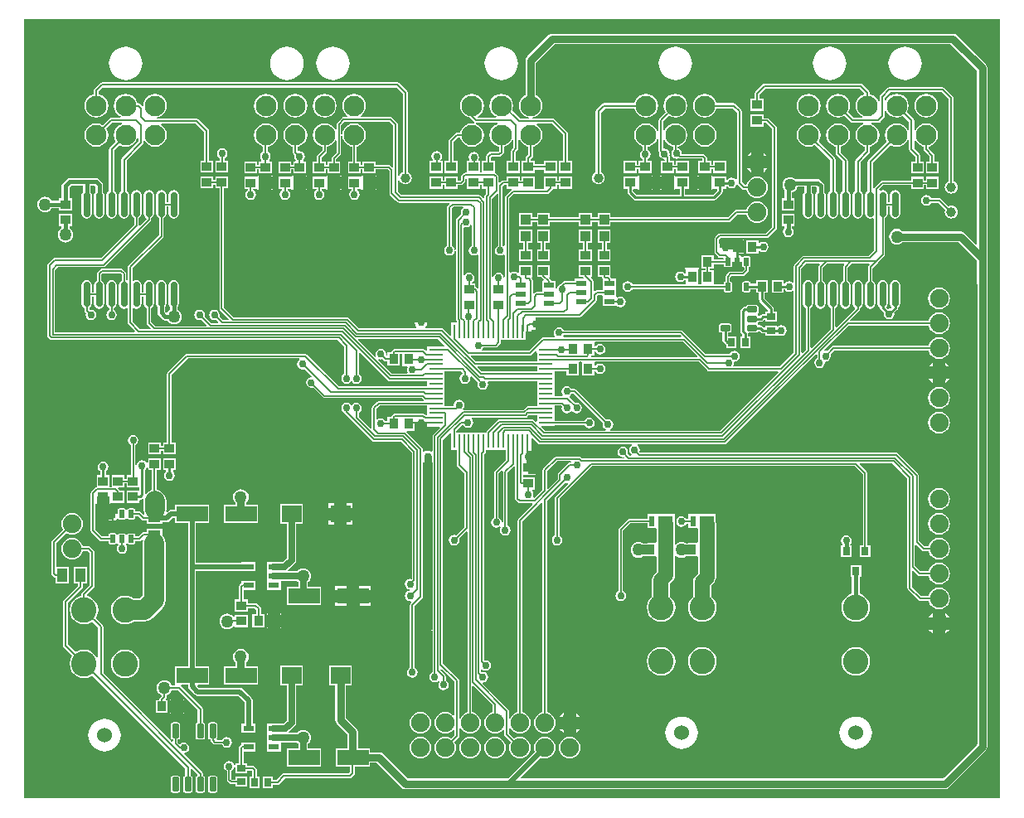
<source format=gtl>
G04*
G04 #@! TF.GenerationSoftware,Altium Limited,CircuitStudio,1.5.2 (30)*
G04*
G04 Layer_Physical_Order=1*
G04 Layer_Color=11767835*
%FSLAX25Y25*%
%MOIN*%
G70*
G01*
G75*
%ADD10R,0.03543X0.03937*%
G04:AMPARAMS|DCode=11|XSize=21.65mil|YSize=31.5mil|CornerRadius=1.95mil|HoleSize=0mil|Usage=FLASHONLY|Rotation=0.000|XOffset=0mil|YOffset=0mil|HoleType=Round|Shape=RoundedRectangle|*
%AMROUNDEDRECTD11*
21,1,0.02165,0.02760,0,0,0.0*
21,1,0.01776,0.03150,0,0,0.0*
1,1,0.00390,0.00888,-0.01380*
1,1,0.00390,-0.00888,-0.01380*
1,1,0.00390,-0.00888,0.01380*
1,1,0.00390,0.00888,0.01380*
%
%ADD11ROUNDEDRECTD11*%
G04:AMPARAMS|DCode=12|XSize=23.62mil|YSize=39.37mil|CornerRadius=2.01mil|HoleSize=0mil|Usage=FLASHONLY|Rotation=270.000|XOffset=0mil|YOffset=0mil|HoleType=Round|Shape=RoundedRectangle|*
%AMROUNDEDRECTD12*
21,1,0.02362,0.03535,0,0,270.0*
21,1,0.01961,0.03937,0,0,270.0*
1,1,0.00402,-0.01768,-0.00980*
1,1,0.00402,-0.01768,0.00980*
1,1,0.00402,0.01768,0.00980*
1,1,0.00402,0.01768,-0.00980*
%
%ADD12ROUNDEDRECTD12*%
%ADD13R,0.03543X0.02756*%
%ADD14R,0.02756X0.03543*%
%ADD15R,0.03937X0.03543*%
%ADD16O,0.02756X0.10236*%
%ADD17C,0.03937*%
%ADD18R,0.03937X0.03937*%
%ADD19R,0.04331X0.02362*%
%ADD20R,0.05800X0.01100*%
%ADD21R,0.01100X0.05800*%
%ADD22R,0.03150X0.03543*%
%ADD23R,0.02362X0.04331*%
%ADD24R,0.04331X0.02362*%
G04:AMPARAMS|DCode=25|XSize=23.62mil|YSize=57.09mil|CornerRadius=2.01mil|HoleSize=0mil|Usage=FLASHONLY|Rotation=0.000|XOffset=0mil|YOffset=0mil|HoleType=Round|Shape=RoundedRectangle|*
%AMROUNDEDRECTD25*
21,1,0.02362,0.05307,0,0,0.0*
21,1,0.01961,0.05709,0,0,0.0*
1,1,0.00402,0.00980,-0.02654*
1,1,0.00402,-0.00980,-0.02654*
1,1,0.00402,-0.00980,0.02654*
1,1,0.00402,0.00980,0.02654*
%
%ADD25ROUNDEDRECTD25*%
%ADD26R,0.12598X0.06299*%
%ADD27R,0.07874X0.06693*%
%ADD28R,0.05118X0.03347*%
%ADD29R,0.04134X0.05512*%
%ADD30C,0.03000*%
%ADD31C,0.02000*%
%ADD32C,0.00600*%
%ADD33C,0.01000*%
%ADD34C,0.00800*%
%ADD35C,0.01800*%
%ADD36C,0.00500*%
%ADD37C,0.04000*%
%ADD38C,0.07874*%
%ADD39C,0.02500*%
%ADD40C,0.06000*%
%ADD41C,0.08268*%
%ADD42C,0.07480*%
%ADD43C,0.06000*%
%ADD44C,0.10236*%
%ADD45C,0.03000*%
%ADD46C,0.05000*%
G36*
X492913Y179528D02*
X100787D01*
Y492913D01*
X492913D01*
Y179528D01*
D02*
G37*
%LPC*%
G36*
X468504Y345086D02*
X467371Y344937D01*
X466315Y344500D01*
X465409Y343804D01*
X464713Y342898D01*
X464276Y341842D01*
X464126Y340709D01*
X464276Y339576D01*
X464713Y338520D01*
X465409Y337613D01*
X466315Y336917D01*
X467371Y336480D01*
X468504Y336331D01*
X469637Y336480D01*
X470693Y336917D01*
X471599Y337613D01*
X472295Y338520D01*
X472732Y339576D01*
X472882Y340709D01*
X472732Y341842D01*
X472295Y342898D01*
X471599Y343804D01*
X470693Y344500D01*
X469637Y344937D01*
X468504Y345086D01*
D02*
G37*
G36*
X317500Y214056D02*
X316619Y213381D01*
X315944Y212500D01*
X317500D01*
Y214056D01*
D02*
G37*
G36*
X324057Y207500D02*
X322500D01*
Y205943D01*
X323381Y206619D01*
X324057Y207500D01*
D02*
G37*
G36*
X472560Y348209D02*
X471004D01*
Y346652D01*
X471885Y347328D01*
X472560Y348209D01*
D02*
G37*
G36*
X260000Y214378D02*
X258867Y214228D01*
X257811Y213791D01*
X256905Y213095D01*
X256209Y212189D01*
X255772Y211133D01*
X255622Y210000D01*
X255772Y208867D01*
X256209Y207811D01*
X256905Y206905D01*
X257811Y206209D01*
X258867Y205772D01*
X260000Y205622D01*
X261133Y205772D01*
X262189Y206209D01*
X263095Y206905D01*
X263791Y207811D01*
X264228Y208867D01*
X264378Y210000D01*
X264228Y211133D01*
X263791Y212189D01*
X263095Y213095D01*
X262189Y213791D01*
X261133Y214228D01*
X260000Y214378D01*
D02*
G37*
G36*
X317500Y207500D02*
X315944D01*
X316619Y206619D01*
X317500Y205943D01*
Y207500D01*
D02*
G37*
G36*
X466004Y348209D02*
X464447D01*
X465123Y347328D01*
X466004Y346652D01*
Y348209D01*
D02*
G37*
G36*
X161624Y316435D02*
X156487D01*
Y311691D01*
X157546D01*
X157623Y311611D01*
X157555Y310972D01*
X157541Y310963D01*
X157077Y310268D01*
X156914Y309449D01*
X157077Y308629D01*
X157541Y307935D01*
X158236Y307471D01*
X159055Y307308D01*
X159874Y307471D01*
X160569Y307935D01*
X161033Y308629D01*
X161196Y309449D01*
X161033Y310268D01*
X160569Y310963D01*
X160555Y310972D01*
X160487Y311611D01*
X160564Y311691D01*
X161624D01*
Y316435D01*
D02*
G37*
G36*
X144488Y325763D02*
X143669Y325600D01*
X142974Y325136D01*
X142510Y324441D01*
X142347Y323622D01*
X142510Y322803D01*
X142974Y322108D01*
X143571Y321709D01*
Y309537D01*
X141857D01*
Y308083D01*
X140994D01*
Y309537D01*
X135857D01*
Y304855D01*
X134994D01*
Y309537D01*
X133547D01*
Y311216D01*
X133939Y311478D01*
X134403Y312173D01*
X134566Y312992D01*
X134403Y313811D01*
X133939Y314506D01*
X133245Y314970D01*
X132425Y315133D01*
X131606Y314970D01*
X130911Y314506D01*
X130447Y313811D01*
X130284Y312992D01*
X130447Y312173D01*
X130911Y311478D01*
X131304Y311216D01*
Y309537D01*
X129857D01*
Y304842D01*
X129628Y304796D01*
X129570Y304785D01*
X129272Y304586D01*
X127698Y303011D01*
X127499Y302713D01*
X127429Y302362D01*
Y287402D01*
X127499Y287050D01*
X127698Y286753D01*
X131103Y283347D01*
X131401Y283148D01*
X131752Y283078D01*
X134562D01*
Y282616D01*
X134623Y282306D01*
X134799Y282043D01*
X135062Y281867D01*
X135372Y281806D01*
X137148D01*
X137458Y281867D01*
X137721Y282043D01*
X138295Y282060D01*
X138466Y281939D01*
X138486Y281593D01*
X138022Y280898D01*
X137859Y280079D01*
X138022Y279259D01*
X138486Y278565D01*
X139181Y278101D01*
X140000Y277938D01*
X140819Y278101D01*
X141514Y278565D01*
X141978Y279259D01*
X142141Y280079D01*
X141978Y280898D01*
X141514Y281593D01*
X141534Y281939D01*
X141705Y282060D01*
X142279Y282043D01*
X142542Y281867D01*
X142852Y281806D01*
X144628D01*
X144938Y281867D01*
X145201Y282043D01*
X145377Y282306D01*
X145438Y282616D01*
Y282977D01*
X146988D01*
X147378Y283054D01*
X147709Y283275D01*
X148065Y283631D01*
X148541Y283473D01*
X148575Y283434D01*
X148424Y282283D01*
Y261195D01*
X147199Y259970D01*
X144697D01*
X144151Y260388D01*
X142760Y260965D01*
X141268Y261161D01*
X139775Y260965D01*
X138384Y260388D01*
X137189Y259472D01*
X136273Y258277D01*
X135697Y256886D01*
X135500Y255394D01*
X135697Y253901D01*
X136273Y252510D01*
X137189Y251315D01*
X138384Y250399D01*
X139775Y249823D01*
X141268Y249626D01*
X142760Y249823D01*
X144151Y250399D01*
X144697Y250817D01*
X149094D01*
X150279Y250974D01*
X151383Y251431D01*
X152330Y252158D01*
X156236Y256063D01*
X156963Y257011D01*
X157231Y257658D01*
X157420Y258115D01*
X157576Y259299D01*
Y282283D01*
X157420Y283468D01*
X156963Y284572D01*
X156236Y285519D01*
X156159Y285578D01*
Y287943D01*
X149841D01*
Y286689D01*
X148661D01*
X148271Y286611D01*
X147941Y286390D01*
X146566Y285016D01*
X145438D01*
Y285376D01*
X145377Y285686D01*
X145201Y285949D01*
X144938Y286125D01*
X144628Y286186D01*
X142852D01*
X142542Y286125D01*
X142279Y285949D01*
X142137Y285735D01*
X141870Y285709D01*
X141604Y285735D01*
X141461Y285949D01*
X141198Y286125D01*
X140888Y286186D01*
X139112D01*
X138802Y286125D01*
X138539Y285949D01*
X138396Y285735D01*
X138130Y285709D01*
X137863Y285735D01*
X137721Y285949D01*
X137458Y286125D01*
X137324Y286151D01*
X137266Y286365D01*
X137268Y286476D01*
X135199D01*
X135202Y286431D01*
X135135Y286139D01*
X135062Y286125D01*
X134799Y285949D01*
X134623Y285686D01*
X134562Y285376D01*
Y284914D01*
X132132D01*
X129264Y287782D01*
Y297674D01*
X129457Y298095D01*
X129925D01*
Y300866D01*
X134925D01*
Y298095D01*
X135394D01*
Y298405D01*
X135857Y298495D01*
X135857Y298495D01*
X135857Y298495D01*
X140994D01*
Y303238D01*
X139278D01*
X139273Y303265D01*
X139074Y303562D01*
X138343Y304294D01*
X138550Y304794D01*
X140994D01*
Y306248D01*
X141857D01*
Y304794D01*
X146910D01*
Y303238D01*
X141857D01*
Y298495D01*
X146994D01*
Y299409D01*
X147323Y299745D01*
X147752Y299830D01*
X148116Y300073D01*
X148301Y300258D01*
X148775Y300025D01*
X148668Y299213D01*
Y295748D01*
X148824Y294564D01*
X149031Y294062D01*
X148608Y293779D01*
X147630Y294756D01*
X147300Y294977D01*
X146909Y295055D01*
X145438D01*
Y295415D01*
X145377Y295725D01*
X145201Y295988D01*
X144938Y296164D01*
X144628Y296226D01*
X142852D01*
X142542Y296164D01*
X142279Y295988D01*
X142137Y295775D01*
X141870Y295748D01*
X141604Y295775D01*
X141461Y295988D01*
X141198Y296164D01*
X140888Y296226D01*
X139112D01*
X138802Y296164D01*
X138701Y296097D01*
X138167Y296145D01*
X138070Y296186D01*
X138273Y295882D01*
X138334Y295578D01*
X138302Y295415D01*
Y294035D01*
X136260D01*
Y291535D01*
X134786D01*
X134794Y291476D01*
X137685D01*
X137706Y291592D01*
X138009Y291794D01*
X138070Y291885D01*
X138167Y291926D01*
X138701Y291974D01*
X138802Y291907D01*
X139112Y291845D01*
X140888D01*
X141198Y291907D01*
X141461Y292082D01*
X141604Y292296D01*
X141870Y292322D01*
X142137Y292296D01*
X142279Y292082D01*
X142542Y291907D01*
X142852Y291845D01*
X144628D01*
X144938Y291907D01*
X145201Y292082D01*
X145377Y292345D01*
X145438Y292655D01*
Y293016D01*
X146487D01*
X147862Y291641D01*
X148193Y291420D01*
X148583Y291343D01*
X149841D01*
Y290089D01*
X156159D01*
Y290731D01*
X158110D01*
X158735Y290855D01*
X159264Y291209D01*
X160440Y292384D01*
X161258D01*
Y290266D01*
X166526D01*
Y272835D01*
Y232765D01*
X161258D01*
Y225535D01*
X161258Y225266D01*
X160854Y225035D01*
X160854Y225035D01*
X160020D01*
X159794Y225579D01*
X159298Y226227D01*
X158650Y226724D01*
X157896Y227036D01*
X157087Y227143D01*
X156277Y227036D01*
X155523Y226724D01*
X154876Y226227D01*
X154379Y225579D01*
X154066Y224825D01*
X153960Y224016D01*
X154066Y223206D01*
X154379Y222452D01*
X154876Y221805D01*
X155523Y221308D01*
X155700Y221235D01*
X155817Y220645D01*
X155185Y220012D01*
X154964Y219682D01*
X154886Y219291D01*
Y219104D01*
X153534D01*
Y213967D01*
X158277D01*
Y219104D01*
X157813D01*
X157622Y219566D01*
X157808Y219752D01*
X158029Y220082D01*
X158106Y220472D01*
Y221083D01*
X158650Y221308D01*
X159298Y221805D01*
X159794Y222452D01*
X160020Y222996D01*
X162570D01*
X170480Y215086D01*
Y210206D01*
X170207Y210152D01*
X169942Y209975D01*
X169765Y209710D01*
X169703Y209398D01*
Y204091D01*
X169765Y203778D01*
X169942Y203513D01*
X170207Y203336D01*
X170520Y203274D01*
X172480D01*
X172793Y203336D01*
X173058Y203513D01*
X173235Y203778D01*
X173297Y204091D01*
Y209398D01*
X173235Y209710D01*
X173058Y209975D01*
X172793Y210152D01*
X172520Y210206D01*
Y215508D01*
X172442Y215898D01*
X172221Y216229D01*
X163713Y224737D01*
X163669Y224766D01*
X163821Y225266D01*
X166526D01*
Y224756D01*
X166650Y224132D01*
X167004Y223602D01*
X169319Y221287D01*
X169848Y220934D01*
X170473Y220810D01*
X186726D01*
X189251Y218285D01*
Y209537D01*
X188117D01*
Y205975D01*
X193647D01*
Y209537D01*
X192513D01*
Y218961D01*
X192389Y219585D01*
X192035Y220114D01*
X188555Y223594D01*
X188026Y223948D01*
X187402Y224072D01*
X171148D01*
X170416Y224804D01*
X170608Y225266D01*
X175057D01*
Y232765D01*
X169789D01*
Y271125D01*
X188117D01*
Y270975D01*
X193647D01*
Y274537D01*
X188117D01*
Y274387D01*
X169789D01*
Y290266D01*
X175057D01*
Y297765D01*
X161258D01*
Y295647D01*
X159764D01*
X159140Y295523D01*
X158610Y295169D01*
X158194Y294753D01*
X157720Y294986D01*
X157820Y295748D01*
Y299213D01*
X157664Y300397D01*
X157207Y301501D01*
X156480Y302448D01*
X155532Y303176D01*
X154429Y303633D01*
X153973Y303693D01*
Y311691D01*
X155624D01*
Y316435D01*
X150487D01*
Y314533D01*
X150023Y314235D01*
X149987Y314240D01*
X149546Y314900D01*
X148851Y315364D01*
X148031Y315527D01*
X147212Y315364D01*
X146518Y314900D01*
X146053Y314205D01*
X145985Y313863D01*
X145765Y313750D01*
X145446Y313716D01*
X145406Y313761D01*
Y321709D01*
X146002Y322108D01*
X146466Y322803D01*
X146629Y323622D01*
X146466Y324441D01*
X146002Y325136D01*
X145308Y325600D01*
X144488Y325763D01*
D02*
G37*
G36*
X164976Y219504D02*
X164705D01*
Y219035D01*
X164976D01*
Y219504D01*
D02*
G37*
G36*
X159705D02*
X159433D01*
Y219035D01*
X159705D01*
Y219504D01*
D02*
G37*
G36*
X468504Y335086D02*
X467371Y334937D01*
X466315Y334500D01*
X465409Y333804D01*
X464713Y332897D01*
X464276Y331842D01*
X464126Y330709D01*
X464276Y329576D01*
X464713Y328520D01*
X465409Y327613D01*
X466315Y326918D01*
X467371Y326480D01*
X468504Y326331D01*
X469637Y326480D01*
X470693Y326918D01*
X471599Y327613D01*
X472295Y328520D01*
X472732Y329576D01*
X472882Y330709D01*
X472732Y331842D01*
X472295Y332897D01*
X471599Y333804D01*
X470693Y334500D01*
X469637Y334937D01*
X468504Y335086D01*
D02*
G37*
G36*
X322500Y214056D02*
Y212500D01*
X324057D01*
X323381Y213381D01*
X322500Y214056D01*
D02*
G37*
G36*
X164976Y214035D02*
X164705D01*
Y213567D01*
X164976D01*
Y214035D01*
D02*
G37*
G36*
X159705D02*
X159433D01*
Y213567D01*
X159705D01*
Y214035D01*
D02*
G37*
G36*
X468504Y385086D02*
X467371Y384937D01*
X466315Y384500D01*
X465409Y383804D01*
X464713Y382897D01*
X464276Y381842D01*
X464126Y380709D01*
X464276Y379576D01*
X464713Y378520D01*
X465409Y377613D01*
X466315Y376918D01*
X467371Y376480D01*
X468504Y376331D01*
X469637Y376480D01*
X470693Y376918D01*
X471599Y377613D01*
X472295Y378520D01*
X472732Y379576D01*
X472882Y380709D01*
X472732Y381842D01*
X472295Y382897D01*
X471599Y383804D01*
X470693Y384500D01*
X469637Y384937D01*
X468504Y385086D01*
D02*
G37*
G36*
X450831Y388025D02*
X450059Y387871D01*
X449405Y387434D01*
X448968Y386780D01*
X448814Y386008D01*
Y378528D01*
X448968Y377756D01*
X449405Y377102D01*
X449416Y376986D01*
X448888Y376459D01*
X448425Y376551D01*
X447962Y376459D01*
X447282Y377139D01*
X447694Y377756D01*
X447847Y378528D01*
Y386008D01*
X447694Y386780D01*
X447257Y387434D01*
X446602Y387871D01*
X445831Y388025D01*
X445059Y387871D01*
X444405Y387434D01*
X443967Y386780D01*
X443814Y386008D01*
Y378528D01*
X443967Y377756D01*
X444405Y377101D01*
X444733Y376882D01*
X444795Y376575D01*
X445038Y376211D01*
X446376Y374872D01*
X446284Y374410D01*
X446447Y373590D01*
X446911Y372895D01*
X447606Y372431D01*
X448425Y372268D01*
X449245Y372431D01*
X449939Y372895D01*
X450403Y373590D01*
X450566Y374410D01*
X450474Y374872D01*
X451624Y376022D01*
X451624Y376022D01*
X451867Y376386D01*
X451952Y376815D01*
Y376898D01*
X452257Y377101D01*
X452694Y377756D01*
X452847Y378528D01*
Y386008D01*
X452694Y386780D01*
X452257Y387434D01*
X451603Y387871D01*
X450831Y388025D01*
D02*
G37*
G36*
X135831D02*
X135059Y387871D01*
X134405Y387434D01*
X133967Y386780D01*
X133814Y386008D01*
Y378528D01*
X133967Y377756D01*
X134405Y377101D01*
X134913Y376762D01*
Y375932D01*
X134317Y375534D01*
X133853Y374839D01*
X133690Y374020D01*
X133853Y373200D01*
X134317Y372506D01*
X135011Y372042D01*
X135831Y371879D01*
X136650Y372042D01*
X137345Y372506D01*
X137809Y373200D01*
X137972Y374020D01*
X137809Y374839D01*
X137345Y375534D01*
X136748Y375932D01*
Y376762D01*
X137257Y377101D01*
X137694Y377756D01*
X137847Y378528D01*
Y386008D01*
X137694Y386780D01*
X137257Y387434D01*
X136602Y387871D01*
X135831Y388025D01*
D02*
G37*
G36*
X160831D02*
X160059Y387871D01*
X159405Y387434D01*
X158967Y386780D01*
X158814Y386008D01*
Y378528D01*
X158967Y377756D01*
X159301Y377256D01*
Y375985D01*
X158716Y375536D01*
X158404Y375129D01*
X157809Y375081D01*
X157775Y375097D01*
X157360Y375511D01*
Y377256D01*
X157694Y377756D01*
X157847Y378528D01*
Y386008D01*
X157694Y386780D01*
X157257Y387434D01*
X156603Y387871D01*
X155831Y388025D01*
X155059Y387871D01*
X154405Y387434D01*
X153967Y386780D01*
X153814Y386008D01*
Y378528D01*
X153967Y377756D01*
X154301Y377256D01*
Y374878D01*
X154418Y374293D01*
X154749Y373797D01*
X156302Y372243D01*
X156799Y371912D01*
X157384Y371795D01*
X158205D01*
X158219Y371761D01*
X158716Y371114D01*
X159364Y370617D01*
X160118Y370305D01*
X160927Y370198D01*
X161736Y370305D01*
X162490Y370617D01*
X163138Y371114D01*
X163635Y371761D01*
X163947Y372516D01*
X164054Y373325D01*
X163947Y374134D01*
X163635Y374888D01*
X163138Y375536D01*
X162490Y376033D01*
X162360Y376087D01*
Y377256D01*
X162694Y377756D01*
X162847Y378528D01*
Y386008D01*
X162694Y386780D01*
X162257Y387434D01*
X161602Y387871D01*
X160831Y388025D01*
D02*
G37*
G36*
X280000Y204378D02*
X278867Y204228D01*
X277811Y203791D01*
X276905Y203095D01*
X276209Y202189D01*
X275772Y201133D01*
X275622Y200000D01*
X275772Y198867D01*
X276209Y197811D01*
X276905Y196905D01*
X277811Y196209D01*
X278867Y195772D01*
X280000Y195622D01*
X281133Y195772D01*
X282189Y196209D01*
X283095Y196905D01*
X283791Y197811D01*
X284228Y198867D01*
X284378Y200000D01*
X284228Y201133D01*
X283791Y202189D01*
X283095Y203095D01*
X282189Y203791D01*
X281133Y204228D01*
X280000Y204378D01*
D02*
G37*
G36*
X260000D02*
X258867Y204228D01*
X257811Y203791D01*
X256905Y203095D01*
X256209Y202189D01*
X255772Y201133D01*
X255622Y200000D01*
X255772Y198867D01*
X256209Y197811D01*
X256905Y196905D01*
X257811Y196209D01*
X258867Y195772D01*
X260000Y195622D01*
X261133Y195772D01*
X262189Y196209D01*
X263095Y196905D01*
X263791Y197811D01*
X264228Y198867D01*
X264378Y200000D01*
X264228Y201133D01*
X263791Y202189D01*
X263095Y203095D01*
X262189Y203791D01*
X261133Y204228D01*
X260000Y204378D01*
D02*
G37*
G36*
X290000D02*
X288867Y204228D01*
X287811Y203791D01*
X286905Y203095D01*
X286209Y202189D01*
X285772Y201133D01*
X285622Y200000D01*
X285772Y198867D01*
X286209Y197811D01*
X286905Y196905D01*
X287811Y196209D01*
X288867Y195772D01*
X290000Y195622D01*
X291133Y195772D01*
X292189Y196209D01*
X293095Y196905D01*
X293791Y197811D01*
X294228Y198867D01*
X294378Y200000D01*
X294228Y201133D01*
X293791Y202189D01*
X293095Y203095D01*
X292189Y203791D01*
X291133Y204228D01*
X290000Y204378D01*
D02*
G37*
G36*
X399616Y388002D02*
X394872D01*
Y386555D01*
X392769D01*
Y386738D01*
X392707Y387048D01*
X392532Y387311D01*
X392269Y387487D01*
X391959Y387549D01*
X390183D01*
X389873Y387487D01*
X389610Y387311D01*
X389434Y387048D01*
X389373Y386738D01*
Y383978D01*
X389434Y383668D01*
X389610Y383405D01*
X389873Y383230D01*
X390183Y383168D01*
X391959D01*
X392269Y383230D01*
X392532Y383405D01*
X392707Y383668D01*
X392769Y383978D01*
Y384312D01*
X394872D01*
Y382865D01*
X396123D01*
Y380315D01*
X396123Y380315D01*
X396208Y379886D01*
X396451Y379522D01*
X399792Y376181D01*
Y375214D01*
X398542D01*
Y374358D01*
X397646D01*
X397217Y374272D01*
X396853Y374029D01*
X396853Y374029D01*
X396425Y373602D01*
X395883D01*
X395849Y373773D01*
X395672Y374038D01*
X395638Y374061D01*
Y374640D01*
X395672Y374663D01*
X395849Y374928D01*
X395911Y375240D01*
Y377201D01*
X395849Y377513D01*
X395672Y377778D01*
X395407Y377955D01*
X395094Y378017D01*
X391559D01*
X391247Y377955D01*
X390982Y377778D01*
X390805Y377513D01*
X390394Y377342D01*
X389965Y377257D01*
X389601Y377013D01*
X389601Y377013D01*
X388971Y376384D01*
X388728Y376020D01*
X388642Y375590D01*
X388642Y375590D01*
Y367323D01*
X388642Y367323D01*
X388728Y366894D01*
X388971Y366530D01*
X389430Y366071D01*
Y365364D01*
X388573D01*
Y360620D01*
X392529D01*
Y365364D01*
X391673D01*
Y366535D01*
X391673Y366535D01*
X391669Y366557D01*
X391986Y366943D01*
X395094D01*
X395407Y367005D01*
X395672Y367182D01*
X395770Y367329D01*
X396211Y367425D01*
X396352Y367416D01*
X396837Y366931D01*
X396837Y366931D01*
X397201Y366688D01*
X397630Y366603D01*
X397630Y366603D01*
X398542D01*
Y365746D01*
X403285D01*
Y365848D01*
X403785Y366082D01*
X404299Y365738D01*
X405118Y365575D01*
X405937Y365738D01*
X406632Y366202D01*
X407096Y366897D01*
X407259Y367717D01*
X407096Y368536D01*
X406632Y369231D01*
X405937Y369695D01*
X405118Y369858D01*
X404299Y369695D01*
X403785Y369352D01*
X403285Y369584D01*
Y369702D01*
X398542D01*
Y368973D01*
X398042Y368899D01*
X397407Y369533D01*
X397043Y369776D01*
X396614Y369862D01*
X396614Y369862D01*
X395883D01*
X395849Y370033D01*
X395672Y370298D01*
X395638Y370321D01*
Y370900D01*
X395672Y370923D01*
X395849Y371188D01*
X395883Y371359D01*
X396890D01*
X396890Y371359D01*
X397319Y371444D01*
X397683Y371687D01*
X398042Y372046D01*
X398542Y371949D01*
Y371258D01*
X403285D01*
Y375214D01*
X402035D01*
Y376646D01*
X402035Y376646D01*
X401950Y377075D01*
X401707Y377439D01*
X401706Y377439D01*
X398366Y380780D01*
Y382865D01*
X399616D01*
Y388002D01*
D02*
G37*
G36*
X177480Y210214D02*
X175520D01*
X175207Y210152D01*
X174942Y209975D01*
X174765Y209710D01*
X174703Y209398D01*
Y204091D01*
X174765Y203778D01*
X174942Y203513D01*
X175207Y203336D01*
X175520Y203274D01*
X175582D01*
Y203028D01*
X175652Y202676D01*
X175851Y202379D01*
X176713Y201517D01*
X177011Y201318D01*
X177362Y201248D01*
X180174D01*
X180573Y200651D01*
X181267Y200187D01*
X182087Y200024D01*
X182906Y200187D01*
X183601Y200651D01*
X184065Y201346D01*
X184228Y202165D01*
X184065Y202985D01*
X183601Y203679D01*
X182906Y204144D01*
X182087Y204307D01*
X181267Y204144D01*
X180573Y203679D01*
X180174Y203083D01*
X178314D01*
X178184Y203302D01*
X178104Y203583D01*
X178235Y203778D01*
X178297Y204091D01*
Y209398D01*
X178235Y209710D01*
X178058Y209975D01*
X177793Y210152D01*
X177480Y210214D01*
D02*
G37*
G36*
X435000Y212521D02*
X433725Y212396D01*
X432498Y212024D01*
X431368Y211420D01*
X430378Y210607D01*
X429565Y209616D01*
X428961Y208486D01*
X428589Y207259D01*
X428463Y205984D01*
X428589Y204709D01*
X428961Y203483D01*
X429565Y202352D01*
X430378Y201362D01*
X431368Y200549D01*
X432498Y199945D01*
X433725Y199573D01*
X435000Y199447D01*
X436275Y199573D01*
X437502Y199945D01*
X438632Y200549D01*
X439622Y201362D01*
X440435Y202352D01*
X441039Y203483D01*
X441411Y204709D01*
X441537Y205984D01*
X441411Y207259D01*
X441039Y208486D01*
X440435Y209616D01*
X439622Y210607D01*
X438632Y211420D01*
X437502Y212024D01*
X436275Y212396D01*
X435000Y212521D01*
D02*
G37*
G36*
X466004Y354765D02*
X465123Y354089D01*
X464447Y353209D01*
X466004D01*
Y354765D01*
D02*
G37*
G36*
X471004Y354765D02*
Y353209D01*
X472560D01*
X471885Y354089D01*
X471004Y354765D01*
D02*
G37*
G36*
X384268Y370537D02*
X382500D01*
X380732D01*
X380420Y370475D01*
X380155Y370298D01*
X379978Y370033D01*
X379978Y370033D01*
X379916Y369721D01*
Y367760D01*
X379978Y367447D01*
X380155Y367182D01*
X380420Y367005D01*
X380732Y366943D01*
X381379D01*
Y363957D01*
X381379Y363957D01*
X381464Y363527D01*
X381707Y363164D01*
X382671Y362199D01*
X383035Y361956D01*
X383061Y361951D01*
Y360620D01*
X387017D01*
Y365364D01*
X383622D01*
Y366943D01*
X384268D01*
X384580Y367005D01*
X384845Y367182D01*
X385022Y367447D01*
X385084Y367760D01*
Y369721D01*
X385022Y370033D01*
X385022Y370033D01*
X384845Y370298D01*
X384580Y370475D01*
X384268Y370537D01*
D02*
G37*
G36*
X320000Y204378D02*
X318867Y204228D01*
X317811Y203791D01*
X316905Y203095D01*
X316209Y202189D01*
X315772Y201133D01*
X315622Y200000D01*
X315772Y198867D01*
X316209Y197811D01*
X316905Y196905D01*
X317811Y196209D01*
X318867Y195772D01*
X320000Y195622D01*
X321133Y195772D01*
X322189Y196209D01*
X323095Y196905D01*
X323791Y197811D01*
X324228Y198867D01*
X324378Y200000D01*
X324228Y201133D01*
X323791Y202189D01*
X323095Y203095D01*
X322189Y203791D01*
X321133Y204228D01*
X320000Y204378D01*
D02*
G37*
G36*
X365000Y212521D02*
X363725Y212396D01*
X362498Y212024D01*
X361368Y211420D01*
X360378Y210607D01*
X359565Y209616D01*
X358961Y208486D01*
X358589Y207259D01*
X358463Y205984D01*
X358589Y204709D01*
X358961Y203483D01*
X359565Y202352D01*
X360378Y201362D01*
X361368Y200549D01*
X362498Y199945D01*
X363725Y199573D01*
X365000Y199447D01*
X366275Y199573D01*
X367502Y199945D01*
X368632Y200549D01*
X369622Y201362D01*
X370435Y202352D01*
X371039Y203483D01*
X371411Y204709D01*
X371537Y205984D01*
X371411Y207259D01*
X371039Y208486D01*
X370435Y209616D01*
X369622Y210607D01*
X368632Y211420D01*
X367502Y212024D01*
X366275Y212396D01*
X365000Y212521D01*
D02*
G37*
G36*
X133000Y211537D02*
X131725Y211411D01*
X130498Y211039D01*
X129368Y210435D01*
X128378Y209622D01*
X127565Y208632D01*
X126961Y207502D01*
X126589Y206275D01*
X126463Y205000D01*
X126589Y203725D01*
X126961Y202498D01*
X127565Y201368D01*
X128378Y200378D01*
X129368Y199565D01*
X130498Y198961D01*
X131725Y198589D01*
X133000Y198463D01*
X134275Y198589D01*
X135502Y198961D01*
X136632Y199565D01*
X137622Y200378D01*
X138435Y201368D01*
X139039Y202498D01*
X139411Y203725D01*
X139537Y205000D01*
X139411Y206275D01*
X139039Y207502D01*
X138435Y208632D01*
X137622Y209622D01*
X136632Y210435D01*
X135502Y211039D01*
X134275Y211411D01*
X133000Y211537D01*
D02*
G37*
G36*
X232780Y298362D02*
X230343D01*
Y296516D01*
X232780D01*
Y298362D01*
D02*
G37*
G36*
X182283Y253914D02*
X181474Y253808D01*
X180720Y253495D01*
X180072Y252998D01*
X179576Y252351D01*
X179263Y251597D01*
X179157Y250787D01*
X179263Y249978D01*
X179576Y249224D01*
X180072Y248576D01*
X180720Y248080D01*
X181474Y247767D01*
X182283Y247661D01*
X183093Y247767D01*
X183847Y248080D01*
X184494Y248576D01*
X184932Y249146D01*
X185232Y249108D01*
X185432Y249011D01*
Y248495D01*
X190568D01*
Y253238D01*
X185432D01*
Y252564D01*
X185232Y252467D01*
X184932Y252429D01*
X184494Y252998D01*
X183847Y253495D01*
X183093Y253808D01*
X182283Y253914D01*
D02*
G37*
G36*
X193647Y267057D02*
X188117D01*
Y266218D01*
X188114Y266218D01*
X187783Y265997D01*
X187279Y265493D01*
X187058Y265162D01*
X186980Y264772D01*
Y259537D01*
X185432D01*
Y254794D01*
X190568D01*
Y256146D01*
X193200D01*
X193862Y255483D01*
Y253584D01*
X192479D01*
Y248447D01*
X197222D01*
Y253584D01*
X195902D01*
Y255906D01*
X195824Y256296D01*
X195603Y256627D01*
X194343Y257886D01*
X194012Y258107D01*
X193622Y258185D01*
X190568D01*
Y259537D01*
X189020D01*
Y263494D01*
X193647D01*
Y267057D01*
D02*
G37*
G36*
X203921Y248516D02*
X203650D01*
Y248047D01*
X203921D01*
Y248516D01*
D02*
G37*
G36*
X437175Y273435D02*
X432825D01*
Y268691D01*
X433471D01*
Y261934D01*
X432116Y261373D01*
X430922Y260456D01*
X430005Y259262D01*
X429429Y257871D01*
X429233Y256378D01*
X429429Y254885D01*
X430005Y253494D01*
X430922Y252300D01*
X432116Y251383D01*
X433507Y250807D01*
X435000Y250610D01*
X436493Y250807D01*
X437884Y251383D01*
X439078Y252300D01*
X439995Y253494D01*
X440571Y254885D01*
X440767Y256378D01*
X440571Y257871D01*
X439995Y259262D01*
X439078Y260456D01*
X437884Y261373D01*
X436529Y261934D01*
Y268691D01*
X437175D01*
Y273435D01*
D02*
G37*
G36*
X198650Y253984D02*
X198378D01*
Y253516D01*
X198650D01*
Y253984D01*
D02*
G37*
G36*
X471004Y254057D02*
Y252500D01*
X472560D01*
X471885Y253381D01*
X471004Y254057D01*
D02*
G37*
G36*
X466004Y254057D02*
X465123Y253381D01*
X464447Y252500D01*
X466004D01*
Y254057D01*
D02*
G37*
G36*
X198650Y248516D02*
X198378D01*
Y248047D01*
X198650D01*
Y248516D01*
D02*
G37*
G36*
X435000Y240492D02*
X433507Y240295D01*
X432116Y239719D01*
X430922Y238803D01*
X430005Y237608D01*
X429429Y236217D01*
X429233Y234724D01*
X429429Y233232D01*
X430005Y231841D01*
X430922Y230646D01*
X432116Y229730D01*
X433507Y229153D01*
X435000Y228957D01*
X436493Y229153D01*
X437884Y229730D01*
X439078Y230646D01*
X439995Y231841D01*
X440571Y233232D01*
X440767Y234724D01*
X440571Y236217D01*
X439995Y237608D01*
X439078Y238803D01*
X437884Y239719D01*
X436493Y240295D01*
X435000Y240492D01*
D02*
G37*
G36*
X373268D02*
X371775Y240295D01*
X370384Y239719D01*
X369190Y238803D01*
X368273Y237608D01*
X367697Y236217D01*
X367500Y234724D01*
X367697Y233232D01*
X368273Y231841D01*
X369190Y230646D01*
X370384Y229730D01*
X371775Y229153D01*
X373268Y228957D01*
X374760Y229153D01*
X376151Y229730D01*
X377346Y230646D01*
X378262Y231841D01*
X378839Y233232D01*
X379035Y234724D01*
X378839Y236217D01*
X378262Y237608D01*
X377346Y238803D01*
X376151Y239719D01*
X374760Y240295D01*
X373268Y240492D01*
D02*
G37*
G36*
X356732D02*
X355240Y240295D01*
X353849Y239719D01*
X352654Y238803D01*
X351737Y237608D01*
X351161Y236217D01*
X350965Y234724D01*
X351161Y233232D01*
X351737Y231841D01*
X352654Y230646D01*
X353849Y229730D01*
X355240Y229153D01*
X356732Y228957D01*
X358225Y229153D01*
X359616Y229730D01*
X360810Y230646D01*
X361727Y231841D01*
X362303Y233232D01*
X362500Y234724D01*
X362303Y236217D01*
X361727Y237608D01*
X360810Y238803D01*
X359616Y239719D01*
X358225Y240295D01*
X356732Y240492D01*
D02*
G37*
G36*
X141268Y239508D02*
X139775Y239311D01*
X138384Y238735D01*
X137189Y237818D01*
X136273Y236624D01*
X135697Y235233D01*
X135500Y233740D01*
X135697Y232247D01*
X136273Y230856D01*
X137189Y229662D01*
X138384Y228745D01*
X139775Y228169D01*
X141268Y227973D01*
X142760Y228169D01*
X144151Y228745D01*
X145346Y229662D01*
X146263Y230856D01*
X146839Y232247D01*
X147035Y233740D01*
X146839Y235233D01*
X146263Y236624D01*
X145346Y237818D01*
X144151Y238735D01*
X142760Y239311D01*
X141268Y239508D01*
D02*
G37*
G36*
X466004Y247500D02*
X464447D01*
X465123Y246619D01*
X466004Y245943D01*
Y247500D01*
D02*
G37*
G36*
X472561D02*
X471004D01*
Y245943D01*
X471885Y246619D01*
X472561Y247500D01*
D02*
G37*
G36*
X120000Y284378D02*
X118867Y284228D01*
X117811Y283791D01*
X116905Y283095D01*
X116209Y282189D01*
X115772Y281133D01*
X115622Y280000D01*
X115772Y278867D01*
X116209Y277811D01*
X116905Y276905D01*
X117811Y276209D01*
X118867Y275772D01*
X120000Y275622D01*
X121133Y275772D01*
X122189Y276209D01*
X123095Y276905D01*
X123791Y277811D01*
X124228Y278867D01*
X124243Y278980D01*
X126271D01*
X126933Y278318D01*
Y265383D01*
X124011Y262461D01*
X123790Y262130D01*
X123713Y261740D01*
Y261027D01*
X123240Y260965D01*
X121849Y260388D01*
X120654Y259472D01*
X119738Y258277D01*
X119161Y256886D01*
X118965Y255394D01*
X119161Y253901D01*
X119738Y252510D01*
X120654Y251315D01*
X121849Y250399D01*
X123240Y249823D01*
X124732Y249626D01*
X126225Y249823D01*
X127616Y250399D01*
X127995Y250689D01*
X130476Y248208D01*
Y236121D01*
X129976Y236022D01*
X129727Y236624D01*
X128811Y237818D01*
X127616Y238735D01*
X126225Y239311D01*
X124732Y239508D01*
X123240Y239311D01*
X121849Y238735D01*
X121470Y238444D01*
X118342Y241572D01*
Y258239D01*
X124146Y264043D01*
X124367Y264374D01*
X124445Y264764D01*
Y265935D01*
X126092D01*
Y272647D01*
X120758D01*
Y265935D01*
X122406D01*
Y265186D01*
X116602Y259382D01*
X116381Y259052D01*
X116303Y258661D01*
Y241150D01*
X116381Y240759D01*
X116602Y240429D01*
X120028Y237002D01*
X119738Y236624D01*
X119161Y235233D01*
X118965Y233740D01*
X119161Y232247D01*
X119738Y230856D01*
X120654Y229662D01*
X121849Y228745D01*
X123240Y228169D01*
X124732Y227973D01*
X126225Y228169D01*
X127616Y228745D01*
X128102Y229118D01*
X165480Y191739D01*
Y188750D01*
X165207Y188695D01*
X164942Y188518D01*
X164765Y188253D01*
X164703Y187941D01*
Y182634D01*
X164765Y182321D01*
X164942Y182056D01*
X165207Y181879D01*
X165520Y181817D01*
X167480D01*
X167793Y181879D01*
X168058Y182056D01*
X168235Y182321D01*
X168297Y182634D01*
Y187941D01*
X168235Y188253D01*
X168058Y188518D01*
X167793Y188695D01*
X167520Y188750D01*
Y191409D01*
X167982Y191600D01*
X170349Y189233D01*
X170238Y188701D01*
X170207Y188695D01*
X169942Y188518D01*
X169765Y188253D01*
X169703Y187941D01*
Y182634D01*
X169765Y182321D01*
X169942Y182056D01*
X170207Y181879D01*
X170520Y181817D01*
X172480D01*
X172793Y181879D01*
X173058Y182056D01*
X173235Y182321D01*
X173297Y182634D01*
Y187941D01*
X173235Y188253D01*
X173058Y188518D01*
X172793Y188695D01*
X172520Y188750D01*
Y189524D01*
X172442Y189914D01*
X172221Y190245D01*
X165091Y197375D01*
X165255Y197917D01*
X165780Y198022D01*
X166475Y198486D01*
X166939Y199181D01*
X167102Y200000D01*
X166939Y200819D01*
X166475Y201514D01*
X165780Y201978D01*
X164961Y202141D01*
X164141Y201978D01*
X163447Y201514D01*
X162987Y201469D01*
X162418Y202038D01*
Y203274D01*
X162480D01*
X162793Y203336D01*
X163058Y203513D01*
X163235Y203778D01*
X163297Y204091D01*
Y209398D01*
X163235Y209710D01*
X163058Y209975D01*
X162793Y210152D01*
X162480Y210214D01*
X160520D01*
X160207Y210152D01*
X159942Y209975D01*
X159765Y209710D01*
X159703Y209398D01*
Y204091D01*
X159765Y203778D01*
X159942Y203513D01*
X160207Y203336D01*
X160520Y203274D01*
X160582D01*
Y202537D01*
X160120Y202345D01*
X132516Y229950D01*
Y248630D01*
X132438Y249020D01*
X132217Y249351D01*
X129437Y252131D01*
X129727Y252510D01*
X130303Y253901D01*
X130500Y255394D01*
X130303Y256886D01*
X129727Y258277D01*
X128811Y259472D01*
X127616Y260388D01*
X126225Y260965D01*
X126120Y260979D01*
X125941Y261506D01*
X128674Y264240D01*
X128895Y264570D01*
X128972Y264961D01*
Y278740D01*
X128895Y279130D01*
X128674Y279461D01*
X127414Y280721D01*
X127083Y280942D01*
X126693Y281020D01*
X124243D01*
X124228Y281133D01*
X123791Y282189D01*
X123095Y283095D01*
X122189Y283791D01*
X121133Y284228D01*
X120000Y284378D01*
D02*
G37*
G36*
X203921Y253984D02*
X203650D01*
Y253516D01*
X203921D01*
Y253984D01*
D02*
G37*
G36*
X187795Y303914D02*
X186986Y303808D01*
X186232Y303495D01*
X185584Y302998D01*
X185087Y302351D01*
X184775Y301597D01*
X184669Y300787D01*
X184775Y299978D01*
X185087Y299224D01*
X185584Y298576D01*
X185654Y298523D01*
Y297765D01*
X180943D01*
Y290266D01*
X194742D01*
Y297765D01*
X189936D01*
Y298523D01*
X190006Y298576D01*
X190503Y299224D01*
X190815Y299978D01*
X190922Y300787D01*
X190815Y301597D01*
X190503Y302351D01*
X190006Y302998D01*
X189359Y303495D01*
X188604Y303808D01*
X187795Y303914D01*
D02*
G37*
G36*
X232780Y291516D02*
X230343D01*
Y289669D01*
X232780D01*
Y291516D01*
D02*
G37*
G36*
X225342D02*
X222905D01*
Y289669D01*
X225342D01*
Y291516D01*
D02*
G37*
G36*
X187795Y239741D02*
X186986Y239634D01*
X186232Y239322D01*
X185584Y238825D01*
X185087Y238177D01*
X184775Y237423D01*
X184669Y236614D01*
X184775Y235805D01*
X185087Y235051D01*
X185584Y234403D01*
X185654Y234350D01*
Y232765D01*
X180943D01*
Y225266D01*
X194742D01*
Y232765D01*
X189936D01*
Y234350D01*
X190006Y234403D01*
X190503Y235051D01*
X190815Y235805D01*
X190922Y236614D01*
X190815Y237423D01*
X190503Y238177D01*
X190006Y238825D01*
X189359Y239322D01*
X188604Y239634D01*
X187795Y239741D01*
D02*
G37*
G36*
X225342Y298362D02*
X222905D01*
Y296516D01*
X225342D01*
Y298362D01*
D02*
G37*
G36*
X468504Y304378D02*
X467371Y304228D01*
X466315Y303791D01*
X465409Y303095D01*
X464713Y302189D01*
X464276Y301133D01*
X464126Y300000D01*
X464276Y298867D01*
X464713Y297811D01*
X465409Y296905D01*
X466315Y296209D01*
X467371Y295772D01*
X468504Y295622D01*
X469637Y295772D01*
X470693Y296209D01*
X471599Y296905D01*
X472295Y297811D01*
X472732Y298867D01*
X472882Y300000D01*
X472732Y301133D01*
X472295Y302189D01*
X471599Y303095D01*
X470693Y303791D01*
X469637Y304228D01*
X468504Y304378D01*
D02*
G37*
G36*
X358652Y293907D02*
X358474D01*
Y293907D01*
X358474Y293907D01*
X355234D01*
X354912Y293907D01*
X354823D01*
X354734D01*
X354412Y293907D01*
X351172D01*
Y292059D01*
X343898D01*
X343547Y291989D01*
X343249Y291791D01*
X339902Y288444D01*
X339703Y288146D01*
X339634Y287795D01*
Y262936D01*
X339037Y262538D01*
X338573Y261843D01*
X338410Y261024D01*
X338573Y260204D01*
X339037Y259510D01*
X339732Y259046D01*
X340551Y258882D01*
X341371Y259046D01*
X342065Y259510D01*
X342529Y260204D01*
X342692Y261024D01*
X342529Y261843D01*
X342065Y262538D01*
X341469Y262936D01*
Y287415D01*
X344278Y290224D01*
X351172D01*
Y288376D01*
X354412D01*
X354734Y288376D01*
X355030Y287999D01*
Y282867D01*
X354734Y282490D01*
X354412Y282490D01*
X351172D01*
Y282150D01*
X349312D01*
X349201Y282235D01*
X348447Y282548D01*
X347638Y282654D01*
X346829Y282548D01*
X346074Y282235D01*
X345427Y281738D01*
X344930Y281091D01*
X344618Y280337D01*
X344511Y279528D01*
X344618Y278718D01*
X344930Y277964D01*
X345427Y277317D01*
X346074Y276820D01*
X346829Y276507D01*
X347638Y276401D01*
X348447Y276507D01*
X349201Y276820D01*
X349312Y276905D01*
X351575D01*
X351985Y276959D01*
X354412D01*
X354734Y276959D01*
X355030Y276582D01*
Y270795D01*
X354165Y269930D01*
X353588Y269178D01*
X353225Y268302D01*
X353101Y267362D01*
Y260799D01*
X352654Y260456D01*
X351737Y259262D01*
X351161Y257871D01*
X350965Y256378D01*
X351161Y254885D01*
X351737Y253494D01*
X352654Y252300D01*
X353849Y251383D01*
X355240Y250807D01*
X356732Y250610D01*
X358225Y250807D01*
X359616Y251383D01*
X360810Y252300D01*
X361727Y253494D01*
X362303Y254885D01*
X362500Y256378D01*
X362303Y257871D01*
X361727Y259262D01*
X360810Y260456D01*
X360363Y260799D01*
Y265858D01*
X361229Y266724D01*
X361229Y266724D01*
X361806Y267476D01*
X361956Y267839D01*
X362169Y268352D01*
X362293Y269291D01*
X362293Y269291D01*
Y277161D01*
X362457Y277217D01*
X362792Y277284D01*
X363397Y276820D01*
X364151Y276507D01*
X364961Y276401D01*
X365770Y276507D01*
X366524Y276820D01*
X366635Y276905D01*
X368504D01*
X368914Y276959D01*
X370947D01*
X371269Y276959D01*
X371566Y276582D01*
X371566Y276582D01*
Y270008D01*
X370700Y269142D01*
X370123Y268390D01*
X369760Y267515D01*
X369637Y266575D01*
Y260799D01*
X369190Y260456D01*
X368273Y259262D01*
X367697Y257871D01*
X367500Y256378D01*
X367697Y254885D01*
X368273Y253494D01*
X369190Y252300D01*
X370384Y251383D01*
X371775Y250807D01*
X373268Y250610D01*
X374760Y250807D01*
X376151Y251383D01*
X377346Y252300D01*
X378262Y253494D01*
X378839Y254885D01*
X379035Y256378D01*
X378839Y257871D01*
X378262Y259262D01*
X377346Y260456D01*
X376899Y260799D01*
Y265071D01*
X377764Y265936D01*
X378341Y266688D01*
X378704Y267564D01*
X378828Y268504D01*
Y290158D01*
X378750Y290752D01*
Y293907D01*
X375510D01*
X375187Y293907D01*
Y293907D01*
D01*
X375009D01*
Y293907D01*
X375009Y293907D01*
X371769D01*
X371447Y293907D01*
X371358D01*
X371269D01*
X370947Y293907D01*
X367707D01*
Y291863D01*
X366873D01*
X366475Y292459D01*
X365780Y292923D01*
X364961Y293086D01*
X364141Y292923D01*
X363447Y292459D01*
X362983Y291764D01*
X362820Y290945D01*
X362983Y290125D01*
X363447Y289431D01*
X364141Y288967D01*
X364961Y288804D01*
X365780Y288967D01*
X366475Y289431D01*
X366873Y290027D01*
X367707D01*
Y288376D01*
X370947D01*
X371269Y288376D01*
X371566Y287999D01*
Y282867D01*
X371269Y282490D01*
X370947Y282490D01*
X367707D01*
Y282150D01*
X366635D01*
X366524Y282235D01*
X365770Y282548D01*
X364961Y282654D01*
X364151Y282548D01*
X363397Y282235D01*
X362792Y281771D01*
X362457Y281838D01*
X362293Y281894D01*
Y290158D01*
X362214Y290752D01*
Y293907D01*
X358974D01*
X358652Y293907D01*
X358652Y293907D01*
D02*
G37*
G36*
X468504Y294378D02*
X467371Y294228D01*
X466315Y293791D01*
X465409Y293095D01*
X464713Y292189D01*
X464276Y291133D01*
X464126Y290000D01*
X464276Y288867D01*
X464713Y287811D01*
X465409Y286905D01*
X466315Y286209D01*
X467371Y285772D01*
X468504Y285622D01*
X469637Y285772D01*
X470693Y286209D01*
X471599Y286905D01*
X472295Y287811D01*
X472732Y288867D01*
X472882Y290000D01*
X472732Y291133D01*
X472295Y292189D01*
X471599Y293095D01*
X470693Y293791D01*
X469637Y294228D01*
X468504Y294378D01*
D02*
G37*
G36*
X212695Y297962D02*
X203621D01*
Y290069D01*
X206271D01*
Y276262D01*
X204652Y274642D01*
X201118D01*
X200589Y274537D01*
X198353D01*
Y270975D01*
X198353D01*
X198353Y270975D01*
Y270797D01*
X198353D01*
X198353Y270797D01*
Y267557D01*
X198353Y267235D01*
Y267146D01*
Y267057D01*
X198353Y266735D01*
Y263494D01*
X203884D01*
Y266630D01*
X203884Y267057D01*
X204353Y267129D01*
X204353D01*
X210414D01*
X210663Y266805D01*
X210988Y266556D01*
Y264765D01*
X206258D01*
Y257266D01*
X220057D01*
Y264765D01*
X214760D01*
Y266556D01*
X215085Y266805D01*
X215582Y267452D01*
X215894Y268207D01*
X216001Y269016D01*
X215894Y269825D01*
X215582Y270579D01*
X215085Y271227D01*
X214437Y271724D01*
X213683Y272036D01*
X212874Y272143D01*
X212065Y272036D01*
X211311Y271724D01*
X210663Y271227D01*
X210414Y270902D01*
X206888D01*
X206737Y271402D01*
X206767Y271422D01*
X209491Y274147D01*
X209900Y274759D01*
X209924Y274878D01*
X210044Y275480D01*
Y290069D01*
X212695D01*
Y297962D01*
D02*
G37*
G36*
X240142Y258516D02*
X235343D01*
Y256866D01*
X240142D01*
Y258516D01*
D02*
G37*
G36*
X230343D02*
X225543D01*
Y256866D01*
X230343D01*
Y258516D01*
D02*
G37*
G36*
Y265165D02*
X225543D01*
Y263516D01*
X230343D01*
Y265165D01*
D02*
G37*
G36*
X120000Y294378D02*
X118867Y294228D01*
X117811Y293791D01*
X116905Y293095D01*
X116209Y292189D01*
X115772Y291133D01*
X115622Y290000D01*
X115772Y288867D01*
X116209Y287811D01*
X116279Y287720D01*
X111878Y283319D01*
X111656Y282989D01*
X111579Y282598D01*
Y270079D01*
X111656Y269689D01*
X111878Y269358D01*
X112665Y268570D01*
X112996Y268349D01*
X113278Y268293D01*
Y265935D01*
X118612D01*
Y272647D01*
X113618D01*
Y282176D01*
X117720Y286279D01*
X117811Y286209D01*
X118867Y285772D01*
X120000Y285622D01*
X121133Y285772D01*
X122189Y286209D01*
X123095Y286905D01*
X123791Y287811D01*
X124228Y288867D01*
X124378Y290000D01*
X124228Y291133D01*
X123791Y292189D01*
X123095Y293095D01*
X122189Y293791D01*
X121133Y294228D01*
X120000Y294378D01*
D02*
G37*
G36*
X431260Y285448D02*
X430441Y285285D01*
X429746Y284821D01*
X429282Y284126D01*
X429119Y283307D01*
X429282Y282488D01*
X429731Y281816D01*
Y281309D01*
X429085D01*
Y276565D01*
X433435D01*
Y281309D01*
X432789D01*
Y281816D01*
X433238Y282488D01*
X433401Y283307D01*
X433238Y284126D01*
X432774Y284821D01*
X432079Y285285D01*
X431260Y285448D01*
D02*
G37*
G36*
X240142Y265165D02*
X235343D01*
Y263516D01*
X240142D01*
Y265165D01*
D02*
G37*
G36*
X304931Y408277D02*
X299794D01*
Y403140D01*
X301343D01*
Y400403D01*
X299794D01*
Y395660D01*
X304931D01*
Y400403D01*
X303382D01*
Y403140D01*
X304931D01*
Y408277D01*
D02*
G37*
G36*
X399387Y432878D02*
X397831D01*
Y431321D01*
X398711Y431997D01*
X399387Y432878D01*
D02*
G37*
G36*
X162480Y188757D02*
X160520D01*
X160207Y188695D01*
X159942Y188518D01*
X159765Y188253D01*
X159703Y187941D01*
Y182634D01*
X159765Y182321D01*
X159942Y182056D01*
X160207Y181879D01*
X160520Y181817D01*
X162480D01*
X162793Y181879D01*
X163058Y182056D01*
X163235Y182321D01*
X163297Y182634D01*
Y187941D01*
X163235Y188253D01*
X163058Y188518D01*
X162793Y188695D01*
X162480Y188757D01*
D02*
G37*
G36*
X180315Y441117D02*
X179496Y440954D01*
X178801Y440490D01*
X178337Y439796D01*
X178174Y438976D01*
X178337Y438157D01*
X178801Y437462D01*
X179397Y437064D01*
Y435962D01*
X177550D01*
Y431219D01*
X182687D01*
Y435962D01*
X181233D01*
Y437064D01*
X181829Y437462D01*
X182293Y438157D01*
X182456Y438976D01*
X182293Y439796D01*
X181829Y440490D01*
X181134Y440954D01*
X180315Y441117D01*
D02*
G37*
G36*
X392831Y432878D02*
X391274D01*
X391950Y431997D01*
X392831Y431321D01*
Y432878D01*
D02*
G37*
G36*
Y439434D02*
X391950Y438759D01*
X391274Y437878D01*
X392831D01*
Y439434D01*
D02*
G37*
G36*
X397831Y439434D02*
Y437878D01*
X399387D01*
X398711Y438759D01*
X397831Y439434D01*
D02*
G37*
G36*
X197898Y451153D02*
X196662Y450990D01*
X195510Y450513D01*
X194521Y449754D01*
X193763Y448765D01*
X193286Y447614D01*
X193123Y446378D01*
X193286Y445142D01*
X193763Y443991D01*
X194521Y443002D01*
X195510Y442243D01*
X196662Y441766D01*
X196720Y441758D01*
Y439708D01*
X196124Y439309D01*
X195660Y438615D01*
X195497Y437795D01*
X195660Y436976D01*
X196087Y436336D01*
X196024Y436092D01*
X195890Y435836D01*
X195069D01*
Y434382D01*
X194301D01*
Y435836D01*
X189164D01*
Y431093D01*
X194301D01*
Y432547D01*
X195069D01*
Y431093D01*
X200206D01*
Y435836D01*
X199386D01*
X199251Y436092D01*
X199188Y436336D01*
X199616Y436976D01*
X199779Y437795D01*
X199616Y438615D01*
X199152Y439309D01*
X198555Y439708D01*
Y441690D01*
X199133Y441766D01*
X200285Y442243D01*
X201274Y443002D01*
X202033Y443991D01*
X202510Y445142D01*
X202672Y446378D01*
X202510Y447614D01*
X202033Y448765D01*
X201274Y449754D01*
X200285Y450513D01*
X199133Y450990D01*
X197898Y451153D01*
D02*
G37*
G36*
X209709D02*
X208473Y450990D01*
X207321Y450513D01*
X206332Y449754D01*
X205574Y448765D01*
X205097Y447614D01*
X204934Y446378D01*
X205097Y445142D01*
X205574Y443991D01*
X206332Y443002D01*
X207321Y442243D01*
X208473Y441766D01*
X208791Y441724D01*
Y439504D01*
X208861Y439153D01*
X209060Y438855D01*
X209416Y438499D01*
X209276Y437795D01*
X209439Y436976D01*
X209867Y436336D01*
X209804Y436092D01*
X209669Y435836D01*
X208849D01*
Y434382D01*
X208080D01*
Y435836D01*
X202943D01*
Y431093D01*
X208080D01*
Y432547D01*
X208849D01*
Y431093D01*
X213986D01*
Y435836D01*
X213165D01*
X213031Y436092D01*
X212968Y436336D01*
X213396Y436976D01*
X213559Y437795D01*
X213396Y438615D01*
X212931Y439309D01*
X212237Y439773D01*
X211417Y439936D01*
X211124Y439878D01*
X210626Y440289D01*
Y441724D01*
X210945Y441766D01*
X212096Y442243D01*
X213085Y443002D01*
X213844Y443991D01*
X214321Y445142D01*
X214483Y446378D01*
X214321Y447614D01*
X213844Y448765D01*
X213085Y449754D01*
X212096Y450513D01*
X210945Y450990D01*
X209709Y451153D01*
D02*
G37*
G36*
X228165Y429937D02*
X227697D01*
Y429665D01*
X228165D01*
Y429937D01*
D02*
G37*
G36*
X242339D02*
X241870D01*
Y429665D01*
X242339D01*
Y429937D01*
D02*
G37*
G36*
X200606D02*
X200138D01*
Y429665D01*
X200606D01*
Y429937D01*
D02*
G37*
G36*
X214386D02*
X213917D01*
Y429665D01*
X214386D01*
Y429937D01*
D02*
G37*
G36*
X371831Y430000D02*
X371362D01*
Y429728D01*
X371831D01*
Y430000D01*
D02*
G37*
G36*
X266535Y439936D02*
X265716Y439773D01*
X265021Y439309D01*
X264557Y438615D01*
X264394Y437795D01*
X264557Y436976D01*
X264943Y436399D01*
X264762Y435899D01*
X263762D01*
Y431156D01*
X268899D01*
Y435899D01*
X268309D01*
X268128Y436399D01*
X268514Y436976D01*
X268677Y437795D01*
X268514Y438615D01*
X268049Y439309D01*
X267355Y439773D01*
X266535Y439936D01*
D02*
G37*
G36*
X353299Y430000D02*
X352831D01*
Y429728D01*
X353299D01*
Y430000D01*
D02*
G37*
G36*
X356831D02*
X356362D01*
Y429728D01*
X356831D01*
Y430000D01*
D02*
G37*
G36*
X206323Y481932D02*
X205009Y481802D01*
X203746Y481419D01*
X202581Y480797D01*
X201561Y479959D01*
X200723Y478938D01*
X200101Y477774D01*
X199717Y476511D01*
X199588Y475197D01*
X199717Y473883D01*
X200101Y472620D01*
X200723Y471455D01*
X201561Y470435D01*
X202581Y469597D01*
X203746Y468975D01*
X205009Y468591D01*
X206323Y468462D01*
X207637Y468591D01*
X208900Y468975D01*
X210065Y469597D01*
X211085Y470435D01*
X211923Y471455D01*
X212545Y472620D01*
X212928Y473883D01*
X213058Y475197D01*
X212928Y476511D01*
X212545Y477774D01*
X211923Y478938D01*
X211085Y479959D01*
X210065Y480797D01*
X208900Y481419D01*
X207637Y481802D01*
X206323Y481932D01*
D02*
G37*
G36*
X224827D02*
X223513Y481802D01*
X222250Y481419D01*
X221085Y480797D01*
X220065Y479959D01*
X219227Y478938D01*
X218605Y477774D01*
X218221Y476511D01*
X218092Y475197D01*
X218221Y473883D01*
X218605Y472620D01*
X219227Y471455D01*
X220065Y470435D01*
X221085Y469597D01*
X222250Y468975D01*
X223513Y468591D01*
X224827Y468462D01*
X226141Y468591D01*
X227404Y468975D01*
X228568Y469597D01*
X229589Y470435D01*
X230427Y471455D01*
X231049Y472620D01*
X231432Y473883D01*
X231562Y475197D01*
X231432Y476511D01*
X231049Y477774D01*
X230427Y478938D01*
X229589Y479959D01*
X228568Y480797D01*
X227404Y481419D01*
X226141Y481802D01*
X224827Y481932D01*
D02*
G37*
G36*
X153331Y462964D02*
X152095Y462801D01*
X150943Y462324D01*
X149954Y461565D01*
X149196Y460576D01*
X148719Y459425D01*
X148571Y458302D01*
X148276Y458140D01*
X148063Y458103D01*
X147256Y458910D01*
X146926Y459131D01*
X146535Y459209D01*
X146160D01*
X146132Y459425D01*
X145655Y460576D01*
X144896Y461565D01*
X143907Y462324D01*
X142755Y462801D01*
X141520Y462964D01*
X140284Y462801D01*
X139132Y462324D01*
X138144Y461565D01*
X137385Y460576D01*
X136908Y459425D01*
X136745Y458189D01*
X136908Y456953D01*
X137385Y455802D01*
X138144Y454813D01*
X139132Y454054D01*
X139548Y453882D01*
X139448Y453382D01*
X135693D01*
X135303Y453304D01*
X134972Y453083D01*
X132269Y450380D01*
X132096Y450513D01*
X130945Y450990D01*
X129709Y451153D01*
X128473Y450990D01*
X127321Y450513D01*
X126332Y449754D01*
X125574Y448765D01*
X125097Y447614D01*
X124934Y446378D01*
X125097Y445142D01*
X125574Y443991D01*
X126332Y443002D01*
X127321Y442243D01*
X128473Y441766D01*
X129709Y441603D01*
X130945Y441766D01*
X132096Y442243D01*
X133085Y443002D01*
X133844Y443991D01*
X134321Y445142D01*
X134483Y446378D01*
X134321Y447614D01*
X133844Y448765D01*
X133711Y448938D01*
X136115Y451343D01*
X139829D01*
X139928Y450843D01*
X139132Y450513D01*
X138144Y449754D01*
X137385Y448765D01*
X136908Y447614D01*
X136745Y446378D01*
X136908Y445142D01*
X137385Y443991D01*
X137517Y443818D01*
X135110Y441410D01*
X134889Y441079D01*
X134811Y440689D01*
Y423926D01*
X134405Y423654D01*
X133967Y423000D01*
X133814Y422228D01*
Y414748D01*
X133967Y413976D01*
X134405Y413322D01*
X135059Y412885D01*
X135831Y412731D01*
X136602Y412885D01*
X137257Y413322D01*
X137694Y413976D01*
X137847Y414748D01*
Y422228D01*
X137694Y423000D01*
X137257Y423654D01*
X136850Y423926D01*
Y440267D01*
X138959Y442376D01*
X139132Y442243D01*
X140284Y441766D01*
X141520Y441603D01*
X142755Y441766D01*
X143907Y442243D01*
X144896Y443002D01*
X145655Y443991D01*
X146132Y445142D01*
X146618Y445061D01*
Y443729D01*
X140110Y437221D01*
X139889Y436890D01*
X139811Y436500D01*
Y423926D01*
X139405Y423654D01*
X138968Y423000D01*
X138814Y422228D01*
Y414748D01*
X138968Y413976D01*
X139405Y413322D01*
X140059Y412885D01*
X140831Y412731D01*
X141603Y412885D01*
X142257Y413322D01*
X142694Y413976D01*
X142847Y414748D01*
Y422228D01*
X142694Y423000D01*
X142257Y423654D01*
X141850Y423926D01*
Y436078D01*
X148359Y442586D01*
X148580Y442917D01*
X148657Y443307D01*
Y443984D01*
X149157Y444083D01*
X149196Y443991D01*
X149954Y443002D01*
X150943Y442243D01*
X152095Y441766D01*
X153331Y441603D01*
X154567Y441766D01*
X155718Y442243D01*
X156707Y443002D01*
X157466Y443991D01*
X157943Y445142D01*
X158105Y446378D01*
X157943Y447614D01*
X157466Y448765D01*
X156707Y449754D01*
X155802Y450449D01*
X155876Y450949D01*
X169656D01*
X173099Y447507D01*
Y435962D01*
X171550D01*
Y431219D01*
X176687D01*
Y435962D01*
X175138D01*
Y447929D01*
X175060Y448319D01*
X174839Y448650D01*
X170800Y452690D01*
X170469Y452911D01*
X170079Y452988D01*
X153924D01*
X153892Y453488D01*
X154567Y453577D01*
X155718Y454054D01*
X156707Y454813D01*
X157466Y455802D01*
X157943Y456953D01*
X158105Y458189D01*
X157943Y459425D01*
X157466Y460576D01*
X156707Y461565D01*
X155718Y462324D01*
X154567Y462801D01*
X153331Y462964D01*
D02*
G37*
G36*
X141520Y481932D02*
X140206Y481802D01*
X138942Y481419D01*
X137778Y480797D01*
X136758Y479959D01*
X135920Y478938D01*
X135298Y477774D01*
X134914Y476511D01*
X134785Y475197D01*
X134914Y473883D01*
X135298Y472620D01*
X135920Y471455D01*
X136758Y470435D01*
X137778Y469597D01*
X138942Y468975D01*
X140206Y468591D01*
X141520Y468462D01*
X142834Y468591D01*
X144097Y468975D01*
X145261Y469597D01*
X146282Y470435D01*
X147119Y471455D01*
X147742Y472620D01*
X148125Y473883D01*
X148255Y475197D01*
X148125Y476511D01*
X147742Y477774D01*
X147119Y478938D01*
X146282Y479959D01*
X145261Y480797D01*
X144097Y481419D01*
X142834Y481802D01*
X141520Y481932D01*
D02*
G37*
G36*
X424512D02*
X423198Y481802D01*
X421935Y481419D01*
X420770Y480797D01*
X419750Y479959D01*
X418912Y478938D01*
X418290Y477774D01*
X417906Y476511D01*
X417777Y475197D01*
X417906Y473883D01*
X418290Y472620D01*
X418912Y471455D01*
X419750Y470435D01*
X420770Y469597D01*
X421935Y468975D01*
X423198Y468591D01*
X424512Y468462D01*
X425826Y468591D01*
X427089Y468975D01*
X428254Y469597D01*
X429274Y470435D01*
X430112Y471455D01*
X430734Y472620D01*
X431117Y473883D01*
X431247Y475197D01*
X431117Y476511D01*
X430734Y477774D01*
X430112Y478938D01*
X429274Y479959D01*
X428254Y480797D01*
X427089Y481419D01*
X425826Y481802D01*
X424512Y481932D01*
D02*
G37*
G36*
X454827D02*
X453513Y481802D01*
X452249Y481419D01*
X451085Y480797D01*
X450065Y479959D01*
X449227Y478938D01*
X448605Y477774D01*
X448221Y476511D01*
X448092Y475197D01*
X448221Y473883D01*
X448605Y472620D01*
X449227Y471455D01*
X450065Y470435D01*
X451085Y469597D01*
X452249Y468975D01*
X453513Y468591D01*
X454827Y468462D01*
X456141Y468591D01*
X457404Y468975D01*
X458568Y469597D01*
X459589Y470435D01*
X460427Y471455D01*
X461049Y472620D01*
X461432Y473883D01*
X461562Y475197D01*
X461432Y476511D01*
X461049Y477774D01*
X460427Y478938D01*
X459589Y479959D01*
X458568Y480797D01*
X457404Y481419D01*
X456141Y481802D01*
X454827Y481932D01*
D02*
G37*
G36*
X292520D02*
X291206Y481802D01*
X289942Y481419D01*
X288778Y480797D01*
X287757Y479959D01*
X286920Y478938D01*
X286298Y477774D01*
X285914Y476511D01*
X285785Y475197D01*
X285914Y473883D01*
X286298Y472620D01*
X286920Y471455D01*
X287757Y470435D01*
X288778Y469597D01*
X289942Y468975D01*
X291206Y468591D01*
X292520Y468462D01*
X293834Y468591D01*
X295097Y468975D01*
X296261Y469597D01*
X297282Y470435D01*
X298119Y471455D01*
X298742Y472620D01*
X299125Y473883D01*
X299254Y475197D01*
X299125Y476511D01*
X298742Y477774D01*
X298119Y478938D01*
X297282Y479959D01*
X296261Y480797D01*
X295097Y481419D01*
X293834Y481802D01*
X292520Y481932D01*
D02*
G37*
G36*
X362520D02*
X361206Y481802D01*
X359942Y481419D01*
X358778Y480797D01*
X357757Y479959D01*
X356920Y478938D01*
X356298Y477774D01*
X355914Y476511D01*
X355785Y475197D01*
X355914Y473883D01*
X356298Y472620D01*
X356920Y471455D01*
X357757Y470435D01*
X358778Y469597D01*
X359942Y468975D01*
X361206Y468591D01*
X362520Y468462D01*
X363834Y468591D01*
X365097Y468975D01*
X366261Y469597D01*
X367282Y470435D01*
X368120Y471455D01*
X368742Y472620D01*
X369125Y473883D01*
X369254Y475197D01*
X369125Y476511D01*
X368742Y477774D01*
X368120Y478938D01*
X367282Y479959D01*
X366261Y480797D01*
X365097Y481419D01*
X363834Y481802D01*
X362520Y481932D01*
D02*
G37*
G36*
X209709Y462964D02*
X208473Y462801D01*
X207321Y462324D01*
X206332Y461565D01*
X205574Y460576D01*
X205097Y459425D01*
X204934Y458189D01*
X205097Y456953D01*
X205574Y455802D01*
X206332Y454813D01*
X207321Y454054D01*
X208473Y453577D01*
X209709Y453414D01*
X210945Y453577D01*
X212096Y454054D01*
X213085Y454813D01*
X213844Y455802D01*
X214321Y456953D01*
X214483Y458189D01*
X214321Y459425D01*
X213844Y460576D01*
X213085Y461565D01*
X212096Y462324D01*
X210945Y462801D01*
X209709Y462964D01*
D02*
G37*
G36*
X221520D02*
X220284Y462801D01*
X219132Y462324D01*
X218144Y461565D01*
X217385Y460576D01*
X216908Y459425D01*
X216745Y458189D01*
X216908Y456953D01*
X217385Y455802D01*
X218144Y454813D01*
X219132Y454054D01*
X220284Y453577D01*
X221520Y453414D01*
X222756Y453577D01*
X223907Y454054D01*
X224896Y454813D01*
X225655Y455802D01*
X226132Y456953D01*
X226294Y458189D01*
X226132Y459425D01*
X225655Y460576D01*
X224896Y461565D01*
X223907Y462324D01*
X222756Y462801D01*
X221520Y462964D01*
D02*
G37*
G36*
X374331Y451153D02*
X373095Y450990D01*
X371943Y450513D01*
X370954Y449754D01*
X370196Y448765D01*
X369719Y447614D01*
X369556Y446378D01*
X369719Y445142D01*
X370196Y443991D01*
X370954Y443002D01*
X371943Y442243D01*
X373095Y441766D01*
X374331Y441603D01*
X375567Y441766D01*
X376718Y442243D01*
X377707Y443002D01*
X378466Y443991D01*
X378943Y445142D01*
X379105Y446378D01*
X378943Y447614D01*
X378466Y448765D01*
X377707Y449754D01*
X376718Y450513D01*
X375567Y450990D01*
X374331Y451153D01*
D02*
G37*
G36*
X197898Y462964D02*
X196662Y462801D01*
X195510Y462324D01*
X194521Y461565D01*
X193763Y460576D01*
X193286Y459425D01*
X193123Y458189D01*
X193286Y456953D01*
X193763Y455802D01*
X194521Y454813D01*
X195510Y454054D01*
X196662Y453577D01*
X197898Y453414D01*
X199133Y453577D01*
X200285Y454054D01*
X201274Y454813D01*
X202033Y455802D01*
X202510Y456953D01*
X202672Y458189D01*
X202510Y459425D01*
X202033Y460576D01*
X201274Y461565D01*
X200285Y462324D01*
X199133Y462801D01*
X197898Y462964D01*
D02*
G37*
G36*
X416087D02*
X414851Y462801D01*
X413699Y462324D01*
X412710Y461565D01*
X411952Y460576D01*
X411475Y459425D01*
X411312Y458189D01*
X411475Y456953D01*
X411952Y455802D01*
X412710Y454813D01*
X413699Y454054D01*
X414851Y453577D01*
X416087Y453414D01*
X417322Y453577D01*
X418474Y454054D01*
X419463Y454813D01*
X420222Y455802D01*
X420699Y456953D01*
X420861Y458189D01*
X420699Y459425D01*
X420222Y460576D01*
X419463Y461565D01*
X418474Y462324D01*
X417322Y462801D01*
X416087Y462964D01*
D02*
G37*
G36*
X463331D02*
X462095Y462801D01*
X460943Y462324D01*
X459955Y461565D01*
X459196Y460576D01*
X458719Y459425D01*
X458556Y458189D01*
X458719Y456953D01*
X459196Y455802D01*
X459955Y454813D01*
X460943Y454054D01*
X462095Y453577D01*
X463331Y453414D01*
X464567Y453577D01*
X465718Y454054D01*
X466707Y454813D01*
X467466Y455802D01*
X467943Y456953D01*
X468105Y458189D01*
X467943Y459425D01*
X467466Y460576D01*
X466707Y461565D01*
X465718Y462324D01*
X464567Y462801D01*
X463331Y462964D01*
D02*
G37*
G36*
X350709D02*
X349473Y462801D01*
X348321Y462324D01*
X347332Y461565D01*
X346574Y460576D01*
X346097Y459425D01*
X346068Y459209D01*
X333780D01*
X333389Y459131D01*
X333059Y458910D01*
X330775Y456627D01*
X330554Y456296D01*
X330476Y455905D01*
Y431492D01*
X330201Y431377D01*
X329664Y430966D01*
X329253Y430429D01*
X328994Y429804D01*
X328905Y429134D01*
X328994Y428463D01*
X329253Y427839D01*
X329664Y427302D01*
X330201Y426890D01*
X330826Y426631D01*
X331496Y426543D01*
X332167Y426631D01*
X332791Y426890D01*
X333328Y427302D01*
X333740Y427839D01*
X333998Y428463D01*
X334087Y429134D01*
X333998Y429804D01*
X333740Y430429D01*
X333328Y430966D01*
X332791Y431377D01*
X332516Y431492D01*
Y455483D01*
X334202Y457169D01*
X346068D01*
X346097Y456953D01*
X346574Y455802D01*
X347332Y454813D01*
X348321Y454054D01*
X349473Y453577D01*
X350709Y453414D01*
X351944Y453577D01*
X353096Y454054D01*
X354085Y454813D01*
X354844Y455802D01*
X355321Y456953D01*
X355483Y458189D01*
X355321Y459425D01*
X354844Y460576D01*
X354085Y461565D01*
X353096Y462324D01*
X351944Y462801D01*
X350709Y462964D01*
D02*
G37*
G36*
X362520D02*
X361284Y462801D01*
X360132Y462324D01*
X359143Y461565D01*
X358385Y460576D01*
X357908Y459425D01*
X357745Y458189D01*
X357908Y456953D01*
X358385Y455802D01*
X358580Y455547D01*
X356044Y453011D01*
X355845Y452713D01*
X355775Y452362D01*
Y447823D01*
X355275Y447723D01*
X354844Y448765D01*
X354085Y449754D01*
X353096Y450513D01*
X351944Y450990D01*
X350709Y451153D01*
X349473Y450990D01*
X348321Y450513D01*
X347332Y449754D01*
X346574Y448765D01*
X346097Y447614D01*
X345934Y446378D01*
X346097Y445142D01*
X346574Y443991D01*
X347332Y443002D01*
X348321Y442243D01*
X349413Y441791D01*
Y440453D01*
X348880Y440097D01*
X348415Y439402D01*
X348253Y438583D01*
X348415Y437763D01*
X348880Y437069D01*
X349413Y436712D01*
Y435899D01*
X347762D01*
Y434445D01*
X346899D01*
Y435899D01*
X341762D01*
Y431156D01*
X346899D01*
Y432610D01*
X347762D01*
Y431156D01*
X352899D01*
Y435899D01*
X351248D01*
Y436628D01*
X351908Y437069D01*
X352372Y437763D01*
X352535Y438583D01*
X352372Y439402D01*
X351908Y440097D01*
X351248Y440537D01*
Y441674D01*
X351944Y441766D01*
X353096Y442243D01*
X354085Y443002D01*
X354844Y443991D01*
X355275Y445033D01*
X355775Y444933D01*
Y440158D01*
X355845Y439806D01*
X356013Y439555D01*
X355871Y438839D01*
X356034Y438019D01*
X356498Y437325D01*
X357192Y436860D01*
X358012Y436697D01*
X358027Y436700D01*
X358413Y436383D01*
Y435899D01*
X356762D01*
Y431156D01*
X361899D01*
Y432610D01*
X362762D01*
Y431156D01*
X367899D01*
Y435899D01*
X362762D01*
Y434445D01*
X361899D01*
Y435899D01*
X360248D01*
Y437520D01*
X360178Y437871D01*
X360011Y438122D01*
X360153Y438839D01*
X359990Y439658D01*
X359526Y440353D01*
X358831Y440817D01*
X358012Y440980D01*
X357997Y440977D01*
X357611Y441294D01*
Y444553D01*
X358110Y444652D01*
X358385Y443991D01*
X359143Y443002D01*
X360132Y442243D01*
X361284Y441766D01*
X361602Y441724D01*
Y440573D01*
X361478Y440490D01*
X361014Y439796D01*
X360851Y438976D01*
X361014Y438157D01*
X361478Y437462D01*
X362173Y436998D01*
X362992Y436835D01*
X363761Y436988D01*
X363822Y436947D01*
X364173Y436878D01*
X373242D01*
X373413Y436706D01*
Y435899D01*
X371762D01*
Y431156D01*
X376899D01*
Y432610D01*
X377762D01*
Y431156D01*
X382899D01*
Y435899D01*
X377762D01*
Y434445D01*
X376899D01*
Y435899D01*
X375248D01*
Y437087D01*
X375179Y437438D01*
X374980Y437736D01*
X374271Y438444D01*
X373973Y438643D01*
X373622Y438713D01*
X365350D01*
X365133Y438976D01*
X364970Y439796D01*
X364506Y440490D01*
X363811Y440954D01*
X363437Y441029D01*
Y441724D01*
X363755Y441766D01*
X364907Y442243D01*
X365896Y443002D01*
X366655Y443991D01*
X367132Y445142D01*
X367294Y446378D01*
X367132Y447614D01*
X366655Y448765D01*
X365896Y449754D01*
X364907Y450513D01*
X363755Y450990D01*
X362520Y451153D01*
X361284Y450990D01*
X360132Y450513D01*
X359143Y449754D01*
X358385Y448765D01*
X358110Y448104D01*
X357611Y448203D01*
Y451982D01*
X359878Y454249D01*
X360132Y454054D01*
X361284Y453577D01*
X362520Y453414D01*
X363755Y453577D01*
X364907Y454054D01*
X365896Y454813D01*
X366655Y455802D01*
X367132Y456953D01*
X367294Y458189D01*
X367132Y459425D01*
X366655Y460576D01*
X365896Y461565D01*
X364907Y462324D01*
X363755Y462801D01*
X362520Y462964D01*
D02*
G37*
G36*
X389953Y404347D02*
X389681D01*
Y403878D01*
X389953D01*
Y404347D01*
D02*
G37*
G36*
X410442Y414576D02*
X405305D01*
Y409833D01*
X406345D01*
Y408971D01*
X405896Y408300D01*
X405733Y407480D01*
X405896Y406661D01*
X406360Y405966D01*
X407055Y405502D01*
X407874Y405339D01*
X408693Y405502D01*
X409388Y405966D01*
X409852Y406661D01*
X410015Y407480D01*
X409852Y408300D01*
X409403Y408971D01*
Y409833D01*
X410442D01*
Y414576D01*
D02*
G37*
G36*
X474016Y487181D02*
X312992D01*
X312173Y487017D01*
X311478Y486553D01*
X302817Y477892D01*
X302353Y477197D01*
X302190Y476378D01*
Y462426D01*
X301943Y462324D01*
X300955Y461565D01*
X300196Y460576D01*
X299719Y459425D01*
X299556Y458189D01*
X299719Y456953D01*
X300196Y455802D01*
X300955Y454813D01*
X301943Y454054D01*
X303095Y453577D01*
X303770Y453488D01*
X303737Y452988D01*
X300029D01*
X296819Y456198D01*
X297132Y456953D01*
X297294Y458189D01*
X297132Y459425D01*
X296655Y460576D01*
X295896Y461565D01*
X294907Y462324D01*
X293756Y462801D01*
X292520Y462964D01*
X291284Y462801D01*
X290132Y462324D01*
X289143Y461565D01*
X288385Y460576D01*
X287908Y459425D01*
X287745Y458189D01*
X287908Y456953D01*
X288385Y455802D01*
X289143Y454813D01*
X290132Y454054D01*
X290548Y453882D01*
X290448Y453382D01*
X283164D01*
X283067Y453501D01*
X283082Y453788D01*
X283196Y454131D01*
X284085Y454813D01*
X284844Y455802D01*
X285321Y456953D01*
X285483Y458189D01*
X285321Y459425D01*
X284844Y460576D01*
X284085Y461565D01*
X283096Y462324D01*
X281944Y462801D01*
X280709Y462964D01*
X279473Y462801D01*
X278321Y462324D01*
X277332Y461565D01*
X276574Y460576D01*
X276097Y459425D01*
X275934Y458189D01*
X276097Y456953D01*
X276574Y455802D01*
X277332Y454813D01*
X278321Y454054D01*
X279473Y453577D01*
X279773Y453538D01*
X279988Y453216D01*
X281562Y451641D01*
X281743Y451521D01*
X281562Y451040D01*
X280709Y451153D01*
X279473Y450990D01*
X278321Y450513D01*
X277332Y449754D01*
X276574Y448765D01*
X276097Y447614D01*
X276068Y447398D01*
X274724D01*
X274334Y447320D01*
X274004Y447099D01*
X271610Y444705D01*
X271389Y444374D01*
X271311Y443984D01*
Y435899D01*
X269762D01*
Y431156D01*
X274899D01*
Y435899D01*
X273350D01*
Y443562D01*
X275147Y445358D01*
X276068D01*
X276097Y445142D01*
X276574Y443991D01*
X277332Y443002D01*
X278321Y442243D01*
X279473Y441766D01*
X280709Y441603D01*
X281944Y441766D01*
X283096Y442243D01*
X284085Y443002D01*
X284844Y443991D01*
X285321Y445142D01*
X285483Y446378D01*
X285321Y447614D01*
X284844Y448765D01*
X284085Y449754D01*
X283096Y450513D01*
X282300Y450843D01*
X282400Y451343D01*
X290829D01*
X290928Y450843D01*
X290132Y450513D01*
X289143Y449754D01*
X288385Y448765D01*
X287908Y447614D01*
X287745Y446378D01*
X287908Y445142D01*
X288385Y443991D01*
X289143Y443002D01*
X290132Y442243D01*
X291284Y441766D01*
X291500Y441738D01*
Y439792D01*
X291310Y439602D01*
X288189D01*
X287799Y439525D01*
X287468Y439304D01*
X286610Y438445D01*
X286389Y438115D01*
X286311Y437724D01*
Y435899D01*
X284762D01*
Y431233D01*
X283899D01*
Y435899D01*
X283548D01*
X283313Y436340D01*
X283474Y436582D01*
X283637Y437402D01*
X283474Y438221D01*
X283010Y438916D01*
X282315Y439380D01*
X281496Y439543D01*
X280677Y439380D01*
X279982Y438916D01*
X279518Y438221D01*
X279355Y437402D01*
X279518Y436582D01*
X279680Y436340D01*
X279444Y435899D01*
X278762D01*
Y431233D01*
X277953D01*
X277602Y431163D01*
X277304Y430964D01*
X276517Y430176D01*
X276318Y429879D01*
X276248Y429528D01*
Y428333D01*
X275998Y428083D01*
X274899D01*
Y429600D01*
X269762D01*
Y428146D01*
X268899D01*
Y429600D01*
X263762D01*
Y424857D01*
X268899D01*
Y426311D01*
X269762D01*
Y424857D01*
X274899D01*
Y426248D01*
X276378D01*
X276729Y426318D01*
X277027Y426516D01*
X277814Y427304D01*
X278013Y427602D01*
X278083Y427953D01*
Y428891D01*
X278262Y429044D01*
X278762Y428813D01*
Y424857D01*
X283899D01*
Y426311D01*
X284762D01*
Y424857D01*
X286413D01*
Y422759D01*
X286003Y422349D01*
X285804Y422051D01*
X285734Y421700D01*
Y421063D01*
X285272Y420872D01*
X284217Y421928D01*
X283919Y422126D01*
X283568Y422196D01*
X252452D01*
X250918Y423731D01*
Y428560D01*
X251418Y428592D01*
X251435Y428463D01*
X251693Y427839D01*
X252105Y427302D01*
X252642Y426890D01*
X253267Y426631D01*
X253937Y426543D01*
X254608Y426631D01*
X255232Y426890D01*
X255769Y427302D01*
X256181Y427839D01*
X256439Y428463D01*
X256528Y429134D01*
X256439Y429804D01*
X256181Y430429D01*
X255769Y430966D01*
X255232Y431377D01*
X254957Y431492D01*
Y463386D01*
X254879Y463776D01*
X254658Y464107D01*
X251508Y467256D01*
X251178Y467477D01*
X250787Y467555D01*
X131890D01*
X131500Y467477D01*
X131169Y467256D01*
X128988Y465075D01*
X128767Y464745D01*
X128689Y464354D01*
Y462829D01*
X128473Y462801D01*
X127321Y462324D01*
X126332Y461565D01*
X125574Y460576D01*
X125097Y459425D01*
X124934Y458189D01*
X125097Y456953D01*
X125574Y455802D01*
X126332Y454813D01*
X127321Y454054D01*
X128473Y453577D01*
X129709Y453414D01*
X130945Y453577D01*
X132096Y454054D01*
X133085Y454813D01*
X133844Y455802D01*
X134321Y456953D01*
X134483Y458189D01*
X134321Y459425D01*
X133844Y460576D01*
X133085Y461565D01*
X132096Y462324D01*
X130945Y462801D01*
X130728Y462829D01*
Y463932D01*
X132312Y465516D01*
X250365D01*
X252917Y462963D01*
Y431492D01*
X252642Y431377D01*
X252105Y430966D01*
X251693Y430429D01*
X251435Y429804D01*
X251418Y429675D01*
X250918Y429708D01*
Y450787D01*
X250848Y451139D01*
X250649Y451436D01*
X248680Y453405D01*
X248383Y453604D01*
X248031Y453674D01*
X236044D01*
X235874Y454174D01*
X236707Y454813D01*
X237466Y455802D01*
X237943Y456953D01*
X238105Y458189D01*
X237943Y459425D01*
X237466Y460576D01*
X236707Y461565D01*
X235718Y462324D01*
X234566Y462801D01*
X233331Y462964D01*
X232095Y462801D01*
X230943Y462324D01*
X229955Y461565D01*
X229196Y460576D01*
X228719Y459425D01*
X228556Y458189D01*
X228719Y456953D01*
X229196Y455802D01*
X229955Y454813D01*
X230787Y454174D01*
X230618Y453674D01*
X229134D01*
X228841Y453615D01*
X228783Y453604D01*
X228485Y453405D01*
X226517Y451436D01*
X226318Y451139D01*
X226248Y450787D01*
Y448640D01*
X225748Y448541D01*
X225655Y448765D01*
X224896Y449754D01*
X223907Y450513D01*
X222756Y450990D01*
X221520Y451153D01*
X220284Y450990D01*
X219132Y450513D01*
X218144Y449754D01*
X217385Y448765D01*
X216908Y447614D01*
X216745Y446378D01*
X216908Y445142D01*
X217385Y443991D01*
X218144Y443002D01*
X219132Y442243D01*
X220284Y441766D01*
X220602Y441724D01*
Y440404D01*
X218642Y438444D01*
X218444Y438146D01*
X218374Y437795D01*
Y435836D01*
X216723D01*
Y431093D01*
X221860D01*
Y432547D01*
X222628D01*
Y431093D01*
X227765D01*
Y435836D01*
X226115D01*
Y436628D01*
X227814Y438328D01*
X228013Y438625D01*
X228083Y438976D01*
Y446115D01*
X228087Y446140D01*
X228092Y446141D01*
X228567Y446172D01*
X228576Y446173D01*
X228583Y446173D01*
X228583Y446173D01*
X228593Y446098D01*
Y446098D01*
Y446098D01*
X228719Y445142D01*
X229196Y443991D01*
X229955Y443002D01*
X230943Y442243D01*
X232095Y441766D01*
X232547Y441706D01*
Y435836D01*
X230896D01*
Y431093D01*
X236033D01*
Y432547D01*
X236802D01*
Y431093D01*
X241939D01*
Y432547D01*
X246864D01*
X247508Y431903D01*
Y423106D01*
X247577Y422755D01*
X247776Y422457D01*
X250804Y419430D01*
X251101Y419231D01*
X251160Y419219D01*
X251453Y419161D01*
X271487D01*
X271694Y418661D01*
X271005Y417972D01*
X270806Y417674D01*
X270736Y417323D01*
Y401912D01*
X270140Y401514D01*
X269675Y400819D01*
X269512Y400000D01*
X269675Y399181D01*
X270140Y398486D01*
X270834Y398022D01*
X271654Y397859D01*
X272473Y398022D01*
X273167Y398486D01*
X273632Y399181D01*
X273735Y399698D01*
X273735D01*
Y399698D01*
X273760Y399827D01*
X273762Y399827D01*
X273776Y399826D01*
X273798Y399823D01*
X274216Y399782D01*
X274238Y399780D01*
X274260Y399720D01*
Y399720D01*
Y399720D01*
Y372338D01*
X274330Y371986D01*
X274529Y371689D01*
X274613Y371605D01*
Y370978D01*
X272381D01*
Y365791D01*
X271919Y365599D01*
X269153Y368365D01*
X268855Y368564D01*
X268504Y368634D01*
X262227D01*
X262086Y369134D01*
X262591Y369891D01*
X262785Y370866D01*
X262736Y371112D01*
Y370866D01*
X257736D01*
Y371112D01*
X257687Y370866D01*
X257881Y369891D01*
X258387Y369134D01*
X258245Y368634D01*
X235331D01*
X231156Y372810D01*
X230858Y373008D01*
X230507Y373078D01*
X184912D01*
X181036Y376955D01*
Y424920D01*
X182687D01*
Y429663D01*
X177550D01*
Y428209D01*
X176687D01*
Y429663D01*
X171550D01*
Y424920D01*
X176687D01*
Y426374D01*
X177550D01*
Y424920D01*
X179200D01*
Y376575D01*
X179270Y376224D01*
X179469Y375926D01*
X183055Y372340D01*
X182864Y371878D01*
X180601D01*
X179167Y373312D01*
X179306Y374016D01*
X179144Y374835D01*
X178679Y375530D01*
X177985Y375994D01*
X177165Y376157D01*
X176346Y375994D01*
X175651Y375530D01*
X175187Y374835D01*
X175024Y374016D01*
X175187Y373196D01*
X175651Y372502D01*
X176346Y372038D01*
X177165Y371875D01*
X177869Y372014D01*
X178743Y371140D01*
X178552Y370678D01*
X175895D01*
X173261Y373312D01*
X173401Y374016D01*
X173238Y374835D01*
X172774Y375530D01*
X172079Y375994D01*
X171260Y376157D01*
X170440Y375994D01*
X169746Y375530D01*
X169282Y374835D01*
X169119Y374016D01*
X169282Y373196D01*
X169746Y372502D01*
X170440Y372038D01*
X171260Y371875D01*
X171963Y372014D01*
X174038Y369940D01*
X173846Y369478D01*
X153473D01*
X151748Y371203D01*
Y376762D01*
X152257Y377101D01*
X152694Y377756D01*
X152847Y378528D01*
Y386008D01*
X152694Y386780D01*
X152257Y387434D01*
X151602Y387871D01*
X150831Y388025D01*
X150059Y387871D01*
X149405Y387434D01*
X148968Y386780D01*
X148814Y386008D01*
Y383185D01*
X147847D01*
Y386008D01*
X147694Y386780D01*
X147257Y387434D01*
X146602Y387871D01*
X145831Y388025D01*
X145059Y387871D01*
X144725Y387648D01*
X144225Y387915D01*
Y392927D01*
X156480Y405182D01*
X156678Y405479D01*
X156690Y405538D01*
X156748Y405831D01*
Y412982D01*
X157257Y413322D01*
X157694Y413976D01*
X157847Y414748D01*
Y417571D01*
X158814D01*
Y414748D01*
X158967Y413976D01*
X159405Y413322D01*
X160059Y412885D01*
X160831Y412731D01*
X161602Y412885D01*
X162257Y413322D01*
X162694Y413976D01*
X162847Y414748D01*
Y422228D01*
X162694Y423000D01*
X162257Y423654D01*
X161602Y424092D01*
X160831Y424245D01*
X160059Y424092D01*
X159405Y423654D01*
X158967Y423000D01*
X158814Y422228D01*
Y419406D01*
X157847D01*
Y422228D01*
X157694Y423000D01*
X157257Y423654D01*
X156603Y424092D01*
X155831Y424245D01*
X155059Y424092D01*
X154405Y423654D01*
X153967Y423000D01*
X153814Y422228D01*
Y414748D01*
X153967Y413976D01*
X154405Y413322D01*
X154913Y412982D01*
Y406211D01*
X142658Y393956D01*
X142459Y393658D01*
X142390Y393307D01*
Y388369D01*
X141890Y388086D01*
X141748Y388171D01*
Y390665D01*
X141679Y391017D01*
X141480Y391314D01*
X140413Y392381D01*
X140115Y392580D01*
X139764Y392650D01*
X131890D01*
X131597Y392592D01*
X131539Y392580D01*
X131241Y392381D01*
X130182Y391322D01*
X129983Y391024D01*
X129913Y390673D01*
Y387774D01*
X129405Y387434D01*
X128967Y386780D01*
X128814Y386008D01*
Y383185D01*
X127847D01*
Y386008D01*
X127694Y386780D01*
X127257Y387434D01*
X126602Y387871D01*
X125831Y388025D01*
X125059Y387871D01*
X124405Y387434D01*
X123968Y386780D01*
X123814Y386008D01*
Y378528D01*
X123968Y377756D01*
X124405Y377101D01*
X124913Y376762D01*
Y375744D01*
X124983Y375393D01*
X125182Y375095D01*
X125558Y374719D01*
X125418Y374016D01*
X125581Y373196D01*
X126045Y372502D01*
X126740Y372038D01*
X127559Y371875D01*
X128378Y372038D01*
X129073Y372502D01*
X129537Y373196D01*
X129700Y374016D01*
X129537Y374835D01*
X129073Y375530D01*
X128378Y375994D01*
X127559Y376157D01*
X127361Y376117D01*
X126956Y376462D01*
X126976Y376914D01*
X127257Y377101D01*
X127694Y377756D01*
X127847Y378528D01*
Y381350D01*
X128814D01*
Y378528D01*
X128967Y377756D01*
X129405Y377101D01*
X130059Y376664D01*
X130831Y376511D01*
X131603Y376664D01*
X132257Y377101D01*
X132694Y377756D01*
X132847Y378528D01*
Y386008D01*
X132694Y386780D01*
X132257Y387434D01*
X131748Y387774D01*
Y390293D01*
X132270Y390815D01*
X139384D01*
X139913Y390285D01*
Y387774D01*
X139405Y387434D01*
X138968Y386780D01*
X138814Y386008D01*
Y378528D01*
X138968Y377756D01*
X139405Y377101D01*
X140059Y376664D01*
X140831Y376511D01*
X141603Y376664D01*
X141890Y376856D01*
X142390Y376589D01*
Y370866D01*
X142459Y370515D01*
X142658Y370217D01*
X145335Y367540D01*
X145144Y367078D01*
X113122D01*
Y392140D01*
X114179Y393197D01*
X132697D01*
X133048Y393267D01*
X133346Y393465D01*
X151480Y411599D01*
X151679Y411897D01*
X151748Y412248D01*
Y412982D01*
X152257Y413322D01*
X152694Y413976D01*
X152847Y414748D01*
Y422228D01*
X152694Y423000D01*
X152257Y423654D01*
X151602Y424092D01*
X150831Y424245D01*
X150059Y424092D01*
X149405Y423654D01*
X148968Y423000D01*
X148814Y422228D01*
Y414748D01*
X148968Y413976D01*
X149405Y413322D01*
X149778Y413072D01*
X149816Y412531D01*
X147231Y409946D01*
X147187Y409951D01*
X146748Y410171D01*
Y412982D01*
X147257Y413322D01*
X147694Y413976D01*
X147847Y414748D01*
Y422228D01*
X147694Y423000D01*
X147257Y423654D01*
X146602Y424092D01*
X145831Y424245D01*
X145059Y424092D01*
X144405Y423654D01*
X143967Y423000D01*
X143814Y422228D01*
Y414748D01*
X143967Y413976D01*
X144405Y413322D01*
X144913Y412982D01*
Y410384D01*
X131510Y396981D01*
X112992D01*
X112641Y396911D01*
X112343Y396712D01*
X110178Y394547D01*
X109979Y394249D01*
X109909Y393898D01*
Y365823D01*
X109979Y365472D01*
X110178Y365174D01*
X111040Y364312D01*
X111338Y364113D01*
X111689Y364043D01*
X226785D01*
X229397Y361431D01*
Y358267D01*
X229397Y358265D01*
Y350338D01*
X228801Y349939D01*
X228337Y349245D01*
X228174Y348425D01*
X228337Y347606D01*
X228801Y346911D01*
X229496Y346447D01*
X230315Y346284D01*
X231134Y346447D01*
X231829Y346911D01*
X232033Y347217D01*
X232534D01*
X232738Y346911D01*
X233433Y346447D01*
X234252Y346284D01*
X235071Y346447D01*
X235766Y346911D01*
X236230Y347606D01*
X236393Y348425D01*
X236230Y349245D01*
X235766Y349939D01*
X235170Y350338D01*
Y358759D01*
X235631Y358950D01*
X246862Y347720D01*
X247160Y347521D01*
X247511Y347451D01*
X262731D01*
Y347228D01*
Y345296D01*
X227262D01*
X214428Y358129D01*
X214131Y358328D01*
X213779Y358398D01*
X166142D01*
X165791Y358328D01*
X165493Y358129D01*
X158406Y351043D01*
X158207Y350745D01*
X158138Y350394D01*
Y322734D01*
X156487D01*
Y321280D01*
X155624D01*
Y322734D01*
X150487D01*
Y317991D01*
X155624D01*
Y319445D01*
X156487D01*
Y317990D01*
X161624D01*
Y322734D01*
X159973D01*
Y350014D01*
X166522Y356563D01*
X211259D01*
X211411Y356063D01*
X211084Y355845D01*
X210620Y355150D01*
X210457Y354331D01*
X210620Y353511D01*
X211084Y352817D01*
X211779Y352353D01*
X212598Y352190D01*
X213302Y352329D01*
X216176Y349456D01*
X215967Y348957D01*
X215322Y348829D01*
X214628Y348364D01*
X214164Y347670D01*
X214001Y346850D01*
X214164Y346031D01*
X214628Y345336D01*
X215322Y344872D01*
X216142Y344709D01*
X216845Y344849D01*
X220824Y340871D01*
X221121Y340672D01*
X221180Y340660D01*
X221472Y340602D01*
X260644D01*
X261350Y339896D01*
X261299Y339627D01*
X261165Y339396D01*
X243202D01*
X242851Y339326D01*
X242553Y339127D01*
X240690Y337263D01*
X240491Y336965D01*
X240421Y336614D01*
Y328513D01*
X239921Y328306D01*
X235170Y333057D01*
Y334702D01*
X235766Y335100D01*
X236230Y335795D01*
X236393Y336614D01*
X236230Y337434D01*
X235766Y338128D01*
X235071Y338592D01*
X234252Y338755D01*
X233433Y338592D01*
X232738Y338128D01*
X232534Y337822D01*
X232033D01*
X231829Y338128D01*
X231134Y338592D01*
X230315Y338755D01*
X229496Y338592D01*
X228801Y338128D01*
X228337Y337434D01*
X228174Y336614D01*
X228337Y335795D01*
X228801Y335100D01*
X229447Y334669D01*
X229467Y334566D01*
X229666Y334268D01*
X240567Y323367D01*
X240865Y323168D01*
X241216Y323098D01*
X252131D01*
X256563Y318667D01*
Y268152D01*
X256176Y267835D01*
X255906Y267889D01*
X255086Y267726D01*
X254392Y267262D01*
X253927Y266567D01*
X253764Y265748D01*
X253927Y264929D01*
X254392Y264234D01*
X255086Y263770D01*
X255588Y263670D01*
Y263670D01*
X255684Y263386D01*
X255588Y263102D01*
X255588D01*
X255588D01*
X255086Y263002D01*
X254392Y262538D01*
X253927Y261843D01*
X253764Y261024D01*
X253927Y260204D01*
X254392Y259510D01*
X255086Y259046D01*
X255906Y258882D01*
X256136Y258928D01*
X256382Y258468D01*
X256044Y258129D01*
X255845Y257832D01*
X255775Y257480D01*
Y232227D01*
X255179Y231829D01*
X254715Y231134D01*
X254552Y230315D01*
X254715Y229496D01*
X255179Y228801D01*
X255873Y228337D01*
X256693Y228174D01*
X257512Y228337D01*
X258207Y228801D01*
X258671Y229496D01*
X258834Y230315D01*
X258671Y231134D01*
X258207Y231829D01*
X257611Y232227D01*
Y257100D01*
X260649Y260139D01*
X260848Y260436D01*
X260918Y260787D01*
Y314707D01*
X261418Y314974D01*
X262017Y314574D01*
X262992Y314380D01*
X263968Y314574D01*
X264330Y314817D01*
X264830Y314549D01*
Y247442D01*
X264381Y247398D01*
X264352Y247395D01*
X264334Y247393D01*
X264330Y247393D01*
X264311Y247490D01*
Y247244D01*
Y246998D01*
X264330Y247095D01*
X264334Y247095D01*
X264352Y247093D01*
X264381Y247090D01*
X264830Y247046D01*
Y230259D01*
X264234Y229860D01*
X263770Y229166D01*
X263607Y228346D01*
X263770Y227527D01*
X264234Y226833D01*
X264929Y226368D01*
X265748Y226205D01*
X266567Y226368D01*
X267026Y226675D01*
X267026Y226675D01*
X267044Y226687D01*
X267044Y226687D01*
X267262Y226832D01*
X267262Y226832D01*
X267322Y226790D01*
X267608Y226591D01*
X267619Y226584D01*
X267619Y226584D01*
X267661Y226555D01*
X267664Y226553D01*
X267669Y226549D01*
X267667Y226545D01*
X267502Y226298D01*
D01*
X267313Y226016D01*
X267150Y225197D01*
X267313Y224377D01*
X267777Y223683D01*
X268472Y223219D01*
X269291Y223056D01*
X270111Y223219D01*
X270805Y223683D01*
X271269Y224377D01*
X271432Y225197D01*
X271269Y226016D01*
X270805Y226711D01*
X270209Y227109D01*
Y228740D01*
X270139Y229091D01*
X269940Y229389D01*
X268033Y231296D01*
X268063Y231507D01*
X268593Y231684D01*
X273723Y226555D01*
Y213056D01*
X273249Y212895D01*
X273095Y213095D01*
X272189Y213791D01*
X271133Y214228D01*
X270000Y214378D01*
X268867Y214228D01*
X267811Y213791D01*
X266905Y213095D01*
X266209Y212189D01*
X265772Y211133D01*
X265622Y210000D01*
X265772Y208867D01*
X266209Y207811D01*
X266905Y206905D01*
X267811Y206209D01*
X268867Y205772D01*
X270000Y205622D01*
X271133Y205772D01*
X272189Y206209D01*
X273095Y206905D01*
X273249Y207105D01*
X273723Y206944D01*
Y205020D01*
X272361Y203659D01*
X272189Y203791D01*
X271133Y204228D01*
X270000Y204378D01*
X268867Y204228D01*
X267811Y203791D01*
X266905Y203095D01*
X266209Y202189D01*
X265772Y201133D01*
X265622Y200000D01*
X265772Y198867D01*
X266209Y197811D01*
X266905Y196905D01*
X267811Y196209D01*
X268867Y195772D01*
X270000Y195622D01*
X271133Y195772D01*
X272189Y196209D01*
X273095Y196905D01*
X273791Y197811D01*
X274228Y198867D01*
X274378Y200000D01*
X274228Y201133D01*
X273791Y202189D01*
X273659Y202361D01*
X275289Y203991D01*
X275488Y204289D01*
X275558Y204640D01*
Y208077D01*
X276058Y208176D01*
X276209Y207811D01*
X276905Y206905D01*
X277811Y206209D01*
X278867Y205772D01*
X280000Y205622D01*
X281133Y205772D01*
X282189Y206209D01*
X283095Y206905D01*
X283791Y207811D01*
X284228Y208867D01*
X284378Y210000D01*
X284228Y211133D01*
X283791Y212189D01*
X283095Y213095D01*
X282189Y213791D01*
X281133Y214228D01*
X280748Y214279D01*
Y224781D01*
X281210Y224972D01*
X289082Y217100D01*
Y214257D01*
X288867Y214228D01*
X287811Y213791D01*
X286905Y213095D01*
X286209Y212189D01*
X285772Y211133D01*
X285622Y210000D01*
X285772Y208867D01*
X286209Y207811D01*
X286905Y206905D01*
X287811Y206209D01*
X288867Y205772D01*
X290000Y205622D01*
X291133Y205772D01*
X292189Y206209D01*
X293095Y206905D01*
X293249Y207105D01*
X293723Y206944D01*
Y205360D01*
X293792Y205009D01*
X293991Y204711D01*
X296341Y202361D01*
X296209Y202189D01*
X295772Y201133D01*
X295622Y200000D01*
X295772Y198867D01*
X296209Y197811D01*
X296905Y196905D01*
X297811Y196209D01*
X298867Y195772D01*
X300000Y195622D01*
X301133Y195772D01*
X302189Y196209D01*
X303095Y196905D01*
X303791Y197811D01*
X304228Y198867D01*
X304378Y200000D01*
X304228Y201133D01*
X303791Y202189D01*
X303095Y203095D01*
X302189Y203791D01*
X301133Y204228D01*
X300000Y204378D01*
X298867Y204228D01*
X297811Y203791D01*
X297639Y203659D01*
X295558Y205740D01*
Y208077D01*
X296058Y208176D01*
X296209Y207811D01*
X296905Y206905D01*
X297811Y206209D01*
X298867Y205772D01*
X300000Y205622D01*
X301133Y205772D01*
X302189Y206209D01*
X303095Y206905D01*
X303791Y207811D01*
X304228Y208867D01*
X304378Y210000D01*
X304228Y211133D01*
X303791Y212189D01*
X303095Y213095D01*
X302189Y213791D01*
X301133Y214228D01*
X300918Y214257D01*
Y291081D01*
X308620Y298783D01*
X309082Y298592D01*
Y214257D01*
X308867Y214228D01*
X307811Y213791D01*
X306905Y213095D01*
X306209Y212189D01*
X305772Y211133D01*
X305622Y210000D01*
X305772Y208867D01*
X306209Y207811D01*
X306905Y206905D01*
X307811Y206209D01*
X308867Y205772D01*
X310000Y205622D01*
X311133Y205772D01*
X312189Y206209D01*
X313095Y206905D01*
X313791Y207811D01*
X314228Y208867D01*
X314378Y210000D01*
X314228Y211133D01*
X313791Y212189D01*
X313095Y213095D01*
X312189Y213791D01*
X311133Y214228D01*
X310918Y214257D01*
Y299384D01*
X318194Y306660D01*
X318898Y306520D01*
X319199Y306580D01*
X319445Y306119D01*
X314312Y300986D01*
X314113Y300688D01*
X314043Y300337D01*
Y285377D01*
X313447Y284979D01*
X312983Y284284D01*
X312820Y283465D01*
X312983Y282645D01*
X313447Y281951D01*
X314141Y281486D01*
X314961Y281323D01*
X315780Y281486D01*
X316475Y281951D01*
X316939Y282645D01*
X317102Y283465D01*
X316939Y284284D01*
X316475Y284979D01*
X315878Y285377D01*
Y299957D01*
X329120Y313199D01*
X434716D01*
X437822Y310092D01*
Y281309D01*
X436565D01*
Y276565D01*
X440915D01*
Y281309D01*
X439658D01*
Y310472D01*
X439588Y310824D01*
X439389Y311121D01*
X436573Y313937D01*
X436765Y314399D01*
X449807D01*
X455775Y308431D01*
Y264173D01*
X455834Y263880D01*
X455845Y263822D01*
X456044Y263524D01*
X460217Y259351D01*
X460515Y259152D01*
X460866Y259082D01*
X464247D01*
X464276Y258867D01*
X464713Y257811D01*
X465409Y256905D01*
X466315Y256209D01*
X467371Y255772D01*
X468504Y255622D01*
X469637Y255772D01*
X470693Y256209D01*
X471599Y256905D01*
X472295Y257811D01*
X472732Y258867D01*
X472882Y260000D01*
X472732Y261133D01*
X472295Y262189D01*
X471599Y263095D01*
X470693Y263791D01*
X469637Y264228D01*
X468504Y264378D01*
X467371Y264228D01*
X466315Y263791D01*
X465409Y263095D01*
X464713Y262189D01*
X464276Y261133D01*
X464247Y260918D01*
X461246D01*
X457611Y264553D01*
Y271147D01*
X458073Y271339D01*
X460060Y269351D01*
X460358Y269152D01*
X460709Y269082D01*
X464247D01*
X464276Y268867D01*
X464713Y267811D01*
X465409Y266905D01*
X466315Y266209D01*
X467371Y265772D01*
X468504Y265622D01*
X469637Y265772D01*
X470693Y266209D01*
X471599Y266905D01*
X472295Y267811D01*
X472732Y268867D01*
X472882Y270000D01*
X472732Y271133D01*
X472295Y272189D01*
X471599Y273095D01*
X470693Y273791D01*
X469637Y274228D01*
X468504Y274378D01*
X467371Y274228D01*
X466315Y273791D01*
X465409Y273095D01*
X464713Y272189D01*
X464276Y271133D01*
X464247Y270918D01*
X461089D01*
X458811Y273196D01*
Y281393D01*
X459310Y281600D01*
X461560Y279351D01*
X461858Y279152D01*
X461916Y279141D01*
X462209Y279082D01*
X464247D01*
X464276Y278867D01*
X464713Y277811D01*
X465409Y276905D01*
X466315Y276209D01*
X467371Y275772D01*
X468504Y275622D01*
X469637Y275772D01*
X470693Y276209D01*
X471599Y276905D01*
X472295Y277811D01*
X472732Y278867D01*
X472882Y280000D01*
X472732Y281133D01*
X472295Y282189D01*
X471599Y283095D01*
X470693Y283791D01*
X469637Y284228D01*
X468504Y284378D01*
X467371Y284228D01*
X466315Y283791D01*
X465409Y283095D01*
X464713Y282189D01*
X464276Y281133D01*
X464247Y280918D01*
X462589D01*
X460408Y283099D01*
Y309407D01*
X460350Y309700D01*
X460338Y309759D01*
X460139Y310056D01*
X451830Y318365D01*
X451532Y318564D01*
X451181Y318634D01*
X348412D01*
X348064Y318982D01*
X348204Y319685D01*
X348041Y320504D01*
X347577Y321199D01*
X347027Y321567D01*
X347179Y322067D01*
X382406D01*
X382757Y322136D01*
X383055Y322335D01*
X419055Y358335D01*
X419517Y358144D01*
Y356611D01*
X418958Y356238D01*
X418493Y355543D01*
X418330Y354724D01*
X418493Y353904D01*
X418958Y353210D01*
X419652Y352746D01*
X420472Y352583D01*
X421291Y352746D01*
X421986Y353210D01*
X422450Y353904D01*
X422613Y354724D01*
X422574Y354920D01*
X422994Y355371D01*
X423654Y355502D01*
X424349Y355966D01*
X424813Y356661D01*
X424976Y357480D01*
X424836Y358184D01*
X426443Y359791D01*
X464247D01*
X464276Y359576D01*
X464713Y358520D01*
X465409Y357613D01*
X466315Y356918D01*
X467371Y356480D01*
X468504Y356331D01*
X469637Y356480D01*
X470693Y356918D01*
X471599Y357613D01*
X472295Y358520D01*
X472732Y359576D01*
X472882Y360709D01*
X472732Y361842D01*
X472295Y362897D01*
X471599Y363804D01*
X470693Y364500D01*
X469637Y364937D01*
X468504Y365086D01*
X467371Y364937D01*
X466315Y364500D01*
X465409Y363804D01*
X464713Y362897D01*
X464276Y361842D01*
X464247Y361626D01*
X426063D01*
X425712Y361556D01*
X425414Y361357D01*
X423538Y359482D01*
X422835Y359622D01*
X422723Y359599D01*
X422477Y360060D01*
X432208Y369791D01*
X464247D01*
X464276Y369576D01*
X464713Y368520D01*
X465409Y367613D01*
X466315Y366917D01*
X467371Y366480D01*
X468504Y366331D01*
X469637Y366480D01*
X470693Y366917D01*
X471599Y367613D01*
X472295Y368520D01*
X472732Y369576D01*
X472882Y370709D01*
X472732Y371842D01*
X472295Y372898D01*
X471599Y373804D01*
X470693Y374500D01*
X469637Y374937D01*
X468504Y375086D01*
X467371Y374937D01*
X466315Y374500D01*
X465409Y373804D01*
X464713Y372898D01*
X464276Y371842D01*
X464247Y371626D01*
X432999D01*
X432808Y372088D01*
X436480Y375760D01*
X436679Y376058D01*
X436690Y376116D01*
X436748Y376409D01*
Y376762D01*
X437257Y377101D01*
X437694Y377756D01*
X437847Y378528D01*
Y386008D01*
X437694Y386780D01*
X437257Y387434D01*
X436602Y387871D01*
X435831Y388025D01*
X435059Y387871D01*
X434405Y387434D01*
X433967Y386780D01*
X433814Y386008D01*
Y378528D01*
X433967Y377756D01*
X434405Y377101D01*
X434569Y376992D01*
X434618Y376494D01*
X427210Y369086D01*
X426748Y369278D01*
Y376762D01*
X427257Y377101D01*
X427694Y377756D01*
X427847Y378528D01*
Y386008D01*
X427694Y386780D01*
X427257Y387434D01*
X426603Y387871D01*
X425831Y388025D01*
X425059Y387871D01*
X424405Y387434D01*
X423968Y386780D01*
X423814Y386008D01*
Y378528D01*
X423968Y377756D01*
X424405Y377101D01*
X424913Y376762D01*
Y368486D01*
X417210Y360783D01*
X416748Y360975D01*
Y376762D01*
X417257Y377101D01*
X417694Y377756D01*
X417847Y378528D01*
Y386008D01*
X417694Y386780D01*
X417257Y387434D01*
X416603Y387871D01*
X415831Y388025D01*
X415059Y387871D01*
X414405Y387434D01*
X413968Y386780D01*
X413814Y386008D01*
Y378528D01*
X413968Y377756D01*
X414405Y377101D01*
X414913Y376762D01*
Y360183D01*
X413584Y358854D01*
X413122Y359046D01*
Y392715D01*
X415159Y394752D01*
X420360D01*
X420551Y394290D01*
X420182Y393920D01*
X419983Y393623D01*
X419913Y393272D01*
Y387774D01*
X419405Y387434D01*
X418967Y386780D01*
X418814Y386008D01*
Y378528D01*
X418967Y377756D01*
X419405Y377101D01*
X420059Y376664D01*
X420831Y376511D01*
X421602Y376664D01*
X422257Y377101D01*
X422694Y377756D01*
X422847Y378528D01*
Y386008D01*
X422694Y386780D01*
X422257Y387434D01*
X421748Y387774D01*
Y392892D01*
X423608Y394752D01*
X430202D01*
X430394Y394290D01*
X430182Y394078D01*
X429983Y393780D01*
X429913Y393429D01*
Y387774D01*
X429405Y387434D01*
X428968Y386780D01*
X428814Y386008D01*
Y378528D01*
X428968Y377756D01*
X429405Y377101D01*
X430059Y376664D01*
X430831Y376511D01*
X431602Y376664D01*
X432257Y377101D01*
X432694Y377756D01*
X432847Y378528D01*
Y386008D01*
X432694Y386780D01*
X432257Y387434D01*
X431748Y387774D01*
Y393049D01*
X433451Y394752D01*
X440438D01*
X440630Y394290D01*
X440182Y393842D01*
X439983Y393544D01*
X439913Y393193D01*
Y387774D01*
X439405Y387434D01*
X438968Y386780D01*
X438814Y386008D01*
Y378528D01*
X438968Y377756D01*
X439405Y377101D01*
X440059Y376664D01*
X440831Y376511D01*
X441603Y376664D01*
X442257Y377101D01*
X442694Y377756D01*
X442847Y378528D01*
Y386008D01*
X442694Y386780D01*
X442257Y387434D01*
X441748Y387774D01*
Y392813D01*
X443956Y395020D01*
X443956Y395021D01*
X446480Y397544D01*
X446678Y397842D01*
X446748Y398193D01*
Y412982D01*
X447257Y413322D01*
X447694Y413976D01*
X447847Y414748D01*
Y417571D01*
X448814D01*
Y414748D01*
X448968Y413976D01*
X449405Y413322D01*
X450059Y412885D01*
X450831Y412731D01*
X451603Y412885D01*
X452257Y413322D01*
X452694Y413976D01*
X452847Y414748D01*
Y422228D01*
X452694Y423000D01*
X452257Y423654D01*
X451603Y424092D01*
X450831Y424245D01*
X450059Y424092D01*
X449405Y423654D01*
X448968Y423000D01*
X448814Y422228D01*
Y419406D01*
X447847D01*
Y422228D01*
X447694Y423000D01*
X447257Y423654D01*
X446602Y424092D01*
X445831Y424245D01*
X445059Y424092D01*
X444926Y424003D01*
X444423Y424248D01*
X444385Y424584D01*
X446049Y426248D01*
X457274D01*
Y424794D01*
X462411D01*
Y426248D01*
X463179D01*
Y424794D01*
X468317D01*
Y429537D01*
X463179D01*
Y428083D01*
X462411D01*
Y429537D01*
X457274D01*
Y428083D01*
X445669D01*
X445318Y428013D01*
X445020Y427814D01*
X442658Y425452D01*
X442459Y425154D01*
X442389Y424803D01*
Y424706D01*
X441889Y424422D01*
X441850Y424446D01*
Y435267D01*
X448959Y442376D01*
X449132Y442243D01*
X450284Y441766D01*
X451520Y441603D01*
X452755Y441766D01*
X453907Y442243D01*
X454896Y443002D01*
X455655Y443991D01*
X455961Y444729D01*
X456461Y444630D01*
Y440551D01*
X456538Y440161D01*
X456759Y439830D01*
X458823Y437767D01*
Y435836D01*
X457274D01*
Y431093D01*
X462411D01*
Y435836D01*
X460862D01*
Y438189D01*
X460784Y438579D01*
X460564Y438910D01*
X458500Y440974D01*
Y444364D01*
X459000Y444463D01*
X459196Y443991D01*
X459955Y443002D01*
X460943Y442243D01*
X462095Y441766D01*
X462311Y441738D01*
Y440606D01*
X462389Y440216D01*
X462610Y439885D01*
X464728Y437767D01*
Y435836D01*
X463179D01*
Y431093D01*
X468317D01*
Y435836D01*
X466768D01*
Y438189D01*
X466690Y438579D01*
X466469Y438910D01*
X464350Y441029D01*
Y441738D01*
X464567Y441766D01*
X465718Y442243D01*
X466707Y443002D01*
X467466Y443991D01*
X467943Y445142D01*
X468105Y446378D01*
X467943Y447614D01*
X467466Y448765D01*
X466707Y449754D01*
X465718Y450513D01*
X464567Y450990D01*
X463331Y451153D01*
X462095Y450990D01*
X460943Y450513D01*
X459955Y449754D01*
X459196Y448765D01*
X459000Y448293D01*
X458500Y448392D01*
Y452228D01*
X458422Y452619D01*
X458201Y452949D01*
X455522Y455629D01*
X455655Y455802D01*
X456132Y456953D01*
X456294Y458189D01*
X456132Y459425D01*
X455655Y460576D01*
X454896Y461565D01*
X453907Y462324D01*
X452755Y462801D01*
X451520Y462964D01*
X450284Y462801D01*
X449132Y462324D01*
X448143Y461565D01*
X447385Y460576D01*
X447189Y460104D01*
X446689Y460203D01*
Y461389D01*
X448847Y463547D01*
X469656D01*
X472311Y460893D01*
Y427736D01*
X472035Y427622D01*
X471499Y427210D01*
X471087Y426673D01*
X470828Y426049D01*
X470740Y425378D01*
X470828Y424707D01*
X471087Y424083D01*
X471499Y423546D01*
X472035Y423134D01*
X472660Y422876D01*
X473331Y422787D01*
X474001Y422876D01*
X474626Y423134D01*
X475163Y423546D01*
X475574Y424083D01*
X475833Y424707D01*
X475921Y425378D01*
X475833Y426049D01*
X475574Y426673D01*
X475163Y427210D01*
X474626Y427622D01*
X474350Y427736D01*
Y461315D01*
X474273Y461705D01*
X474052Y462036D01*
X470800Y465288D01*
X470469Y465509D01*
X470079Y465587D01*
X448425D01*
X448035Y465509D01*
X447704Y465288D01*
X444948Y462532D01*
X444727Y462201D01*
X444650Y461811D01*
Y459937D01*
X444150Y459838D01*
X443844Y460576D01*
X443085Y461565D01*
X442096Y462324D01*
X440944Y462801D01*
X440728Y462829D01*
Y463441D01*
X440651Y463831D01*
X440430Y464162D01*
X437729Y466863D01*
X437398Y467084D01*
X437008Y467161D01*
X398425D01*
X398035Y467084D01*
X397704Y466863D01*
X394610Y463768D01*
X394389Y463437D01*
X394311Y463047D01*
Y460899D01*
X392762D01*
Y456156D01*
X397899D01*
Y460899D01*
X396350D01*
Y462625D01*
X398848Y465122D01*
X436586D01*
X438411Y463297D01*
X438424Y463194D01*
X438280Y462721D01*
X437321Y462324D01*
X436332Y461565D01*
X435574Y460576D01*
X435097Y459425D01*
X434934Y458189D01*
X435097Y456953D01*
X435574Y455802D01*
X436332Y454813D01*
X437321Y454054D01*
X437737Y453882D01*
X437638Y453382D01*
X434147D01*
X431900Y455629D01*
X432033Y455802D01*
X432510Y456953D01*
X432672Y458189D01*
X432510Y459425D01*
X432033Y460576D01*
X431274Y461565D01*
X430285Y462324D01*
X429133Y462801D01*
X427898Y462964D01*
X426662Y462801D01*
X425510Y462324D01*
X424521Y461565D01*
X423763Y460576D01*
X423286Y459425D01*
X423123Y458189D01*
X423286Y456953D01*
X423763Y455802D01*
X424521Y454813D01*
X425510Y454054D01*
X426662Y453577D01*
X427898Y453414D01*
X429133Y453577D01*
X430285Y454054D01*
X430458Y454187D01*
X433004Y451641D01*
X433334Y451420D01*
X433724Y451343D01*
X438018D01*
X438117Y450843D01*
X437321Y450513D01*
X436332Y449754D01*
X435574Y448765D01*
X435097Y447614D01*
X434934Y446378D01*
X435097Y445142D01*
X435574Y443991D01*
X436332Y443002D01*
X437321Y442243D01*
X438473Y441766D01*
X438689Y441738D01*
Y440131D01*
X435106Y436548D01*
X434885Y436217D01*
X434807Y435827D01*
Y423923D01*
X434405Y423654D01*
X433967Y423000D01*
X433814Y422228D01*
Y414748D01*
X433967Y413976D01*
X434405Y413322D01*
X435059Y412885D01*
X435831Y412731D01*
X436602Y412885D01*
X437257Y413322D01*
X437694Y413976D01*
X437847Y414748D01*
Y422228D01*
X437694Y423000D01*
X437257Y423654D01*
X436846Y423929D01*
Y435404D01*
X440430Y438988D01*
X440651Y439319D01*
X440728Y439709D01*
Y441738D01*
X440944Y441766D01*
X442096Y442243D01*
X443085Y443002D01*
X443844Y443991D01*
X444321Y445142D01*
X444483Y446378D01*
X444321Y447614D01*
X443844Y448765D01*
X443085Y449754D01*
X442096Y450513D01*
X441300Y450843D01*
X441400Y451343D01*
X444095D01*
X444485Y451420D01*
X444815Y451641D01*
X446390Y453216D01*
X446611Y453547D01*
X446689Y453937D01*
Y456175D01*
X447189Y456274D01*
X447385Y455802D01*
X448143Y454813D01*
X449132Y454054D01*
X450284Y453577D01*
X451520Y453414D01*
X452755Y453577D01*
X453907Y454054D01*
X454080Y454187D01*
X456461Y451806D01*
Y448126D01*
X455961Y448027D01*
X455655Y448765D01*
X454896Y449754D01*
X453907Y450513D01*
X452755Y450990D01*
X451520Y451153D01*
X450284Y450990D01*
X449132Y450513D01*
X448143Y449754D01*
X447385Y448765D01*
X446908Y447614D01*
X446745Y446378D01*
X446908Y445142D01*
X447385Y443991D01*
X447517Y443818D01*
X440110Y436410D01*
X439889Y436079D01*
X439811Y435689D01*
Y423926D01*
X439405Y423654D01*
X438968Y423000D01*
X438814Y422228D01*
Y414748D01*
X438968Y413976D01*
X439405Y413322D01*
X440059Y412885D01*
X440831Y412731D01*
X441603Y412885D01*
X441889Y413077D01*
X442389Y412809D01*
Y399986D01*
X440190Y397787D01*
X414141D01*
X413789Y397717D01*
X413492Y397518D01*
X410356Y394382D01*
X410157Y394085D01*
X410087Y393733D01*
Y387322D01*
X409587Y387077D01*
X409087Y387411D01*
X408268Y387574D01*
X407448Y387411D01*
X406754Y386947D01*
X406492Y386555D01*
X405915D01*
Y388002D01*
X401172D01*
Y382865D01*
X405915D01*
Y384312D01*
X406492D01*
X406754Y383919D01*
X407448Y383455D01*
X408268Y383292D01*
X409087Y383455D01*
X409587Y383789D01*
X410087Y383545D01*
Y358852D01*
X404476Y353241D01*
X385923D01*
X385687Y353682D01*
X385836Y353904D01*
X385999Y354724D01*
X385960Y354920D01*
X386380Y355371D01*
X387040Y355502D01*
X387735Y355966D01*
X388199Y356661D01*
X388362Y357480D01*
X388199Y358300D01*
X387735Y358994D01*
X387040Y359458D01*
X386221Y359622D01*
X385401Y359458D01*
X384706Y358994D01*
X384308Y358398D01*
X374640D01*
X365460Y367578D01*
X365163Y367777D01*
X364811Y367847D01*
X317660D01*
X317262Y368443D01*
X316567Y368907D01*
X315748Y369070D01*
X314929Y368907D01*
X314234Y368443D01*
X313770Y367748D01*
X313607Y366929D01*
X313770Y366110D01*
X314117Y365591D01*
X313888Y365091D01*
X309449D01*
X309098Y365021D01*
X308800Y364822D01*
X303557Y359579D01*
X284804D01*
X284652Y360079D01*
X284979Y360297D01*
X285377Y360893D01*
X290158D01*
X290509Y360963D01*
X290806Y361162D01*
X291980Y362335D01*
X292179Y362633D01*
X292248Y362984D01*
Y363978D01*
X301581D01*
Y363978D01*
X302281D01*
Y367478D01*
X304681D01*
Y368017D01*
X305122Y368252D01*
X305324Y368117D01*
X306299Y367923D01*
X306545Y367972D01*
X306299D01*
Y372972D01*
X307648D01*
X307700Y373145D01*
X323957D01*
X324308Y373214D01*
X324606Y373413D01*
X330570Y379378D01*
X330769Y379675D01*
X330782Y379741D01*
X330788Y379750D01*
X330858Y380101D01*
Y381710D01*
X331301Y382153D01*
X332905D01*
X333258Y381800D01*
Y381612D01*
X333258Y381290D01*
Y381201D01*
Y381112D01*
X333258Y380790D01*
Y377550D01*
X338789D01*
X338789Y377550D01*
Y377550D01*
X339278Y377524D01*
X339535Y377353D01*
X340354Y377190D01*
X341174Y377353D01*
X341868Y377817D01*
X342333Y378511D01*
X342495Y379331D01*
X342333Y380150D01*
X341868Y380845D01*
X341174Y381309D01*
X340354Y381472D01*
X339535Y381309D01*
X339278Y381137D01*
X339173Y381132D01*
X338789Y381470D01*
X338789Y381612D01*
Y384530D01*
X338789Y384852D01*
Y384941D01*
Y385030D01*
X338789Y385352D01*
Y388592D01*
X336900D01*
X336883Y388679D01*
X336871Y388737D01*
X336672Y389035D01*
X336656Y389051D01*
X336427Y389361D01*
X336427D01*
Y394104D01*
X331290D01*
Y389361D01*
X332943D01*
X333011Y389019D01*
X333026Y388996D01*
X333026Y388996D01*
X333258Y388592D01*
Y388592D01*
X333258Y388592D01*
X333258Y388592D01*
Y385352D01*
X333258Y385030D01*
Y384941D01*
Y384852D01*
X333258Y384530D01*
Y383988D01*
X330921D01*
X330570Y383919D01*
X330272Y383720D01*
X330120Y383567D01*
X329658Y383758D01*
Y387402D01*
X329588Y387753D01*
X329389Y388050D01*
X328541Y388899D01*
X328732Y389361D01*
X328946D01*
Y394104D01*
X323810D01*
Y389361D01*
X325443D01*
X325642Y389074D01*
X325416Y388592D01*
X321841D01*
Y387729D01*
X317913D01*
X317562Y387659D01*
X317265Y387460D01*
X316280Y386476D01*
X316117Y386232D01*
X316110Y386230D01*
X315415Y385766D01*
X314951Y385071D01*
X314879Y384712D01*
X314380Y384761D01*
Y387805D01*
X312593D01*
X312556Y387989D01*
X312335Y388319D01*
X311756Y388899D01*
X311947Y389361D01*
X312017D01*
Y394104D01*
X306880D01*
Y389361D01*
X308516D01*
X308728Y389043D01*
X309504Y388267D01*
X309313Y387805D01*
X308849D01*
Y384565D01*
X308849Y384243D01*
Y384154D01*
Y384065D01*
X308849Y383742D01*
Y383201D01*
X306693D01*
X306342Y383131D01*
X306044Y382932D01*
X305812Y382700D01*
X305350Y382892D01*
Y387795D01*
X305273Y388186D01*
X305052Y388516D01*
X304707Y388861D01*
X304914Y389361D01*
X304931D01*
Y394104D01*
X299794D01*
Y390823D01*
X299294Y390672D01*
X299152Y390884D01*
X298457Y391348D01*
X297638Y391511D01*
X296818Y391348D01*
X296281Y390989D01*
X295781Y391202D01*
Y420861D01*
X297624Y422704D01*
X311024D01*
X311375Y422774D01*
X311672Y422973D01*
X312980Y424280D01*
X313178Y424578D01*
X313190Y424636D01*
X313234Y424857D01*
X314899D01*
Y426311D01*
X315762D01*
Y424857D01*
X320899D01*
Y429600D01*
X315762D01*
Y428146D01*
X314899D01*
Y429600D01*
X309762D01*
Y424857D01*
X309394Y424540D01*
X306268D01*
X305899Y424857D01*
Y429600D01*
X300762D01*
Y428146D01*
X299899D01*
Y429600D01*
X294762D01*
Y428146D01*
X293370D01*
X293019Y428076D01*
X292721Y427877D01*
X291969Y427125D01*
X291469Y427332D01*
Y429528D01*
X291399Y429879D01*
X291200Y430176D01*
X290413Y430964D01*
X290115Y431163D01*
X289899Y431206D01*
Y435899D01*
X288350D01*
Y437302D01*
X288611Y437563D01*
X291732D01*
X292123Y437641D01*
X292453Y437862D01*
X293241Y438649D01*
X293462Y438980D01*
X293539Y439370D01*
Y441738D01*
X293756Y441766D01*
X294907Y442243D01*
X295896Y443002D01*
X296655Y443991D01*
X296906Y444596D01*
X297406Y444497D01*
Y441367D01*
X296523Y440485D01*
X296302Y440154D01*
X296224Y439764D01*
Y435899D01*
X294762D01*
Y431156D01*
X299899D01*
Y435899D01*
X298264D01*
Y439341D01*
X299146Y440224D01*
X299367Y440555D01*
X299445Y440945D01*
Y444497D01*
X299945Y444596D01*
X300196Y443991D01*
X300955Y443002D01*
X301943Y442243D01*
X303095Y441766D01*
X303311Y441738D01*
Y438611D01*
X302610Y437910D01*
X302389Y437579D01*
X302311Y437189D01*
Y435899D01*
X300762D01*
Y431156D01*
X305899D01*
Y432508D01*
X309762D01*
Y431156D01*
X314899D01*
Y435899D01*
X309762D01*
Y434547D01*
X305899D01*
Y435899D01*
X304350D01*
Y436767D01*
X305052Y437468D01*
X305273Y437799D01*
X305350Y438189D01*
Y441738D01*
X305567Y441766D01*
X306718Y442243D01*
X307707Y443002D01*
X308466Y443991D01*
X308943Y445142D01*
X309105Y446378D01*
X308943Y447614D01*
X308466Y448765D01*
X307707Y449754D01*
X306802Y450449D01*
X306876Y450949D01*
X312964D01*
X317311Y446601D01*
Y435899D01*
X315762D01*
Y431156D01*
X320899D01*
Y435899D01*
X319350D01*
Y447024D01*
X319273Y447414D01*
X319052Y447745D01*
X314107Y452690D01*
X313776Y452911D01*
X313386Y452988D01*
X304924D01*
X304891Y453488D01*
X305567Y453577D01*
X306718Y454054D01*
X307707Y454813D01*
X308466Y455802D01*
X308943Y456953D01*
X309105Y458189D01*
X308943Y459425D01*
X308466Y460576D01*
X307707Y461565D01*
X306718Y462324D01*
X306472Y462426D01*
Y475491D01*
X313879Y482898D01*
X473129D01*
X483686Y472341D01*
Y402673D01*
X483224Y402482D01*
X478679Y407026D01*
X477985Y407490D01*
X477165Y407653D01*
X453839D01*
X453786Y407723D01*
X453138Y408220D01*
X452384Y408532D01*
X451575Y408639D01*
X450766Y408532D01*
X450011Y408220D01*
X449364Y407723D01*
X448867Y407075D01*
X448555Y406321D01*
X448448Y405512D01*
X448555Y404703D01*
X448867Y403948D01*
X449364Y403301D01*
X450011Y402804D01*
X450766Y402492D01*
X451575Y402385D01*
X452384Y402492D01*
X453138Y402804D01*
X453786Y403301D01*
X453839Y403371D01*
X476278D01*
X483686Y395964D01*
Y201281D01*
X469979Y187574D01*
X300535D01*
X300343Y188036D01*
X308310Y196002D01*
X308867Y195772D01*
X310000Y195622D01*
X311133Y195772D01*
X312189Y196209D01*
X313095Y196905D01*
X313791Y197811D01*
X314228Y198867D01*
X314378Y200000D01*
X314228Y201133D01*
X313791Y202189D01*
X313095Y203095D01*
X312189Y203791D01*
X311133Y204228D01*
X310000Y204378D01*
X308867Y204228D01*
X307811Y203791D01*
X306905Y203095D01*
X306209Y202189D01*
X305772Y201133D01*
X305622Y200000D01*
X305772Y198867D01*
X306002Y198310D01*
X295267Y187574D01*
X254824D01*
X244868Y197530D01*
X244174Y197994D01*
X243354Y198157D01*
X239742D01*
Y199765D01*
X234818D01*
Y206299D01*
X234655Y207119D01*
X234191Y207813D01*
X229984Y212021D01*
Y225069D01*
X232380D01*
Y232962D01*
X223306D01*
Y225069D01*
X225701D01*
Y211134D01*
X225864Y210314D01*
X226328Y209620D01*
X230536Y205412D01*
Y199765D01*
X225943D01*
Y192266D01*
X231658D01*
Y190186D01*
X231074Y189602D01*
X205118D01*
X204728Y189525D01*
X204397Y189304D01*
X202129Y187035D01*
X200734D01*
Y188387D01*
X196778D01*
Y183644D01*
X200734D01*
Y184996D01*
X202551D01*
X202941Y185074D01*
X203272Y185295D01*
X205540Y187563D01*
X231496D01*
X231886Y187641D01*
X232217Y187862D01*
X233398Y189043D01*
X233619Y189374D01*
X233697Y189764D01*
Y192266D01*
X239742D01*
Y193875D01*
X242467D01*
X252423Y183919D01*
X253118Y183455D01*
X253937Y183292D01*
X470866D01*
X471686Y183455D01*
X472380Y183919D01*
X487341Y198880D01*
X487805Y199574D01*
X487968Y200394D01*
Y396850D01*
Y473228D01*
X487805Y474048D01*
X487341Y474742D01*
X475530Y486553D01*
X474835Y487017D01*
X474016Y487181D01*
D02*
G37*
G36*
X119891Y414576D02*
X114754D01*
Y409833D01*
X115793D01*
Y409021D01*
X115760Y409007D01*
X115112Y408510D01*
X114615Y407863D01*
X114303Y407108D01*
X114196Y406299D01*
X114303Y405490D01*
X114615Y404736D01*
X115112Y404088D01*
X115760Y403591D01*
X116514Y403279D01*
X117323Y403172D01*
X118132Y403279D01*
X118886Y403591D01*
X119534Y404088D01*
X120031Y404736D01*
X120343Y405490D01*
X120450Y406299D01*
X120343Y407108D01*
X120031Y407863D01*
X119534Y408510D01*
X118886Y409007D01*
X118852Y409021D01*
Y409833D01*
X119891D01*
Y414576D01*
D02*
G37*
G36*
X408661Y429505D02*
X407852Y429398D01*
X407098Y429086D01*
X406451Y428589D01*
X405954Y427941D01*
X405641Y427187D01*
X405535Y426378D01*
X405641Y425569D01*
X405954Y424815D01*
X406345Y424305D01*
Y420876D01*
X405305D01*
Y416132D01*
X410442D01*
Y420876D01*
X409403D01*
Y423349D01*
X409471Y423358D01*
X410225Y423670D01*
X410872Y424167D01*
X411369Y424815D01*
X411682Y425569D01*
X411691Y425636D01*
X414301D01*
Y423500D01*
X413968Y423000D01*
X413814Y422228D01*
Y414748D01*
X413968Y413976D01*
X414405Y413322D01*
X415059Y412885D01*
X415831Y412731D01*
X416603Y412885D01*
X417257Y413322D01*
X417694Y413976D01*
X417847Y414748D01*
Y422228D01*
X417694Y423000D01*
X417360Y423500D01*
Y425636D01*
X419052D01*
X419337Y425351D01*
Y423553D01*
X418967Y423000D01*
X418814Y422228D01*
Y414748D01*
X418967Y413976D01*
X419405Y413322D01*
X420059Y412885D01*
X420831Y412731D01*
X421602Y412885D01*
X422257Y413322D01*
X422694Y413976D01*
X422847Y414748D01*
Y422228D01*
X422694Y423000D01*
X422396Y423447D01*
Y425984D01*
X422279Y426570D01*
X421948Y427066D01*
X420766Y428247D01*
X420270Y428578D01*
X419685Y428695D01*
X410734D01*
X410225Y429086D01*
X409471Y429398D01*
X408661Y429505D01*
D02*
G37*
G36*
X416087Y451153D02*
X414851Y450990D01*
X413699Y450513D01*
X412710Y449754D01*
X411952Y448765D01*
X411475Y447614D01*
X411312Y446378D01*
X411475Y445142D01*
X411952Y443991D01*
X412710Y443002D01*
X413699Y442243D01*
X414851Y441766D01*
X416087Y441603D01*
X417322Y441766D01*
X418474Y442243D01*
X418647Y442376D01*
X424811Y436211D01*
Y423926D01*
X424405Y423654D01*
X423968Y423000D01*
X423814Y422228D01*
Y414748D01*
X423968Y413976D01*
X424405Y413322D01*
X425059Y412885D01*
X425831Y412731D01*
X426603Y412885D01*
X427257Y413322D01*
X427694Y413976D01*
X427847Y414748D01*
Y422228D01*
X427694Y423000D01*
X427257Y423654D01*
X426850Y423926D01*
Y436634D01*
X426773Y437024D01*
X426552Y437355D01*
X420089Y443818D01*
X420222Y443991D01*
X420699Y445142D01*
X420861Y446378D01*
X420699Y447614D01*
X420222Y448765D01*
X419463Y449754D01*
X418474Y450513D01*
X417322Y450990D01*
X416087Y451153D01*
D02*
G37*
G36*
X177480Y188757D02*
X175520D01*
X175207Y188695D01*
X174942Y188518D01*
X174765Y188253D01*
X174703Y187941D01*
Y182634D01*
X174765Y182321D01*
X174942Y182056D01*
X175207Y181879D01*
X175520Y181817D01*
X177480D01*
X177793Y181879D01*
X178058Y182056D01*
X178235Y182321D01*
X178297Y182634D01*
Y187941D01*
X178235Y188253D01*
X178058Y188518D01*
X177793Y188695D01*
X177480Y188757D01*
D02*
G37*
G36*
X129528Y429088D02*
X118898D01*
X118312Y428972D01*
X117816Y428641D01*
X116241Y427066D01*
X115910Y426570D01*
X115793Y425984D01*
Y420876D01*
X114754D01*
Y420033D01*
X111777D01*
X111763Y420067D01*
X111266Y420715D01*
X110618Y421212D01*
X109864Y421524D01*
X109055Y421631D01*
X108246Y421524D01*
X107492Y421212D01*
X106844Y420715D01*
X106347Y420067D01*
X106035Y419313D01*
X105928Y418504D01*
X106035Y417695D01*
X106347Y416941D01*
X106844Y416293D01*
X107492Y415796D01*
X108246Y415484D01*
X109055Y415377D01*
X109864Y415484D01*
X110618Y415796D01*
X111266Y416293D01*
X111763Y416941D01*
X111777Y416974D01*
X114754D01*
Y416132D01*
X119891D01*
Y420876D01*
X118852D01*
Y425351D01*
X119531Y426030D01*
X124301D01*
Y423500D01*
X123968Y423000D01*
X123814Y422228D01*
Y414748D01*
X123968Y413976D01*
X124405Y413322D01*
X125059Y412885D01*
X125831Y412731D01*
X126602Y412885D01*
X127257Y413322D01*
X127694Y413976D01*
X127847Y414748D01*
Y422228D01*
X127694Y423000D01*
X127360Y423500D01*
Y426030D01*
X128894D01*
X129301Y425622D01*
Y423500D01*
X128967Y423000D01*
X128814Y422228D01*
Y414748D01*
X128967Y413976D01*
X129405Y413322D01*
X130059Y412885D01*
X130831Y412731D01*
X131603Y412885D01*
X132257Y413322D01*
X132694Y413976D01*
X132847Y414748D01*
Y422228D01*
X132694Y423000D01*
X132360Y423500D01*
Y426256D01*
X132244Y426841D01*
X131912Y427337D01*
X130609Y428641D01*
X130113Y428972D01*
X129528Y429088D01*
D02*
G37*
G36*
X336427Y408277D02*
X331290D01*
Y403140D01*
X332839D01*
Y400403D01*
X331290D01*
Y395660D01*
X336427D01*
Y400403D01*
X334878D01*
Y403140D01*
X336427D01*
Y408277D01*
D02*
G37*
G36*
X397899Y454600D02*
X392762D01*
Y449857D01*
X397899D01*
Y451311D01*
X398966D01*
X401445Y448833D01*
Y409435D01*
X398833Y406823D01*
X380315D01*
X379964Y406753D01*
X379666Y406554D01*
X378485Y405373D01*
X378286Y405076D01*
X378216Y404724D01*
Y399213D01*
X378286Y398861D01*
X378485Y398564D01*
X379666Y397383D01*
X379964Y397184D01*
X380315Y397114D01*
X381449D01*
X381843Y396815D01*
X381834Y396315D01*
X377852D01*
Y397947D01*
X373109D01*
Y392810D01*
X374563D01*
Y391947D01*
X373109D01*
Y386809D01*
X373109D01*
X373009Y386351D01*
X371652D01*
X371553Y386809D01*
X371553Y386851D01*
Y391910D01*
X371553Y391947D01*
X371642Y392409D01*
X371953D01*
Y392878D01*
X369181D01*
X366409D01*
Y392409D01*
X366720D01*
X366809Y391947D01*
X366810Y391910D01*
Y390499D01*
X366338D01*
X366081Y390884D01*
X365386Y391348D01*
X364567Y391511D01*
X363748Y391348D01*
X363053Y390884D01*
X362589Y390190D01*
X362426Y389370D01*
X362589Y388551D01*
X363053Y387856D01*
X363748Y387392D01*
X364567Y387229D01*
X365386Y387392D01*
X366081Y387856D01*
X366091Y387871D01*
X366727Y387931D01*
X366810Y387850D01*
Y386851D01*
X366809Y386809D01*
X366710Y386351D01*
X345220D01*
X344821Y386947D01*
X344127Y387411D01*
X343307Y387574D01*
X342488Y387411D01*
X341793Y386947D01*
X341329Y386252D01*
X341166Y385433D01*
X341329Y384614D01*
X341793Y383919D01*
X342488Y383455D01*
X343307Y383292D01*
X344127Y383455D01*
X344821Y383919D01*
X345220Y384515D01*
X381892D01*
Y383978D01*
X381954Y383668D01*
X382130Y383405D01*
X382393Y383230D01*
X382703Y383168D01*
X384478D01*
X384788Y383230D01*
X385051Y383405D01*
X385227Y383668D01*
X385289Y383978D01*
Y386738D01*
X385227Y387048D01*
X385051Y387311D01*
X384788Y387487D01*
X384478Y387549D01*
X384433D01*
Y389041D01*
X385026Y389634D01*
X389764D01*
X390115Y389703D01*
X390413Y389902D01*
X391720Y391209D01*
X391919Y391507D01*
X391930Y391565D01*
X391988Y391858D01*
Y393213D01*
X392269Y393269D01*
X392532Y393445D01*
X392707Y393708D01*
X392769Y394018D01*
Y396778D01*
X392707Y397088D01*
X392532Y397351D01*
X392269Y397526D01*
X391959Y397588D01*
X390183D01*
X389873Y397526D01*
X389772Y397459D01*
X389238Y397507D01*
X389141Y397548D01*
X389080Y397639D01*
X388685Y397903D01*
X388653Y397909D01*
X388702Y398410D01*
X389953D01*
Y398878D01*
X387181D01*
Y401378D01*
X385177D01*
Y401181D01*
X380177D01*
Y402613D01*
X380051Y402651D01*
Y404344D01*
X380695Y404988D01*
X399213D01*
X399564Y405058D01*
X399862Y405257D01*
X403011Y408406D01*
X403210Y408704D01*
X403280Y409055D01*
Y449213D01*
X403222Y449506D01*
X403210Y449564D01*
X403011Y449861D01*
X399995Y452877D01*
X399698Y453076D01*
X399346Y453146D01*
X397899D01*
Y454600D01*
D02*
G37*
G36*
X312017Y408277D02*
X306880D01*
Y403140D01*
X308429D01*
Y400403D01*
X306880D01*
Y395660D01*
X312017D01*
Y400403D01*
X310468D01*
Y403140D01*
X312017D01*
Y408277D01*
D02*
G37*
G36*
X328946D02*
X323810D01*
Y403140D01*
X325358D01*
Y400403D01*
X323810D01*
Y395660D01*
X328946D01*
Y400403D01*
X327397D01*
Y403140D01*
X328946D01*
Y408277D01*
D02*
G37*
G36*
X193647Y202057D02*
X188117D01*
Y201226D01*
X188074Y201218D01*
X187744Y200997D01*
X187279Y200532D01*
X187058Y200201D01*
X186980Y199811D01*
Y193750D01*
X185628D01*
Y192990D01*
X185128Y192940D01*
X185049Y193339D01*
X184585Y194034D01*
X183890Y194498D01*
X183071Y194661D01*
X182252Y194498D01*
X181557Y194034D01*
X181093Y193339D01*
X180930Y192520D01*
X181093Y191700D01*
X181557Y191006D01*
X182153Y190607D01*
Y187008D01*
X182223Y186657D01*
X182422Y186359D01*
X183170Y185611D01*
X183468Y185412D01*
X183526Y185400D01*
X183819Y185342D01*
X185628D01*
Y184282D01*
X190372D01*
Y188238D01*
X185628D01*
Y187178D01*
X184199D01*
X183988Y187388D01*
Y190607D01*
X184585Y191006D01*
X185049Y191700D01*
X185128Y192099D01*
X185628Y192050D01*
Y189794D01*
X190372D01*
Y190713D01*
X192097D01*
X192225Y190585D01*
Y188387D01*
X191266D01*
Y183644D01*
X195222D01*
Y188387D01*
X194264D01*
Y191008D01*
X194186Y191398D01*
X193965Y191729D01*
X193241Y192453D01*
X192910Y192674D01*
X192520Y192752D01*
X190372D01*
Y193750D01*
X189020D01*
Y198495D01*
X193647D01*
Y202057D01*
D02*
G37*
G36*
X212695Y232962D02*
X203621D01*
Y225069D01*
X206271D01*
Y210907D01*
X205006Y209642D01*
X201118D01*
X200589Y209537D01*
X198353D01*
Y205975D01*
X198353D01*
X198353Y205975D01*
Y205797D01*
X198353D01*
X198353Y205797D01*
Y202557D01*
X198353Y202235D01*
Y202146D01*
Y202057D01*
X198353Y201735D01*
Y198495D01*
X203884D01*
Y201629D01*
X203884Y202057D01*
X204353Y202130D01*
X204353D01*
X210453D01*
X210702Y201805D01*
X211027Y201556D01*
Y199765D01*
X206258D01*
Y192266D01*
X220057D01*
Y199765D01*
X214800D01*
Y201556D01*
X215124Y201805D01*
X215621Y202452D01*
X215934Y203206D01*
X216040Y204016D01*
X215934Y204825D01*
X215621Y205579D01*
X215124Y206227D01*
X214477Y206724D01*
X213723Y207036D01*
X212913Y207142D01*
X212104Y207036D01*
X211350Y206724D01*
X210702Y206227D01*
X210453Y205902D01*
X207243D01*
X207091Y206402D01*
X207121Y206422D01*
X209491Y208792D01*
X209900Y209404D01*
X210044Y210126D01*
Y225069D01*
X212695D01*
Y232962D01*
D02*
G37*
G36*
X371953Y397894D02*
X366409D01*
Y397878D01*
X369181D01*
X371953D01*
Y397894D01*
D02*
G37*
G36*
X395852Y403946D02*
X391109D01*
Y398810D01*
X395852D01*
Y399665D01*
X396185Y399807D01*
X396352Y399843D01*
X397015Y399400D01*
X397835Y399237D01*
X398654Y399400D01*
X399349Y399864D01*
X399813Y400559D01*
X399976Y401378D01*
X399813Y402197D01*
X399349Y402892D01*
X398654Y403356D01*
X397835Y403519D01*
X397015Y403356D01*
X396352Y402913D01*
X396185Y402949D01*
X395852Y403090D01*
Y403946D01*
D02*
G37*
G36*
X236870Y429937D02*
X236402D01*
Y429854D01*
X236033Y429537D01*
X235902Y429537D01*
X230896D01*
Y424794D01*
X232392D01*
X232457Y424294D01*
X231951Y423955D01*
X231486Y423260D01*
X231323Y422441D01*
X231486Y421622D01*
X231951Y420927D01*
X232645Y420463D01*
X233465Y420300D01*
X234284Y420463D01*
X234979Y420927D01*
X235443Y421622D01*
X235606Y422441D01*
X235443Y423260D01*
X234979Y423955D01*
X234472Y424294D01*
X234537Y424794D01*
X235902D01*
X236033Y424794D01*
X236402Y424476D01*
Y424394D01*
X236870D01*
Y427165D01*
Y429937D01*
D02*
G37*
G36*
X242339Y424665D02*
X241870D01*
Y424394D01*
X242339D01*
Y424665D01*
D02*
G37*
G36*
X222697Y429937D02*
X222228D01*
Y429854D01*
X221860Y429537D01*
X221728Y429537D01*
X216723D01*
Y424794D01*
X218219D01*
X218284Y424294D01*
X217777Y423955D01*
X217313Y423260D01*
X217150Y422441D01*
X217313Y421622D01*
X217777Y420927D01*
X218472Y420463D01*
X219291Y420300D01*
X220111Y420463D01*
X220805Y420927D01*
X221269Y421622D01*
X221432Y422441D01*
X221269Y423260D01*
X220805Y423955D01*
X220298Y424294D01*
X220363Y424794D01*
X221728D01*
X221860Y424794D01*
X222228Y424476D01*
Y424394D01*
X222697D01*
Y427165D01*
Y429937D01*
D02*
G37*
G36*
X228165Y424665D02*
X227697D01*
Y424394D01*
X228165D01*
Y424665D01*
D02*
G37*
G36*
X371831Y424728D02*
X371362D01*
Y424457D01*
X371831D01*
Y424728D01*
D02*
G37*
G36*
X374331Y462964D02*
X373095Y462801D01*
X371943Y462324D01*
X370954Y461565D01*
X370196Y460576D01*
X369719Y459425D01*
X369556Y458189D01*
X369719Y456953D01*
X370196Y455802D01*
X370954Y454813D01*
X371943Y454054D01*
X373095Y453577D01*
X374331Y453414D01*
X375567Y453577D01*
X376718Y454054D01*
X377707Y454813D01*
X378466Y455802D01*
X378943Y456953D01*
X378971Y457169D01*
X385483D01*
X387169Y455483D01*
Y428657D01*
X386669Y428506D01*
X386553Y428679D01*
X385859Y429143D01*
X385039Y429307D01*
X384220Y429143D01*
X383525Y428679D01*
X383399Y428491D01*
X382899Y428642D01*
Y429600D01*
X377799D01*
X377762Y429600D01*
X377299Y429689D01*
Y430000D01*
X376831D01*
Y427228D01*
Y424457D01*
X377299D01*
Y424767D01*
X377299D01*
X377762Y424857D01*
X377799Y424857D01*
X379272D01*
Y424165D01*
X377488Y422381D01*
X366452D01*
Y424857D01*
X367899D01*
Y429600D01*
X362799D01*
X362762Y429600D01*
X362299Y429689D01*
Y430000D01*
X361831D01*
Y427228D01*
Y424457D01*
X362299D01*
Y424767D01*
X362299D01*
X362762Y424857D01*
X362799Y424857D01*
X364209D01*
Y422381D01*
X346921D01*
X345452Y423850D01*
Y424503D01*
X345806Y424857D01*
X346862D01*
X346899Y424857D01*
X347362Y424767D01*
Y424457D01*
X347831D01*
Y427228D01*
Y430000D01*
X347362D01*
Y429689D01*
X347362D01*
X346899Y429600D01*
X346862Y429600D01*
X341762D01*
Y424857D01*
X343209D01*
Y423386D01*
X343209Y423386D01*
X343295Y422957D01*
X343538Y422593D01*
X345664Y420467D01*
X345664Y420467D01*
X346027Y420224D01*
X346457Y420138D01*
X377953D01*
X377953Y420138D01*
X378382Y420224D01*
X378746Y420467D01*
X381187Y422908D01*
X381187Y422908D01*
X381430Y423272D01*
X381515Y423701D01*
X381515Y423701D01*
Y424857D01*
X382899D01*
Y425689D01*
X383399Y425840D01*
X383525Y425651D01*
X384220Y425187D01*
X385039Y425024D01*
X385859Y425187D01*
X386553Y425651D01*
X386975Y426282D01*
X387205Y426358D01*
X387534Y426379D01*
X389255Y424657D01*
X389586Y424436D01*
X389976Y424358D01*
X391087D01*
X391102Y424245D01*
X391540Y423189D01*
X392235Y422283D01*
X393142Y421587D01*
X394198Y421149D01*
X395331Y421000D01*
X396464Y421149D01*
X397519Y421587D01*
X398426Y422283D01*
X399122Y423189D01*
X399559Y424245D01*
X399708Y425378D01*
X399559Y426511D01*
X399122Y427567D01*
X398426Y428473D01*
X397519Y429169D01*
X396464Y429606D01*
X395331Y429756D01*
X394198Y429606D01*
X393142Y429169D01*
X392235Y428473D01*
X391540Y427567D01*
X391102Y426511D01*
X391087Y426398D01*
X390399D01*
X389209Y427588D01*
Y455905D01*
X389131Y456296D01*
X388910Y456627D01*
X386627Y458910D01*
X386296Y459131D01*
X385906Y459209D01*
X378971D01*
X378943Y459425D01*
X378466Y460576D01*
X377707Y461565D01*
X376718Y462324D01*
X375567Y462801D01*
X374331Y462964D01*
D02*
G37*
G36*
X353299Y424728D02*
X352831D01*
Y424457D01*
X353299D01*
Y424728D01*
D02*
G37*
G36*
X356831D02*
X356362D01*
Y424457D01*
X356831D01*
Y424728D01*
D02*
G37*
G36*
X395331Y419756D02*
X394198Y419606D01*
X393142Y419169D01*
X392235Y418473D01*
X391540Y417567D01*
X391102Y416511D01*
X391087Y416397D01*
X387032D01*
X386641Y416320D01*
X386311Y416099D01*
X383633Y413421D01*
X336427D01*
Y414970D01*
X331290D01*
Y413421D01*
X328946D01*
Y414970D01*
X323810D01*
Y413421D01*
X312017D01*
Y414970D01*
X306880D01*
Y413421D01*
X304931D01*
Y414970D01*
X299794D01*
Y409833D01*
X304931D01*
Y411382D01*
X306880D01*
Y409833D01*
X312017D01*
Y411382D01*
X323810D01*
Y409833D01*
X328946D01*
Y411382D01*
X331290D01*
Y409833D01*
X336427D01*
Y411382D01*
X384055D01*
X384445Y411460D01*
X384776Y411681D01*
X387454Y414358D01*
X391087D01*
X391102Y414245D01*
X391540Y413189D01*
X392235Y412283D01*
X393142Y411587D01*
X394198Y411150D01*
X395331Y411000D01*
X396464Y411150D01*
X397519Y411587D01*
X398426Y412283D01*
X399122Y413189D01*
X399559Y414245D01*
X399708Y415378D01*
X399559Y416511D01*
X399122Y417567D01*
X398426Y418473D01*
X397519Y419169D01*
X396464Y419606D01*
X395331Y419756D01*
D02*
G37*
G36*
X195138Y429937D02*
X194669D01*
Y429854D01*
X194301Y429537D01*
X194169Y429537D01*
X189164D01*
Y424794D01*
X190660D01*
X190725Y424294D01*
X190218Y423955D01*
X189754Y423260D01*
X189591Y422441D01*
X189754Y421622D01*
X190218Y420927D01*
X190913Y420463D01*
X191732Y420300D01*
X192552Y420463D01*
X193246Y420927D01*
X193710Y421622D01*
X193873Y422441D01*
X193710Y423260D01*
X193246Y423955D01*
X192739Y424294D01*
X192804Y424794D01*
X194169D01*
X194301Y424794D01*
X194669Y424476D01*
Y424394D01*
X195138D01*
Y427165D01*
Y429937D01*
D02*
G37*
G36*
X427898Y451153D02*
X426662Y450990D01*
X425510Y450513D01*
X424521Y449754D01*
X423763Y448765D01*
X423286Y447614D01*
X423123Y446378D01*
X423286Y445142D01*
X423763Y443991D01*
X424521Y443002D01*
X425510Y442243D01*
X426662Y441766D01*
X426878Y441738D01*
Y439032D01*
X426956Y438641D01*
X427177Y438310D01*
X429811Y435676D01*
Y423926D01*
X429405Y423654D01*
X428968Y423000D01*
X428814Y422228D01*
Y414748D01*
X428968Y413976D01*
X429405Y413322D01*
X430059Y412885D01*
X430831Y412731D01*
X431602Y412885D01*
X432257Y413322D01*
X432694Y413976D01*
X432847Y414748D01*
Y422228D01*
X432694Y423000D01*
X432257Y423654D01*
X431850Y423926D01*
Y436098D01*
X431773Y436489D01*
X431552Y436819D01*
X428917Y439454D01*
Y441738D01*
X429133Y441766D01*
X430285Y442243D01*
X431274Y443002D01*
X432033Y443991D01*
X432510Y445142D01*
X432672Y446378D01*
X432510Y447614D01*
X432033Y448765D01*
X431274Y449754D01*
X430285Y450513D01*
X429133Y450990D01*
X427898Y451153D01*
D02*
G37*
G36*
X463386Y422220D02*
X462566Y422057D01*
X461872Y421593D01*
X461408Y420898D01*
X461245Y420079D01*
X461408Y419259D01*
X461872Y418565D01*
X462566Y418101D01*
X463386Y417938D01*
X464205Y418101D01*
X464900Y418565D01*
X465230Y419059D01*
X468208D01*
X470942Y416324D01*
X470828Y416048D01*
X470740Y415378D01*
X470828Y414707D01*
X471087Y414083D01*
X471499Y413546D01*
X472035Y413134D01*
X472660Y412876D01*
X473331Y412787D01*
X474001Y412876D01*
X474626Y413134D01*
X475163Y413546D01*
X475574Y414083D01*
X475833Y414707D01*
X475921Y415378D01*
X475833Y416048D01*
X475574Y416673D01*
X475163Y417210D01*
X474626Y417622D01*
X474001Y417880D01*
X473331Y417969D01*
X472660Y417880D01*
X472385Y417766D01*
X469351Y420800D01*
X469020Y421021D01*
X468630Y421098D01*
X465230D01*
X464900Y421593D01*
X464205Y422057D01*
X463386Y422220D01*
D02*
G37*
G36*
X214386Y424665D02*
X213917D01*
Y424394D01*
X214386D01*
Y424665D01*
D02*
G37*
G36*
X208917Y429937D02*
X208449D01*
Y429854D01*
X208080Y429537D01*
X207949Y429537D01*
X202943D01*
Y424794D01*
X204440D01*
X204505Y424294D01*
X203998Y423955D01*
X203534Y423260D01*
X203371Y422441D01*
X203534Y421622D01*
X203998Y420927D01*
X204692Y420463D01*
X205512Y420300D01*
X206331Y420463D01*
X207026Y420927D01*
X207490Y421622D01*
X207653Y422441D01*
X207490Y423260D01*
X207026Y423955D01*
X206519Y424294D01*
X206584Y424794D01*
X207949D01*
X208080Y424794D01*
X208449Y424476D01*
Y424394D01*
X208917D01*
Y427165D01*
Y429937D01*
D02*
G37*
G36*
X200606Y424665D02*
X200138D01*
Y424394D01*
X200606D01*
Y424665D01*
D02*
G37*
%LPD*%
G36*
X272381Y326431D02*
Y319778D01*
X274613D01*
Y313802D01*
X274683Y313451D01*
X274882Y313153D01*
X277713Y310322D01*
Y288853D01*
X274325Y285466D01*
X273622Y285606D01*
X272803Y285443D01*
X272108Y284979D01*
X271644Y284284D01*
X271481Y283465D01*
X271644Y282645D01*
X272108Y281951D01*
X272803Y281486D01*
X273622Y281323D01*
X274441Y281486D01*
X275136Y281951D01*
X275600Y282645D01*
X275763Y283465D01*
X275623Y284168D01*
X278451Y286996D01*
X278913Y286805D01*
Y214234D01*
X278867Y214228D01*
X277811Y213791D01*
X276905Y213095D01*
X276209Y212189D01*
X276058Y211824D01*
X275558Y211924D01*
Y226935D01*
X275488Y227286D01*
X275289Y227584D01*
X269066Y233807D01*
Y323823D01*
X271881Y326638D01*
X272381Y326431D01*
D02*
G37*
G36*
X364890Y365553D02*
X364699Y365091D01*
X317608D01*
X317379Y365591D01*
X317660Y366012D01*
X364431D01*
X364890Y365553D01*
D02*
G37*
G36*
X148814Y378528D02*
X148968Y377756D01*
X149405Y377101D01*
X149913Y376762D01*
Y370823D01*
X149983Y370472D01*
X150182Y370174D01*
X151616Y368740D01*
X151424Y368278D01*
X147193D01*
X144225Y371246D01*
Y376620D01*
X144725Y376888D01*
X145059Y376664D01*
X145831Y376511D01*
X146602Y376664D01*
X147257Y377101D01*
X147694Y377756D01*
X147847Y378528D01*
Y381350D01*
X148814D01*
Y378528D01*
D02*
G37*
G36*
X291208Y422555D02*
Y401912D01*
X290612Y401514D01*
X290148Y400819D01*
X289985Y400000D01*
X290148Y399181D01*
X290612Y398486D01*
X291307Y398022D01*
X292126Y397859D01*
X292945Y398022D01*
X293445Y398356D01*
X293945Y398112D01*
Y389198D01*
X293445Y389149D01*
X293317Y389796D01*
X292853Y390490D01*
X292158Y390954D01*
X291339Y391118D01*
X290519Y390954D01*
X289825Y390490D01*
X289360Y389796D01*
X289270Y389339D01*
X288770Y389388D01*
Y420823D01*
X290708Y422762D01*
X291208Y422555D01*
D02*
G37*
G36*
X306531Y359304D02*
Y358628D01*
X306931D01*
Y357028D01*
Y355196D01*
X282323D01*
X280236Y357282D01*
X280428Y357744D01*
X303937D01*
X304288Y357814D01*
X304586Y358013D01*
X306069Y359495D01*
X306531Y359304D01*
D02*
G37*
G36*
X371257Y357489D02*
X371065Y357027D01*
X328899D01*
X328622Y357509D01*
X328783Y357809D01*
X329852D01*
Y359358D01*
X330344D01*
X330769Y358722D01*
X331464Y358258D01*
X332283Y358095D01*
X333103Y358258D01*
X333798Y358722D01*
X334262Y359417D01*
X334425Y360236D01*
X334262Y361056D01*
X333798Y361750D01*
X333103Y362214D01*
X332283Y362377D01*
X331464Y362214D01*
X330769Y361750D01*
X330640Y361556D01*
X330086Y361517D01*
X329852Y361751D01*
Y362947D01*
X330224Y363256D01*
X365490D01*
X371257Y357489D01*
D02*
G37*
G36*
X269701Y361828D02*
X269494Y361328D01*
X262731D01*
Y359891D01*
X262231Y359684D01*
X261745Y360170D01*
X261414Y360391D01*
X261024Y360468D01*
X249606D01*
X249216Y360391D01*
X248885Y360170D01*
X248492Y359776D01*
X248271Y359445D01*
X248193Y359055D01*
Y358946D01*
X246810D01*
Y358000D01*
X246309Y357794D01*
X246169Y357935D01*
X246236Y358268D01*
X246073Y359087D01*
X245608Y359782D01*
X244914Y360246D01*
X244094Y360409D01*
X243275Y360246D01*
X242581Y359782D01*
X242116Y359087D01*
X241953Y358268D01*
X242112Y357469D01*
X242091Y357437D01*
X241695Y357180D01*
X234937Y363937D01*
X235129Y364399D01*
X267130D01*
X269701Y361828D01*
D02*
G37*
G36*
X280578Y410078D02*
Y401912D01*
X279982Y401514D01*
X279518Y400819D01*
X279355Y400000D01*
X279518Y399181D01*
X279982Y398486D01*
X280677Y398022D01*
X281496Y397859D01*
X282315Y398022D01*
X282834Y398369D01*
X283334Y398140D01*
Y384903D01*
X282872Y384711D01*
X282611Y384973D01*
X282280Y385194D01*
X282096Y385230D01*
Y386624D01*
X280547D01*
Y387132D01*
X281042Y387462D01*
X281506Y388157D01*
X281669Y388976D01*
X281506Y389796D01*
X281042Y390490D01*
X280347Y390954D01*
X279528Y391118D01*
X278708Y390954D01*
X278013Y390490D01*
X277796Y390164D01*
X277296Y390316D01*
Y409038D01*
X277796Y409386D01*
X278346Y409276D01*
X279166Y409439D01*
X279860Y409903D01*
X280078Y410229D01*
X280578Y410078D01*
D02*
G37*
G36*
X249082Y450407D02*
Y433631D01*
X248582Y433424D01*
X247893Y434113D01*
X247595Y434312D01*
X247244Y434382D01*
X247244Y434382D01*
X241939D01*
Y435836D01*
X236802D01*
Y434382D01*
X236033D01*
Y435836D01*
X234382D01*
Y441742D01*
X234566Y441766D01*
X235718Y442243D01*
X236707Y443002D01*
X237466Y443991D01*
X237943Y445142D01*
X238105Y446378D01*
X237943Y447614D01*
X237466Y448765D01*
X236707Y449754D01*
X235718Y450513D01*
X234566Y450990D01*
X233331Y451153D01*
X232095Y450990D01*
X230943Y450513D01*
X229955Y449754D01*
X229196Y448765D01*
X228719Y447614D01*
X228593Y446658D01*
X228593D01*
X228593Y446658D01*
X228583Y446583D01*
X228583Y446583D01*
X228576Y446583D01*
X228567Y446584D01*
X228092Y446615D01*
X228087Y446615D01*
X228083Y446641D01*
Y446641D01*
Y450407D01*
X229514Y451838D01*
X247651D01*
X249082Y450407D01*
D02*
G37*
G36*
X226248Y444116D02*
Y439357D01*
X224548Y437657D01*
X224349Y437359D01*
X224279Y437008D01*
Y435836D01*
X222628D01*
Y434382D01*
X221860D01*
Y435836D01*
X220209D01*
Y437415D01*
X222169Y439375D01*
X222368Y439673D01*
X222379Y439731D01*
X222437Y440024D01*
Y441724D01*
X222756Y441766D01*
X223907Y442243D01*
X224896Y443002D01*
X225655Y443991D01*
X225748Y444215D01*
X226248Y444116D01*
D02*
G37*
G36*
X389372Y394018D02*
X389434Y393707D01*
X389610Y393444D01*
X389831Y393297D01*
Y393240D01*
X390153Y393014D01*
Y392238D01*
X389384Y391469D01*
X384646D01*
X384295Y391399D01*
X383997Y391200D01*
X382867Y390070D01*
X382668Y389772D01*
X382598Y389421D01*
Y387528D01*
X382393Y387487D01*
X382130Y387311D01*
X381954Y387048D01*
X381892Y386738D01*
Y386351D01*
X377952D01*
X377852Y386809D01*
X377852D01*
Y391947D01*
X376398D01*
Y392810D01*
X377852D01*
Y394480D01*
X381892D01*
Y394018D01*
X381954Y393708D01*
X382130Y393445D01*
X382393Y393269D01*
X382703Y393207D01*
X384478D01*
X384788Y393269D01*
X384889Y393336D01*
X384890Y393336D01*
X385052Y393444D01*
X385227Y393707D01*
X385289Y394018D01*
Y395398D01*
X389372D01*
Y394018D01*
D02*
G37*
G36*
X277159Y417086D02*
X276833Y416868D01*
X276368Y416174D01*
X276205Y415354D01*
X276345Y414651D01*
X274529Y412835D01*
X274330Y412537D01*
X274260Y412186D01*
Y400280D01*
Y400280D01*
Y400280D01*
X274238Y400220D01*
X274216Y400218D01*
X273798Y400176D01*
X273776Y400174D01*
X273762Y400173D01*
X273760Y400173D01*
X273735Y400302D01*
Y400302D01*
X273735D01*
X273632Y400819D01*
X273167Y401514D01*
X272571Y401912D01*
Y416943D01*
X273215Y417586D01*
X277007D01*
X277159Y417086D01*
D02*
G37*
G36*
X294762Y424857D02*
X296572D01*
X296724Y424357D01*
X296595Y424271D01*
X294214Y421890D01*
X294015Y421592D01*
X293945Y421241D01*
Y401889D01*
X293445Y401644D01*
X293044Y401912D01*
Y425604D01*
X293750Y426311D01*
X294762D01*
Y424857D01*
D02*
G37*
G36*
X252709Y353410D02*
X254598D01*
X254834Y352969D01*
X254714Y352788D01*
X254551Y351969D01*
X254714Y351149D01*
X254862Y350927D01*
X254626Y350486D01*
X248388D01*
X243007Y355868D01*
X243264Y356264D01*
X243296Y356285D01*
X244094Y356127D01*
X244678Y356243D01*
X245263Y355657D01*
X245594Y355436D01*
X245984Y355358D01*
X246810D01*
Y353809D01*
X251553D01*
Y358429D01*
X252709D01*
Y353410D01*
D02*
G37*
G36*
X320543Y314762D02*
X320504Y314697D01*
X320079D01*
X319786Y314639D01*
X319728Y314627D01*
X319430Y314428D01*
X315493Y310491D01*
X315294Y310194D01*
X315224Y309842D01*
Y307983D01*
X311414Y304173D01*
X310952Y304364D01*
Y311229D01*
X314985Y315262D01*
X320260D01*
X320543Y314762D01*
D02*
G37*
G36*
X307469Y322335D02*
X307767Y322136D01*
X308118Y322067D01*
X344947D01*
X345099Y321567D01*
X344549Y321199D01*
X344085Y320504D01*
X343922Y319685D01*
X344085Y318866D01*
X344549Y318171D01*
X344903Y317934D01*
X344752Y317434D01*
X344100D01*
X343340Y318194D01*
X343480Y318898D01*
X343317Y319717D01*
X342853Y320412D01*
X342158Y320876D01*
X341339Y321039D01*
X340519Y320876D01*
X339825Y320412D01*
X339360Y319717D01*
X339197Y318898D01*
X339360Y318078D01*
X339825Y317384D01*
X340519Y316919D01*
X341339Y316757D01*
X341761Y316841D01*
X341848Y316734D01*
X341612Y316234D01*
X325072D01*
X324478Y316828D01*
X324180Y317027D01*
X323829Y317097D01*
X314605D01*
X314254Y317027D01*
X313956Y316828D01*
X309386Y312258D01*
X309187Y311961D01*
X309117Y311610D01*
Y303722D01*
X305795Y300399D01*
X305573Y300432D01*
X305318Y300920D01*
X305317Y300976D01*
X305472Y301756D01*
X305309Y302575D01*
X304845Y303270D01*
X304715Y303357D01*
X304867Y303857D01*
X305899D01*
Y308600D01*
X301382D01*
Y309756D01*
X306299D01*
Y310028D01*
X303331D01*
Y314429D01*
X303150D01*
Y319429D01*
X304681D01*
Y324471D01*
X305143Y324662D01*
X307469Y322335D01*
D02*
G37*
G36*
X262736Y329028D02*
X267628D01*
X267819Y328566D01*
X265099Y325846D01*
X264900Y325548D01*
X264830Y325197D01*
Y319309D01*
X264330Y319042D01*
X263968Y319284D01*
X262992Y319478D01*
X262017Y319284D01*
X261418Y318884D01*
X260918Y319151D01*
Y319921D01*
X260848Y320272D01*
X260649Y320570D01*
X254310Y326909D01*
X254517Y327410D01*
X257736D01*
Y330578D01*
X262736D01*
Y329028D01*
D02*
G37*
G36*
X294313Y315690D02*
X289902Y311279D01*
X289703Y310981D01*
X289634Y310630D01*
Y292464D01*
X289037Y292065D01*
X288573Y291371D01*
X288410Y290551D01*
X288573Y289732D01*
X289037Y289037D01*
X289732Y288573D01*
X290551Y288410D01*
X291371Y288573D01*
X292065Y289037D01*
X292472Y288754D01*
X292116Y288221D01*
X291953Y287402D01*
X292116Y286582D01*
X292581Y285888D01*
X293275Y285423D01*
X294094Y285260D01*
X294914Y285423D01*
X295608Y285888D01*
X296073Y286582D01*
X296236Y287402D01*
X296073Y288221D01*
X295608Y288916D01*
X295012Y289314D01*
Y310644D01*
X297645Y313276D01*
X298145Y313069D01*
Y300150D01*
X298214Y299799D01*
X298413Y299501D01*
X299351Y298564D01*
X299649Y298365D01*
X300000Y298295D01*
X304883D01*
X305075Y297833D01*
X299351Y292110D01*
X299152Y291812D01*
X299082Y291461D01*
Y214257D01*
X298867Y214228D01*
X297811Y213791D01*
X296905Y213095D01*
X296209Y212189D01*
X296058Y211824D01*
X295558Y211924D01*
Y214809D01*
X295499Y215102D01*
X295488Y215160D01*
X295289Y215458D01*
X285005Y225741D01*
X285214Y226240D01*
X285859Y226368D01*
X286553Y226833D01*
X287017Y227527D01*
X287180Y228346D01*
X287017Y229166D01*
X286553Y229860D01*
X285859Y230325D01*
X285039Y230488D01*
X284735Y230427D01*
X284348Y230744D01*
Y231261D01*
X284848Y231462D01*
X285401Y231093D01*
X286221Y230930D01*
X287040Y231093D01*
X287735Y231557D01*
X288199Y232252D01*
X288362Y233071D01*
X288199Y233890D01*
X287735Y234585D01*
X287040Y235049D01*
X286221Y235212D01*
X285950Y235158D01*
X285563Y235475D01*
Y313172D01*
Y317935D01*
X285980Y318351D01*
X286178Y318649D01*
X286190Y318707D01*
X286248Y319000D01*
Y319778D01*
X294313D01*
Y315690D01*
D02*
G37*
G36*
X292739Y311383D02*
X293177Y311024D01*
Y290678D01*
X292677Y290629D01*
X292529Y291371D01*
X292065Y292065D01*
X291469Y292464D01*
Y310250D01*
X292616Y311397D01*
X292739Y311383D01*
D02*
G37*
G36*
X150487Y312239D02*
Y311691D01*
X152137D01*
Y303643D01*
X152060Y303633D01*
X150956Y303176D01*
X150008Y302448D01*
X149653Y301986D01*
X149153Y302155D01*
Y311610D01*
X149546Y311872D01*
X149987Y312532D01*
X150023Y312537D01*
X150487Y312239D01*
D02*
G37*
G36*
X277029Y350807D02*
X277001Y350315D01*
X276439Y349939D01*
X275975Y349245D01*
X275812Y348425D01*
X275975Y347606D01*
X276439Y346911D01*
X277133Y346447D01*
X277953Y346284D01*
X278772Y346447D01*
X279467Y346911D01*
X279931Y347606D01*
X280094Y348425D01*
X279950Y349147D01*
X280241Y349387D01*
X280363Y349442D01*
X282212Y347593D01*
X282293Y347539D01*
X283043Y346789D01*
X282898Y346063D01*
X283061Y345244D01*
X283525Y344549D01*
X284220Y344085D01*
X285039Y343922D01*
X285859Y344085D01*
X286553Y344549D01*
X287017Y345244D01*
X287180Y346063D01*
X287017Y346882D01*
X286926Y347019D01*
X287162Y347460D01*
X306931D01*
Y347228D01*
Y345228D01*
Y343228D01*
Y341228D01*
Y339328D01*
Y337396D01*
X303285D01*
X302934Y337326D01*
X302636Y337127D01*
X301330Y335821D01*
X277316D01*
X277163Y336155D01*
X277123Y336310D01*
X277569Y336976D01*
X277732Y337795D01*
X277569Y338615D01*
X277105Y339309D01*
X276410Y339773D01*
X275590Y339936D01*
X274771Y339773D01*
X274077Y339309D01*
X273612Y338615D01*
X273449Y337795D01*
X273452Y337782D01*
X273135Y337396D01*
X269731D01*
Y339328D01*
Y341228D01*
Y343228D01*
Y345228D01*
Y347228D01*
Y349128D01*
Y351128D01*
Y351360D01*
X276476D01*
X277029Y350807D01*
D02*
G37*
G36*
X375374Y351675D02*
X375672Y351476D01*
X376023Y351406D01*
X403786D01*
X403977Y350944D01*
X380535Y327502D01*
X336424D01*
X336392Y327583D01*
X336340Y328002D01*
X336947Y328407D01*
X337411Y329102D01*
X337574Y329921D01*
X337411Y330741D01*
X336947Y331435D01*
X336252Y331899D01*
X335433Y332062D01*
X334730Y331923D01*
X322696Y343956D01*
X322398Y344155D01*
X322047Y344225D01*
X320810D01*
X320412Y344821D01*
X319717Y345285D01*
X318898Y345448D01*
X318078Y345285D01*
X317384Y344821D01*
X316919Y344127D01*
X316757Y343307D01*
X316919Y342488D01*
X317315Y341896D01*
X317147Y341396D01*
X313931D01*
Y343228D01*
Y345228D01*
Y347228D01*
Y349128D01*
Y351128D01*
Y351258D01*
X318810D01*
Y349810D01*
X323553D01*
Y354946D01*
X323951Y355192D01*
X324710D01*
X325109Y354946D01*
X325109Y354692D01*
Y349810D01*
X329852D01*
Y351358D01*
X330429D01*
X330769Y350848D01*
X331464Y350384D01*
X332283Y350221D01*
X333103Y350384D01*
X333798Y350848D01*
X334262Y351543D01*
X334425Y352362D01*
X334262Y353182D01*
X333798Y353876D01*
X333103Y354340D01*
X332283Y354503D01*
X331464Y354340D01*
X330769Y353876D01*
X330608Y353634D01*
X330016Y353587D01*
X329852Y353751D01*
Y354692D01*
X329852Y354946D01*
X330250Y355192D01*
X330250Y355192D01*
X371857D01*
X375374Y351675D01*
D02*
G37*
G36*
X306931Y353128D02*
Y351428D01*
Y351196D01*
X284626D01*
X282923Y352898D01*
X283114Y353360D01*
X306931D01*
Y353128D01*
D02*
G37*
G36*
Y333428D02*
Y331428D01*
Y331243D01*
X306469Y331052D01*
X305712Y331808D01*
X305415Y332007D01*
X305064Y332077D01*
X291789D01*
X291438Y332007D01*
X291140Y331808D01*
X286682Y327350D01*
X286483Y327052D01*
X286428Y326778D01*
X274448D01*
Y327481D01*
X276752Y329785D01*
X277244Y329757D01*
X277620Y329195D01*
X278314Y328731D01*
X279134Y328568D01*
X279953Y328731D01*
X280648Y329195D01*
X281112Y329889D01*
X281275Y330709D01*
X281112Y331528D01*
X280648Y332223D01*
X280553Y332286D01*
X280705Y332786D01*
X302208D01*
X302559Y332856D01*
X302856Y333055D01*
X303462Y333660D01*
X306931D01*
Y333428D01*
D02*
G37*
G36*
X262731Y337328D02*
Y335328D01*
Y333843D01*
X262326Y333705D01*
X262231Y333699D01*
X261745Y334186D01*
X261414Y334407D01*
X261024Y334484D01*
X249606D01*
X249216Y334407D01*
X248885Y334186D01*
X248492Y333792D01*
X248271Y333461D01*
X248193Y333071D01*
Y332946D01*
X246810D01*
Y331398D01*
X245897D01*
X245608Y331829D01*
X244914Y332293D01*
X244094Y332456D01*
X243275Y332293D01*
X242756Y331946D01*
X242256Y332175D01*
Y336234D01*
X243583Y337560D01*
X262731D01*
Y337328D01*
D02*
G37*
G36*
X333432Y330625D02*
X333292Y329921D01*
X333455Y329102D01*
X333919Y328407D01*
X334526Y328002D01*
X334474Y327583D01*
X334442Y327502D01*
X310018D01*
X308554Y328966D01*
X308746Y329428D01*
X313931D01*
Y329660D01*
X326040D01*
X326439Y329064D01*
X327133Y328600D01*
X327953Y328437D01*
X328772Y328600D01*
X329467Y329064D01*
X329931Y329759D01*
X330094Y330578D01*
X329931Y331397D01*
X329467Y332092D01*
X328772Y332556D01*
X327953Y332719D01*
X327133Y332556D01*
X326439Y332092D01*
X326040Y331496D01*
X313931D01*
Y333428D01*
Y335328D01*
Y337328D01*
Y337560D01*
X316503D01*
X316862Y337147D01*
X316757Y336614D01*
X316919Y335795D01*
X317384Y335100D01*
X318078Y334636D01*
X318898Y334473D01*
X319717Y334636D01*
X320412Y335100D01*
X320616Y335406D01*
X321116D01*
X321321Y335100D01*
X322015Y334636D01*
X322835Y334473D01*
X323654Y334636D01*
X324349Y335100D01*
X324813Y335795D01*
X324976Y336614D01*
X324813Y337434D01*
X324349Y338128D01*
X323654Y338592D01*
X322835Y338755D01*
X322131Y338615D01*
X319871Y340876D01*
X319862Y340900D01*
X319955Y341488D01*
X320412Y341793D01*
X320810Y342389D01*
X321667D01*
X333432Y330625D01*
D02*
G37*
D10*
X369181Y389378D02*
D03*
X375480D02*
D03*
X369181Y395378D02*
D03*
X375480D02*
D03*
X387181Y401378D02*
D03*
X393480D02*
D03*
X397244Y385433D02*
D03*
X403543D02*
D03*
X255480Y356378D02*
D03*
X249181D02*
D03*
X255480Y330378D02*
D03*
X249181D02*
D03*
X321181Y360378D02*
D03*
X327480D02*
D03*
Y352378D02*
D03*
X321181D02*
D03*
X162205Y216535D02*
D03*
X155905D02*
D03*
X194850Y251016D02*
D03*
X201150D02*
D03*
D11*
X391071Y385358D02*
D03*
X383591D02*
D03*
Y395398D02*
D03*
X387331D02*
D03*
X391071D02*
D03*
X136260Y294035D02*
D03*
X140000D02*
D03*
X143740D02*
D03*
Y283996D02*
D03*
X140000D02*
D03*
X136260D02*
D03*
D12*
X393327Y368740D02*
D03*
Y372480D02*
D03*
Y376220D02*
D03*
X382500D02*
D03*
Y372480D02*
D03*
Y368740D02*
D03*
D13*
X400913Y367724D02*
D03*
Y373236D02*
D03*
X188000Y186260D02*
D03*
Y191772D02*
D03*
D14*
X390551Y362992D02*
D03*
X385039D02*
D03*
X198756Y186016D02*
D03*
X193244D02*
D03*
D15*
X395331Y458528D02*
D03*
Y452228D02*
D03*
X407874Y412205D02*
D03*
Y418504D02*
D03*
X117323Y412205D02*
D03*
Y418504D02*
D03*
X333858Y398031D02*
D03*
Y391732D02*
D03*
X326378Y398031D02*
D03*
Y391732D02*
D03*
X302362Y398031D02*
D03*
Y391732D02*
D03*
X309449Y398031D02*
D03*
Y391732D02*
D03*
X291339Y377953D02*
D03*
Y384252D02*
D03*
X279528Y377953D02*
D03*
Y384252D02*
D03*
X303331Y312528D02*
D03*
Y306228D02*
D03*
X188000Y250866D02*
D03*
Y257165D02*
D03*
X159055Y320362D02*
D03*
Y314063D02*
D03*
X153055Y314063D02*
D03*
Y320362D02*
D03*
X144425Y300866D02*
D03*
Y307165D02*
D03*
X138425D02*
D03*
Y300866D02*
D03*
X132425Y307165D02*
D03*
Y300866D02*
D03*
X174118Y433591D02*
D03*
Y427291D02*
D03*
X180118Y427291D02*
D03*
Y433591D02*
D03*
X191732Y427165D02*
D03*
Y433465D02*
D03*
X197638D02*
D03*
Y427165D02*
D03*
X205512Y433465D02*
D03*
Y427165D02*
D03*
X211417Y433465D02*
D03*
Y427165D02*
D03*
X219291D02*
D03*
Y433465D02*
D03*
X225197D02*
D03*
Y427165D02*
D03*
X233465D02*
D03*
Y433465D02*
D03*
X239370D02*
D03*
Y427165D02*
D03*
X344331Y433528D02*
D03*
Y427228D02*
D03*
X350331Y433528D02*
D03*
Y427228D02*
D03*
X359331Y433528D02*
D03*
Y427228D02*
D03*
X365331Y433528D02*
D03*
Y427228D02*
D03*
X380331Y433528D02*
D03*
Y427228D02*
D03*
X374331Y433528D02*
D03*
Y427228D02*
D03*
X266331Y427228D02*
D03*
Y433528D02*
D03*
X272331Y427228D02*
D03*
Y433528D02*
D03*
X281331Y427228D02*
D03*
Y433528D02*
D03*
X287331Y427228D02*
D03*
Y433528D02*
D03*
X297331Y427228D02*
D03*
Y433528D02*
D03*
X303331Y427228D02*
D03*
Y433528D02*
D03*
X312331Y427228D02*
D03*
Y433528D02*
D03*
X318331Y427228D02*
D03*
Y433528D02*
D03*
X465748Y427165D02*
D03*
Y433465D02*
D03*
X459842Y433465D02*
D03*
Y427165D02*
D03*
D16*
X415831Y382268D02*
D03*
X420831D02*
D03*
X425831D02*
D03*
X430831D02*
D03*
X435831D02*
D03*
X440831D02*
D03*
X445831D02*
D03*
X450831D02*
D03*
X415831Y418488D02*
D03*
X420831D02*
D03*
X425831D02*
D03*
X430831D02*
D03*
X435831D02*
D03*
X440831D02*
D03*
X445831D02*
D03*
X450831D02*
D03*
X125831Y382268D02*
D03*
X130831D02*
D03*
X135831D02*
D03*
X140831D02*
D03*
X145831D02*
D03*
X150831D02*
D03*
X155831D02*
D03*
X160831D02*
D03*
X125831Y418488D02*
D03*
X130831D02*
D03*
X135831D02*
D03*
X140831D02*
D03*
X145831D02*
D03*
X150831D02*
D03*
X155831D02*
D03*
X160831D02*
D03*
D17*
X473331Y425378D02*
D03*
Y415378D02*
D03*
X253937Y429134D02*
D03*
X331496D02*
D03*
D18*
X302362Y405709D02*
D03*
Y412402D02*
D03*
X309449Y405709D02*
D03*
Y412402D02*
D03*
X326378Y405709D02*
D03*
Y412402D02*
D03*
X333858Y405709D02*
D03*
Y412402D02*
D03*
D19*
X336024Y379331D02*
D03*
Y383071D02*
D03*
Y386811D02*
D03*
X324606D02*
D03*
Y383071D02*
D03*
Y379331D02*
D03*
X311614Y378543D02*
D03*
Y382283D02*
D03*
Y386024D02*
D03*
X300197D02*
D03*
Y382283D02*
D03*
Y378543D02*
D03*
D20*
X310431Y360178D02*
D03*
Y358178D02*
D03*
Y356178D02*
D03*
Y354278D02*
D03*
Y352278D02*
D03*
Y350278D02*
D03*
Y348378D02*
D03*
Y346378D02*
D03*
Y344378D02*
D03*
Y342378D02*
D03*
Y340478D02*
D03*
Y338478D02*
D03*
Y336478D02*
D03*
Y334578D02*
D03*
Y332578D02*
D03*
Y330578D02*
D03*
X266231D02*
D03*
Y332578D02*
D03*
Y334578D02*
D03*
Y336478D02*
D03*
Y338478D02*
D03*
Y340478D02*
D03*
Y342378D02*
D03*
Y344378D02*
D03*
Y346378D02*
D03*
Y348378D02*
D03*
Y350278D02*
D03*
Y352278D02*
D03*
Y354278D02*
D03*
Y356178D02*
D03*
Y358178D02*
D03*
Y360178D02*
D03*
D21*
X303131Y323278D02*
D03*
X301131D02*
D03*
X299131D02*
D03*
X297231D02*
D03*
X295231D02*
D03*
X293231D02*
D03*
X291331D02*
D03*
X289331D02*
D03*
X287331D02*
D03*
X285331D02*
D03*
X283431D02*
D03*
X281431D02*
D03*
X279431D02*
D03*
X277531D02*
D03*
X275531D02*
D03*
X273531D02*
D03*
Y367478D02*
D03*
X275531D02*
D03*
X277531D02*
D03*
X279431D02*
D03*
X281431D02*
D03*
X283431D02*
D03*
X285331D02*
D03*
X287331D02*
D03*
X289331D02*
D03*
X291331D02*
D03*
X293231D02*
D03*
X295231D02*
D03*
X297231D02*
D03*
X299131D02*
D03*
X301131D02*
D03*
X303131D02*
D03*
D22*
X438740Y278937D02*
D03*
X431260D02*
D03*
X435000Y271063D02*
D03*
D23*
X376969Y291142D02*
D03*
X373228D02*
D03*
X369488D02*
D03*
Y279724D02*
D03*
X373228D02*
D03*
X376969D02*
D03*
X360433Y291142D02*
D03*
X356693D02*
D03*
X352953D02*
D03*
Y279724D02*
D03*
X356693D02*
D03*
X360433D02*
D03*
D24*
X201118Y200276D02*
D03*
Y204016D02*
D03*
Y207756D02*
D03*
X190882Y200276D02*
D03*
Y207756D02*
D03*
Y272756D02*
D03*
Y265276D02*
D03*
X201118Y272756D02*
D03*
Y269016D02*
D03*
Y265276D02*
D03*
D25*
X176500Y206744D02*
D03*
X171500D02*
D03*
X166500D02*
D03*
X161500D02*
D03*
X176500Y185287D02*
D03*
X171500D02*
D03*
X166500D02*
D03*
X161500D02*
D03*
D26*
X187843Y229016D02*
D03*
X168157D02*
D03*
X213158Y196016D02*
D03*
X232842D02*
D03*
X187843Y294016D02*
D03*
X168157D02*
D03*
X213158Y261016D02*
D03*
X232842D02*
D03*
D27*
X227842Y229016D02*
D03*
X208157D02*
D03*
X227842Y294016D02*
D03*
X208157D02*
D03*
D28*
X153000Y292362D02*
D03*
Y285669D02*
D03*
D29*
X123425Y269291D02*
D03*
X115945D02*
D03*
D30*
X470866Y185433D02*
X485827Y200394D01*
X294488Y185433D02*
X470866D01*
X253937D02*
X295433D01*
X243354Y196016D02*
X253937Y185433D01*
X304331Y458189D02*
Y476378D01*
X485827Y396850D02*
Y473228D01*
Y200394D02*
Y396850D01*
X304331Y476378D02*
X312992Y485039D01*
X474016D01*
X485827Y473228D01*
X451575Y405512D02*
X477165D01*
X485827Y396850D01*
X232842Y196016D02*
X243354D01*
X109055Y418504D02*
X109055Y418504D01*
X187795Y294063D02*
Y300787D01*
Y229063D02*
Y236614D01*
X227842Y275701D02*
X232842Y270701D01*
Y261016D02*
Y270701D01*
X232677Y196181D02*
Y206299D01*
X227842Y211134D02*
X232677Y206299D01*
X227842Y211134D02*
Y229016D01*
X228157Y293701D02*
X238189D01*
X227842Y275701D02*
Y294016D01*
X238189Y293701D02*
X248819D01*
X251969Y290551D01*
X261811Y255906D02*
X262992Y257087D01*
Y316929D01*
X251969Y229134D02*
Y290551D01*
Y229134D02*
X254387Y226715D01*
X259392D01*
X261811Y229134D01*
Y247244D01*
Y255906D01*
X320079Y210079D02*
Y247244D01*
X320000Y210000D02*
X325433D01*
X330315Y205118D01*
Y192913D02*
Y205118D01*
Y192913D02*
X333858Y189370D01*
X469712D01*
X482227Y201885D01*
Y239764D01*
X471990Y250000D02*
X482227Y239764D01*
Y346120D01*
X477638Y350709D02*
X482227Y346120D01*
X468504Y350709D02*
X477638D01*
X482227Y346120D02*
Y385883D01*
X470472Y397638D02*
X482227Y385883D01*
D31*
X295433Y185433D02*
X310000Y200000D01*
X153000Y292362D02*
X158110D01*
X159764Y294016D01*
X190882Y207756D02*
Y218961D01*
X187402Y222441D02*
X190882Y218961D01*
X170473Y222441D02*
X187402D01*
X168157Y224756D02*
X170473Y222441D01*
X168157Y224756D02*
Y229016D01*
Y272835D02*
Y294016D01*
Y229016D02*
Y272835D01*
X168236Y272756D02*
X190882D01*
X159764Y294016D02*
X168157D01*
D32*
X285419Y349078D02*
X286119Y348378D01*
X283748Y349078D02*
X285419D01*
X284245Y350278D02*
X310431D01*
X268007Y366516D02*
X284245Y350278D01*
X267510Y365317D02*
X283748Y349078D01*
X286119Y348378D02*
X310431D01*
X395331Y452228D02*
X399346D01*
X402362Y449213D01*
Y409055D02*
Y449213D01*
X399213Y405905D02*
X402362Y409055D01*
X380315Y405905D02*
X399213D01*
X379134Y404724D02*
X380315Y405905D01*
X379134Y399213D02*
Y404724D01*
Y399213D02*
X380315Y398031D01*
X382677D01*
X383591Y397118D01*
Y395398D02*
Y397118D01*
X343898Y291142D02*
X352953D01*
X340551Y287795D02*
X343898Y291142D01*
X369291Y290945D02*
X369488Y291142D01*
X364961Y290945D02*
X369291D01*
X234252Y332677D02*
Y336614D01*
X150831Y412248D02*
Y418488D01*
X132697Y394114D02*
X150831Y412248D01*
X113799Y394114D02*
X132697D01*
X112205Y392520D02*
X113799Y394114D01*
X230315Y348425D02*
Y358267D01*
X230314Y358267D02*
X230315Y358267D01*
X145831Y410004D02*
Y418488D01*
X131890Y396063D02*
X145831Y410004D01*
X110827Y393898D02*
X112992Y396063D01*
X131890D01*
X110827Y365823D02*
Y393898D01*
X336024Y379331D02*
X340354D01*
X131890Y391732D02*
X139764D01*
X130831Y390673D02*
X131890Y391732D01*
X139764D02*
X140831Y390665D01*
X460866Y260000D02*
X468504D01*
X456693Y264173D02*
X460866Y260000D01*
X460709Y270000D02*
X468504D01*
X457893Y272816D02*
X460709Y270000D01*
X462209Y280000D02*
X468504D01*
X291331Y362984D02*
Y367478D01*
X290158Y361811D02*
X291331Y362984D01*
X283465Y361811D02*
X290158D01*
X299062Y323210D02*
X299131Y323278D01*
X300000Y299213D02*
X305906D01*
X459490Y282718D02*
X462209Y280000D01*
X404856Y352324D02*
X411005Y358472D01*
X372237Y356109D02*
X376023Y352324D01*
X365870Y364173D02*
X375320Y354724D01*
X376023Y352324D02*
X404856D01*
X375320Y354724D02*
X383857D01*
X374260Y357480D02*
X386221D01*
X315748Y366929D02*
X364811D01*
X309449Y364173D02*
X365870D01*
X364811Y366929D02*
X374260Y357480D01*
X303937Y358661D02*
X309449Y364173D01*
X273531Y364387D02*
Y367478D01*
X279256Y358661D02*
X303937D01*
X273531Y364387D02*
X279256Y358661D01*
X270924Y360178D02*
X282860Y348242D01*
X282888D01*
X266231Y360178D02*
X270924D01*
X282888Y348242D02*
X285039Y346090D01*
Y346063D02*
Y346090D01*
X277953Y348425D02*
Y351181D01*
X276856Y352278D02*
X277953Y351181D01*
X266231Y352278D02*
X276856D01*
X281943Y354278D02*
X310431D01*
X268504Y367717D02*
X281943Y354278D01*
X290551Y423902D02*
Y429528D01*
X287852Y421203D02*
X290551Y423902D01*
X287852Y372778D02*
Y421203D01*
X251453Y420079D02*
X283071D01*
X248425Y423106D02*
X251453Y420079D01*
X252072Y421279D02*
X283568D01*
X250000Y423351D02*
X252072Y421279D01*
X144425Y307165D02*
X144488Y307228D01*
Y323622D01*
X261695Y350278D02*
X266231D01*
X260236Y351969D02*
X262546Y354278D01*
X266231D01*
X391071Y391858D02*
Y395398D01*
X389764Y390551D02*
X391071Y391858D01*
X384646Y390551D02*
X389764D01*
X383515Y385432D02*
X383516Y385433D01*
Y389421D01*
X384646Y390551D01*
X375480Y389378D02*
X375480Y389378D01*
Y395378D01*
X375500Y395398D01*
X383591D01*
X411005Y393733D02*
X414141Y396869D01*
X440570D01*
X443307Y399606D01*
X423228Y395669D02*
X433071D01*
X420831Y393272D02*
X423228Y395669D01*
X414779D02*
X423228D01*
X412205Y393095D02*
X414779Y395669D01*
X433071D02*
X443307D01*
X435831Y376409D02*
Y382268D01*
X308118Y322984D02*
X382406D01*
X425831Y368106D02*
Y382268D01*
X308644Y324184D02*
X381909D01*
X415831Y359803D02*
Y382268D01*
X309141Y325384D02*
X381412D01*
X415831Y359803D01*
X381909Y324184D02*
X425831Y368106D01*
X382406Y322984D02*
X435831Y376409D01*
X411005Y358472D02*
Y393733D01*
X412205Y357874D02*
Y393095D01*
X380915Y326584D02*
X412205Y357874D01*
X309638Y326584D02*
X380915D01*
X310499Y356109D02*
X372237D01*
X310431Y356178D02*
X310499Y356109D01*
X304567Y329959D02*
X309141Y325384D01*
X304069Y328759D02*
X308644Y324184D01*
X287331Y326701D02*
X291789Y331159D01*
X289331Y326732D02*
X292558Y329959D01*
X291331Y326764D02*
X293326Y328759D01*
X294094Y327559D02*
X303572D01*
X304581Y326551D01*
X293326Y328759D02*
X304069D01*
X292558Y329959D02*
X304567D01*
X291789Y331159D02*
X305064D01*
X309638Y326584D01*
X304581Y326522D02*
X308118Y322984D01*
X304581Y326522D02*
Y326551D01*
X293231Y326695D02*
X294094Y327559D01*
X153055Y299307D02*
Y314063D01*
Y299307D02*
X153150Y299213D01*
X138425Y300866D02*
Y302913D01*
X137402Y303937D02*
X138425Y302913D01*
X129921Y303937D02*
X137402D01*
X128347Y302362D02*
X129921Y303937D01*
X128347Y287402D02*
Y302362D01*
Y287402D02*
X131752Y283996D01*
X136260D01*
X261417Y342913D02*
X261953Y342378D01*
X224016Y342913D02*
X261417D01*
X212598Y354331D02*
X224016Y342913D01*
X261024Y341520D02*
X262065Y340478D01*
X221472Y341520D02*
X261024D01*
X213779Y357480D02*
X226882Y344378D01*
X166142Y357480D02*
X213779D01*
X159055Y350394D02*
X166142Y357480D01*
X328740Y380598D02*
Y387402D01*
X326378Y389764D02*
X328740Y387402D01*
X326378Y389764D02*
Y391732D01*
X329940Y382090D02*
X330921Y383071D01*
X329940Y380101D02*
Y382090D01*
X329921Y380082D02*
X329940Y380101D01*
X329921Y380026D02*
Y380082D01*
X327473Y379331D02*
X328740Y380598D01*
X324606Y379331D02*
X327473D01*
X306693Y382283D02*
X311614D01*
X305906Y381496D02*
X306693Y382283D01*
X293231Y371971D02*
X294863Y373603D01*
X297231Y367478D02*
X297263Y367510D01*
Y374822D01*
X296063Y372835D02*
Y381496D01*
X295276Y372047D02*
X296063Y372835D01*
X294863Y373603D02*
Y421241D01*
X297244Y423622D01*
X296063Y381496D02*
X296850Y382283D01*
X275178Y412186D02*
X278346Y415354D01*
X275178Y372338D02*
Y412186D01*
X248425Y423106D02*
Y432283D01*
X250000Y423351D02*
Y450787D01*
X287852Y372778D02*
X289331Y371299D01*
X286652Y372009D02*
X287331Y371331D01*
X283568Y421279D02*
X285452Y419395D01*
Y371550D02*
Y419395D01*
X285221Y371319D02*
X285452Y371550D01*
X285221Y367588D02*
Y371319D01*
X283071Y420079D02*
X284252Y418898D01*
Y372047D02*
Y418898D01*
X283431Y371226D02*
X284252Y372047D01*
X275178Y372338D02*
X275531Y371985D01*
Y367478D02*
Y371985D01*
X191732Y422441D02*
Y427165D01*
X205512Y422441D02*
Y427165D01*
X219291Y422441D02*
Y427165D01*
X233465Y422441D02*
Y427165D01*
X180315Y433787D02*
Y438976D01*
X362992D02*
X364173Y437795D01*
X362520Y439449D02*
X362992Y438976D01*
X274273Y336478D02*
X275590Y337795D01*
X266231Y336478D02*
X274273D01*
X364173Y437795D02*
X373622D01*
X362520Y439449D02*
Y446378D01*
X316929Y384252D02*
Y385827D01*
X317913Y386811D01*
X324606D01*
X289331Y367478D02*
Y371299D01*
X287331Y367478D02*
Y371331D01*
X285221Y367588D02*
X285331Y367478D01*
X281331Y427228D02*
X287331D01*
X301131Y367478D02*
X301181Y367528D01*
X330921Y383071D02*
X336024D01*
Y386811D02*
Y388386D01*
X335433Y388976D02*
X336024Y388386D01*
X334252Y388976D02*
X335433D01*
X333858Y389370D02*
X334252Y388976D01*
X333858Y389370D02*
Y391732D01*
X320079Y383071D02*
X324606D01*
X318898Y381890D02*
X320079Y383071D01*
X299131Y367478D02*
Y373540D01*
X297638Y389370D02*
X299606D01*
X300197Y388779D01*
Y386024D02*
Y388779D01*
X295231Y367478D02*
X295276Y367523D01*
Y372047D01*
X296850Y382283D02*
X300197D01*
X140000Y280079D02*
Y283996D01*
X138425Y307165D02*
X144425D01*
X358012Y438839D02*
X359331Y437520D01*
X356693Y440158D02*
X358012Y438839D01*
X350331Y433528D02*
Y446000D01*
X350709Y446378D01*
X344331Y433528D02*
X350331D01*
X350331Y433528D01*
X356693Y452362D02*
X362520Y458189D01*
X359331Y433528D02*
X365331D01*
X356693Y440158D02*
Y452362D01*
X365331Y433528D02*
X365331Y433528D01*
X359331Y433528D02*
Y437520D01*
X277559Y411417D02*
X278346D01*
X276378Y410236D02*
X277559Y411417D01*
X276378Y372835D02*
X277531Y371682D01*
X276378Y372835D02*
Y410236D01*
X277531Y367478D02*
Y371682D01*
X159055Y320362D02*
X159055Y320362D01*
X153055Y320362D02*
X159055D01*
X159055Y320362D02*
X159055Y320362D01*
Y350394D01*
X226882Y344378D02*
X266231D01*
X216142Y346850D02*
X221472Y341520D01*
X211417Y433465D02*
Y437795D01*
X209709Y439504D02*
X211417Y437795D01*
X209709Y439504D02*
Y446378D01*
X205512Y433465D02*
X205512Y433465D01*
X211417D01*
X262065Y340478D02*
X266231D01*
X197638Y446118D02*
X197898Y446378D01*
X197638Y433465D02*
Y446118D01*
X191732Y433465D02*
X197638D01*
X261953Y342378D02*
X266231D01*
X135831Y374020D02*
Y382268D01*
X125831Y375744D02*
X127559Y374016D01*
X125831Y375744D02*
Y382268D01*
X180118Y376575D02*
Y427291D01*
X180118Y427291D02*
X180118Y427291D01*
X174118Y427291D02*
X180118D01*
X140831Y382268D02*
Y390665D01*
X130831Y382268D02*
Y390673D01*
X125831Y382268D02*
X130831D01*
X443307Y424803D02*
X445669Y427165D01*
X443307Y399606D02*
Y424803D01*
X445669Y427165D02*
X459842D01*
X293370Y427228D02*
X297331D01*
X292126Y425984D02*
X293370Y427228D01*
X292126Y400000D02*
Y425984D01*
X312331Y424929D02*
Y427228D01*
X311024Y423622D02*
X312331Y424929D01*
X297244Y423622D02*
X311024D01*
X445831Y418488D02*
X450831D01*
X445831Y398193D02*
Y418488D01*
X443307Y395669D02*
X445831Y398193D01*
X440831Y382268D02*
Y393193D01*
X443307Y395669D01*
X430831Y382268D02*
Y393429D01*
X433071Y395669D01*
X420831Y382268D02*
Y393272D01*
X287331Y323278D02*
Y326701D01*
X289331Y323278D02*
Y326732D01*
X293231Y323278D02*
Y326695D01*
X291331Y323278D02*
Y326764D01*
X143307Y393307D02*
X155831Y405831D01*
X143307Y370866D02*
Y393307D01*
X155831Y405831D02*
Y418488D01*
X150831Y370823D02*
Y382268D01*
X155831Y418488D02*
X160831D01*
X145831Y382268D02*
X150831D01*
X239370Y433465D02*
X247244D01*
X247244Y433465D01*
X248425Y432283D01*
X283431Y367478D02*
Y371226D01*
X225197Y433465D02*
Y437008D01*
X227165Y438976D01*
Y450787D01*
X229134Y452756D01*
X248031D01*
X250000Y450787D01*
X293231Y367478D02*
Y371971D01*
X272331Y427228D02*
X272394Y427165D01*
X276378D01*
X277165Y427953D01*
Y429528D01*
X277953Y430315D01*
X289764D01*
X290551Y429528D01*
X281496Y433693D02*
Y437402D01*
X266535Y433732D02*
Y437795D01*
X465748Y427165D02*
X465748Y427165D01*
X459842Y427165D02*
X465748D01*
X374331Y433528D02*
Y437087D01*
X373622Y437795D02*
X374331Y437087D01*
Y433528D02*
X374331Y433528D01*
X380331D01*
X219291Y433465D02*
X225197D01*
X233465D02*
X239370D01*
X233331Y446378D02*
X233465Y446244D01*
Y433465D02*
Y446244D01*
X221520Y440024D02*
Y446378D01*
X219291Y437795D02*
X221520Y440024D01*
X219291Y433465D02*
Y437795D01*
X266331Y427228D02*
X272331D01*
X312331D02*
X318331D01*
X297331D02*
X303331D01*
X290000Y210000D02*
Y217480D01*
X294640Y205360D02*
X300000Y200000D01*
X266231Y334578D02*
X269753D01*
X270079Y334252D01*
Y329528D02*
Y334252D01*
X265748Y325197D02*
X270079Y329528D01*
X277152Y334904D02*
X301711D01*
X266948Y324700D02*
X277152Y334904D01*
X277649Y333704D02*
X302208D01*
X268148Y324203D02*
X277649Y333704D01*
X268148Y233427D02*
Y324203D01*
X302208Y333704D02*
X303082Y334578D01*
X310431D01*
X301711Y334904D02*
X303285Y336478D01*
X310431D01*
X270000Y200000D02*
X274640Y204640D01*
X294640Y205360D02*
Y214809D01*
X310431Y330578D02*
X310561Y330709D01*
X310431Y330578D02*
X327953D01*
X274640Y204640D02*
Y226935D01*
X268148Y233427D02*
X274640Y226935D01*
X266948Y231083D02*
Y324700D01*
X285331Y319000D02*
Y323278D01*
X318971Y340478D02*
X322835Y336614D01*
X310431Y340478D02*
X318971D01*
X310431Y338478D02*
X317034D01*
X318898Y336614D01*
Y343307D02*
X322047D01*
X335433Y329921D01*
X266221Y348369D02*
X266231Y348378D01*
X260986Y349569D02*
X261695Y350278D01*
X247511Y348369D02*
X266221D01*
X248008Y349569D02*
X260986D01*
X256692Y351969D02*
X260236D01*
X305906Y299213D02*
X310035Y303342D01*
Y311610D01*
X314605Y316179D02*
X323829D01*
X310035Y311610D02*
X314605Y316179D01*
X301181Y367528D02*
Y372835D01*
X183819Y186260D02*
X188000D01*
X183071Y187008D02*
X183819Y186260D01*
X183071Y187008D02*
Y192520D01*
X161500Y201658D02*
Y206744D01*
Y201658D02*
X163157Y200000D01*
X164961D01*
X177362Y202165D02*
X182087D01*
X176500Y203028D02*
X177362Y202165D01*
X176500Y203028D02*
Y206744D01*
X273531Y323278D02*
Y327861D01*
X276378Y330709D01*
X279134D01*
X281496Y400000D02*
Y417323D01*
X280315Y418504D02*
X281496Y417323D01*
X272835Y418504D02*
X280315D01*
X271654Y417323D02*
X272835Y418504D01*
X271654Y400000D02*
Y417323D01*
X266948Y231083D02*
X269291Y228740D01*
X265748Y228346D02*
Y325197D01*
X269291Y225197D02*
Y228740D01*
X234252Y332677D02*
X241713Y325216D01*
X241339Y327953D02*
X242876Y326416D01*
X253505D01*
X260000Y319921D01*
X241216Y324016D02*
X252511D01*
X241713Y325216D02*
X253009D01*
X241339Y327953D02*
Y336614D01*
X243202Y338478D01*
X266231D01*
X230315Y334917D02*
Y336614D01*
Y334917D02*
X241216Y324016D01*
X110827Y365823D02*
X111689Y364961D01*
X112205Y366161D02*
Y392520D01*
X143307Y370866D02*
X146813Y367361D01*
X150831Y370823D02*
X153093Y368561D01*
X171260Y374016D02*
X175515Y369761D01*
X177165Y374016D02*
X180220Y370961D01*
X180118Y376575D02*
X184532Y372161D01*
X234252Y348425D02*
Y359842D01*
X184532Y372161D02*
X230507D01*
X180220Y370961D02*
X230010D01*
X175515Y369761D02*
X229513D01*
X153093Y368561D02*
X229016D01*
X146813Y367361D02*
X228519D01*
X112205Y366161D02*
X227934D01*
X230507Y372161D02*
X234951Y367717D01*
X268504D01*
X230010Y370961D02*
X234454Y366516D01*
X268007D01*
X229513Y369761D02*
X233957Y365317D01*
X267510D01*
X229016Y368561D02*
X248008Y349569D01*
X228519Y367361D02*
X247511Y348369D01*
X227934Y366161D02*
X234252Y359842D01*
X111689Y364961D02*
X227165D01*
X230314Y361811D01*
Y358267D02*
Y361811D01*
X346063Y319685D02*
X348031Y317717D01*
X341339Y318898D02*
X343720Y316516D01*
X323829Y316179D02*
X324692Y315317D01*
X451181Y317717D02*
X459490Y309407D01*
Y282718D02*
Y309407D01*
X450684Y316516D02*
X457893Y309308D01*
Y272816D02*
Y309308D01*
X450187Y315317D02*
X456693Y308811D01*
Y264173D02*
Y308811D01*
X348031Y317717D02*
X451181D01*
X343720Y316516D02*
X450684D01*
X324692Y315317D02*
X450187D01*
X340551Y261024D02*
Y287795D01*
X314961Y283465D02*
Y300337D01*
X328740Y314117D01*
X435096D01*
X438740Y310472D01*
Y278937D02*
Y310472D01*
X320079Y313779D02*
X322835D01*
X316142Y309842D02*
X320079Y313779D01*
X252511Y324016D02*
X257480Y319047D01*
Y267323D02*
Y319047D01*
X253009Y325216D02*
X258680Y319544D01*
Y263798D02*
Y319544D01*
X255906Y261024D02*
X258680Y263798D01*
X255906Y265748D02*
X257480Y267323D01*
X260000Y260787D02*
Y319921D01*
X256693Y230315D02*
Y257480D01*
X260000Y260787D01*
X286652Y372009D02*
Y421700D01*
X287200Y422249D01*
X287331Y422379D02*
Y427228D01*
X420435Y354761D02*
X420472Y354724D01*
X420435Y354761D02*
Y359316D01*
X431828Y370709D01*
X468504D01*
X422835Y357480D02*
X426063Y360709D01*
X468504D01*
X297263Y374822D02*
X298903Y376462D01*
X301181Y372835D02*
X302409Y374062D01*
X323957D01*
X329921Y380026D01*
X311614Y378543D02*
X315945D01*
X316929Y379528D01*
Y384252D01*
X318898Y376378D02*
Y381890D01*
X298903Y376462D02*
X304809D01*
X305906Y377559D01*
Y381496D01*
X317782Y375262D02*
X318898Y376378D01*
X299131Y373540D02*
X300853Y375262D01*
X317782D01*
X383514Y385433D02*
X383515Y385432D01*
X343307Y385433D02*
X383514D01*
X281031Y226450D02*
X290000Y217480D01*
X283431Y229955D02*
X285039Y228346D01*
X284646Y234646D02*
X286221Y233071D01*
X284646Y318315D02*
X285331Y319000D01*
X282231Y227218D02*
X294640Y214809D01*
X279831Y210169D02*
X280000Y210000D01*
X281431Y318569D02*
X282231Y317769D01*
X281431Y318569D02*
Y323278D01*
X279431Y318872D02*
X281031Y317272D01*
X279431Y318872D02*
Y323278D01*
X277531Y319075D02*
Y323278D01*
Y319075D02*
X279831Y316775D01*
X275531Y313802D02*
Y323278D01*
X282231Y227218D02*
Y317769D01*
X283431Y229955D02*
Y286485D01*
X284646Y234646D02*
Y313172D01*
Y318315D01*
X283431Y286485D02*
Y323278D01*
X279831Y210169D02*
Y316775D01*
X273622Y283465D02*
X278631Y288473D01*
Y310702D01*
X275531Y313802D02*
X278631Y310702D01*
X281031Y226450D02*
Y317272D01*
X299062Y300150D02*
X300000Y299213D01*
X299062Y300150D02*
Y323210D01*
X295231Y315310D02*
Y323278D01*
X290551Y310630D02*
X295231Y315310D01*
X290551Y290551D02*
Y310630D01*
X294094Y287402D02*
Y311024D01*
X297231Y314160D01*
Y323278D01*
X310000Y210000D02*
Y299764D01*
X318898Y308661D01*
X300000Y291461D02*
X316142Y307603D01*
Y309842D01*
X300000Y210000D02*
Y291461D01*
X303131Y367478D02*
Y369666D01*
X303937Y370472D01*
X306299D01*
D33*
X132425Y307165D02*
Y313244D01*
X148031Y301575D02*
Y313386D01*
X147323Y300866D02*
X148031Y301575D01*
X144425Y300866D02*
X147323D01*
X346457Y421260D02*
X377953D01*
X365331Y421283D02*
Y427228D01*
X344331Y423386D02*
Y427228D01*
Y423386D02*
X346457Y421260D01*
X377953D02*
X380394Y423701D01*
Y427165D01*
X385039D01*
X445831Y377004D02*
Y382268D01*
Y377004D02*
X448425Y374410D01*
X450831Y376815D02*
Y382268D01*
X448425Y374410D02*
X450831Y376815D01*
X159055Y309449D02*
Y314063D01*
X382677Y401181D02*
X386984D01*
X364567Y389370D02*
X364575Y389378D01*
X369181D01*
X405110Y367724D02*
X405118Y367717D01*
X400913Y367724D02*
X405110D01*
X393480Y401378D02*
X397835D01*
X403543Y385433D02*
X408268D01*
X391071Y385358D02*
X391146Y385433D01*
X397244D01*
Y380315D02*
Y385433D01*
Y380315D02*
X400913Y376646D01*
Y373236D02*
Y376646D01*
X390551Y362992D02*
Y366535D01*
X389764Y367323D02*
X390551Y366535D01*
X389764Y367323D02*
Y375590D01*
X390394Y376220D01*
X393327D01*
X382500Y363957D02*
Y368740D01*
Y363957D02*
X383465Y362992D01*
X385039D01*
X393327Y368740D02*
X396614D01*
X397630Y367724D01*
X400913D01*
X397646Y373236D02*
X400913D01*
X396890Y372480D02*
X397646Y373236D01*
X393327Y372480D02*
X396890D01*
X168157Y272835D02*
X168236Y272756D01*
X387181Y398463D02*
Y401378D01*
Y395547D02*
Y398410D01*
D34*
X302362Y398031D02*
Y405709D01*
X309449Y398031D02*
Y405709D01*
X326378Y398031D02*
Y405709D01*
X333858Y398031D02*
Y405709D01*
X387032Y415378D02*
X395331D01*
X333858Y412402D02*
X384055D01*
X326378D02*
X333858D01*
X309449D02*
X326378D01*
X302362D02*
X309449D01*
X384055D02*
X387032Y415378D01*
X232677Y189764D02*
Y196181D01*
X253937Y429134D02*
Y463386D01*
X250787Y466535D02*
X253937Y463386D01*
X131890Y466535D02*
X250787D01*
X129709Y464354D02*
X131890Y466535D01*
X129709Y458189D02*
Y464354D01*
X291331Y377945D02*
X291339Y377953D01*
X291331Y367478D02*
Y377945D01*
X303331Y301756D02*
Y306228D01*
X387181Y395547D02*
X387331Y395398D01*
X386984Y401181D02*
X387181Y401378D01*
X326937Y357410D02*
X327480Y357953D01*
X315425Y357410D02*
X326937D01*
X314657Y358178D02*
X315425Y357410D01*
X310431Y358178D02*
X314657D01*
X300362Y317685D02*
X301131Y318454D01*
X300362Y306724D02*
X300787Y306299D01*
X300362Y306724D02*
Y317685D01*
X304331Y379528D02*
Y387795D01*
X281890Y384252D02*
X282677Y383465D01*
Y372835D02*
Y383465D01*
X281431Y371588D02*
X282677Y372835D01*
X244094Y358268D02*
X245984Y356378D01*
X249181D01*
X244094Y330315D02*
X244158Y330378D01*
X249181D01*
X327480Y360378D02*
X332142D01*
X327480Y352378D02*
X332268D01*
X303543Y388583D02*
X304331Y387795D01*
X302756Y388583D02*
X303543D01*
X302362Y388976D02*
X302756Y388583D01*
X302362Y388976D02*
Y391732D01*
X311614Y386024D02*
Y387598D01*
X309449Y389764D02*
X311614Y387598D01*
X309449Y389764D02*
Y391732D01*
X134311Y294035D02*
X136260D01*
X132425Y295921D02*
X134311Y294035D01*
X132425Y295921D02*
Y299291D01*
X134000Y300866D01*
X291339Y384252D02*
Y388976D01*
X279528Y384252D02*
Y388976D01*
Y384252D02*
X281890D01*
X281890Y384252D01*
X281431Y367478D02*
Y371588D01*
X327480Y357953D02*
Y360378D01*
X303260Y306299D02*
X303331Y306228D01*
X300787Y306299D02*
X303260D01*
X301131Y318454D02*
Y323278D01*
X249181Y330378D02*
X249213Y330410D01*
Y333071D01*
X249606Y333465D01*
X261024D01*
X261910Y332578D01*
X266231D01*
X249181Y356378D02*
X249213Y356410D01*
Y359055D01*
X249606Y359449D01*
X261024D01*
X262295Y358178D01*
X266231D01*
X303131Y312728D02*
X303331Y312528D01*
X321081Y352278D02*
X321181Y352378D01*
X310431Y352278D02*
X321081D01*
X320981Y360178D02*
X321181Y360378D01*
X279431Y377856D02*
X279528Y377953D01*
X255480Y356378D02*
X255680Y356178D01*
X255480Y330378D02*
X255680Y330578D01*
X465748Y433465D02*
Y438189D01*
X463331Y440606D02*
X465748Y438189D01*
X463331Y440606D02*
Y446378D01*
X459842Y433465D02*
Y438189D01*
X457480Y440551D02*
X459842Y438189D01*
X457480Y440551D02*
Y452228D01*
X451520Y458189D02*
X457480Y452228D01*
X395331Y458528D02*
Y463047D01*
X398425Y466142D01*
X437008D01*
X439709Y463441D01*
Y458189D02*
Y463441D01*
X415748Y427165D02*
X415831Y427083D01*
X420831Y418488D02*
X420866Y418524D01*
X439709Y439709D02*
Y446378D01*
X435827Y435827D02*
X439709Y439709D01*
X435827Y418492D02*
Y435827D01*
X425831Y418488D02*
Y436634D01*
X416087Y446378D02*
X425831Y436634D01*
X440831Y418488D02*
Y435689D01*
X451520Y446378D01*
X435827Y418492D02*
X435831Y418488D01*
X430831D02*
Y436098D01*
X427898Y439032D02*
X430831Y436098D01*
X427898Y439032D02*
Y446378D01*
X304331Y438189D02*
Y446378D01*
X303331Y437189D02*
X304331Y438189D01*
X303331Y433528D02*
Y437189D01*
Y433528D02*
X312331D01*
X174118Y433591D02*
Y447929D01*
X170079Y451968D02*
X174118Y447929D01*
X149213Y451968D02*
X170079D01*
X147638Y453543D02*
X149213Y451968D01*
X147638Y453543D02*
Y457087D01*
X146535Y458189D02*
X147638Y457087D01*
X141520Y458189D02*
X146535D01*
X160831Y373421D02*
X160927Y373325D01*
X147638Y443307D02*
Y450394D01*
X140831Y436500D02*
X147638Y443307D01*
X140831Y418488D02*
Y436500D01*
X129709Y446378D02*
X135693Y452362D01*
X145669D01*
X147638Y450394D01*
X135831Y440689D02*
X141520Y446378D01*
X135831Y418488D02*
Y440689D01*
X333780Y458189D02*
X350709D01*
X331496Y455905D02*
X333780Y458189D01*
X331496Y429134D02*
Y455905D01*
X388189Y427165D02*
Y455905D01*
X385906Y458189D02*
X388189Y455905D01*
X374331Y458189D02*
X385906D01*
X389976Y425378D02*
X395331D01*
X388189Y427165D02*
X389976Y425378D01*
X292520Y439370D02*
Y446378D01*
X291732Y438583D02*
X292520Y439370D01*
X288189Y438583D02*
X291732D01*
X287331Y437724D02*
X288189Y438583D01*
X287331Y433528D02*
Y437724D01*
X296457Y452362D02*
X298425Y450394D01*
Y440945D02*
Y450394D01*
X297244Y439764D02*
X298425Y440945D01*
X318331Y433528D02*
Y447024D01*
X313386Y451968D02*
X318331Y447024D01*
X299606Y451968D02*
X313386D01*
X293386Y458189D02*
X299606Y451968D01*
X292520Y458189D02*
X293386D01*
X297244Y433614D02*
X297331Y433528D01*
X297244Y433614D02*
Y439764D01*
X282283Y452362D02*
X296457D01*
X280709Y453937D02*
X282283Y452362D01*
X280709Y453937D02*
Y458189D01*
X272331Y443984D02*
X274724Y446378D01*
X272331Y433528D02*
Y443984D01*
X274724Y446378D02*
X280709D01*
X201181Y246063D02*
X233071D01*
X235433Y248425D01*
Y258425D01*
X232842Y261016D02*
X235433Y258425D01*
X197638Y242520D02*
X201181Y246063D01*
X197638Y221654D02*
Y242520D01*
X195669Y219685D02*
X197638Y221654D01*
X195669Y205512D02*
Y219685D01*
X194488Y204331D02*
X195669Y205512D01*
X185827Y204331D02*
X194488D01*
X185039Y205118D02*
X185827Y204331D01*
X185039Y205118D02*
Y211024D01*
X183465Y212598D02*
X185039Y211024D01*
X174803Y212598D02*
X183465D01*
X174016Y211811D02*
X174803Y212598D01*
X174016Y201969D02*
Y211811D01*
X173228Y201181D02*
X174016Y201969D01*
X167717Y201181D02*
X173228D01*
X166500Y202398D02*
X167717Y201181D01*
X166500Y202398D02*
Y206744D01*
X171500D02*
Y215508D01*
X162992Y224016D02*
X171500Y215508D01*
X157087Y224016D02*
X162992D01*
X157087Y220472D02*
Y224016D01*
X155905Y219291D02*
X157087Y220472D01*
X155905Y216535D02*
Y219291D01*
X165354Y216535D02*
X166500Y215390D01*
Y206744D02*
Y215390D01*
X162205Y216535D02*
X165354D01*
X124732Y255394D02*
X131496Y248630D01*
Y229528D02*
Y248630D01*
Y229528D02*
X171500Y189524D01*
Y185287D02*
Y189524D01*
X124732Y233740D02*
X124921D01*
X166500Y192161D01*
Y185287D02*
Y192161D01*
X123425Y264764D02*
Y269291D01*
X117323Y258661D02*
X123425Y264764D01*
X117323Y241150D02*
Y258661D01*
Y241150D02*
X124732Y233740D01*
X112598Y282598D02*
X120000Y290000D01*
X112598Y270079D02*
Y282598D01*
Y270079D02*
X113386Y269291D01*
X115945D01*
X127953Y264961D02*
Y278740D01*
X124732Y261740D02*
X127953Y264961D01*
X124732Y255394D02*
Y261740D01*
X126693Y280000D02*
X127953Y278740D01*
X120000Y280000D02*
X126693D01*
X148583Y292362D02*
X153000D01*
X143740Y294035D02*
X146909D01*
X148583Y292362D01*
X148661Y285669D02*
X153000D01*
X146988Y283996D02*
X148661Y285669D01*
X143740Y283996D02*
X146988D01*
X187795Y294063D02*
X187843Y294016D01*
X182283Y250787D02*
X182362Y250866D01*
X188000D01*
X187795Y229063D02*
X187843Y229016D01*
X188504Y265276D02*
X190882D01*
X188000Y264772D02*
X188504Y265276D01*
X188000Y257165D02*
Y264772D01*
X194850Y251016D02*
X194882Y251047D01*
Y255906D01*
X193622Y257165D02*
X194882Y255906D01*
X188000Y257165D02*
X193622D01*
X232842Y253315D02*
Y261016D01*
X230543Y251016D02*
X232842Y253315D01*
X201150Y251016D02*
X230543D01*
X231496Y188583D02*
X232677Y189764D01*
X205118Y188583D02*
X231496D01*
X202551Y186016D02*
X205118Y188583D01*
X198756Y186016D02*
X202551D01*
X188000Y191772D02*
X188039Y191732D01*
X192520D01*
X193244Y191008D01*
Y186016D02*
Y191008D01*
X188465Y200276D02*
X190882D01*
X188000Y199811D02*
X188465Y200276D01*
X188000Y191772D02*
Y199811D01*
X255680Y330578D02*
X260236D01*
X266231D01*
X255680Y356178D02*
X260236D01*
X266231D01*
X303131Y312728D02*
Y323278D01*
X310431Y360178D02*
X316535D01*
X320981D01*
X279431Y367478D02*
Y373228D01*
Y377856D01*
X136260Y289016D02*
Y294035D01*
X300197Y378543D02*
X303346D01*
X304331Y379528D01*
X260236Y370866D02*
Y409457D01*
X250008Y419685D02*
X260236Y409457D01*
X197638Y421260D02*
X199213Y419685D01*
X197638Y421260D02*
Y427165D01*
X211417Y419685D02*
Y427165D01*
X199213Y419685D02*
X211417D01*
X225197D02*
Y427165D01*
X211417Y419685D02*
X225197D01*
X239370Y419685D02*
Y427165D01*
X225197Y419685D02*
X250008D01*
X306299Y370472D02*
X375984D01*
X377992Y372480D01*
X382500D01*
Y376220D01*
X394882Y392126D02*
Y396457D01*
X392929Y398410D02*
X394882Y396457D01*
X387181Y398410D02*
X392929D01*
X369291Y395488D02*
Y400394D01*
X387795Y386744D02*
X390027Y388976D01*
X391732D01*
X394882Y392126D01*
X382500Y376220D02*
Y378563D01*
X387795Y383858D01*
Y386744D01*
X433724Y452362D02*
X444095D01*
X427898Y458189D02*
X433724Y452362D01*
X444095D02*
X445669Y453937D01*
Y461811D01*
X448425Y464567D01*
X470079D01*
X473331Y461315D01*
Y425378D02*
Y461315D01*
X463386Y420079D02*
X468630D01*
X473331Y415378D01*
D35*
X407874Y407480D02*
Y412205D01*
X431260Y278937D02*
Y283307D01*
X408661Y426378D02*
X409449Y427165D01*
X407874Y425591D02*
X408661Y426378D01*
X415748Y427165D02*
X419685D01*
X409449D02*
X415748D01*
X415831Y418488D02*
Y427083D01*
X420866Y418524D02*
Y425984D01*
X419685Y427165D02*
X420866Y425984D01*
X407874Y418504D02*
Y425591D01*
X117323Y406299D02*
Y412205D01*
X118898Y427559D02*
X129528D01*
X125831Y418488D02*
Y427406D01*
X109055Y418504D02*
X117323D01*
Y425984D01*
X118898Y427559D01*
X129528D02*
X130831Y426256D01*
Y418488D02*
Y426256D01*
X157384Y373325D02*
X160927D01*
X155831Y374878D02*
X157384Y373325D01*
X155831Y374878D02*
Y382268D01*
X160831Y373421D02*
Y382268D01*
X435000Y256378D02*
Y271063D01*
D36*
X233465Y427165D02*
X233465Y427165D01*
X180118Y433591D02*
X180315Y433787D01*
X332142Y360378D02*
X332283Y360236D01*
X332268Y352378D02*
X332283Y352362D01*
X281331Y433528D02*
X281496Y433693D01*
X266331Y433528D02*
X266535Y433732D01*
D37*
X347638Y279528D02*
X351575D01*
X364961D02*
X368504D01*
D38*
X153244Y295748D02*
Y299213D01*
X153000Y259299D02*
Y282283D01*
X149094Y255394D02*
X153000Y259299D01*
X141268Y255394D02*
X149094D01*
D39*
X208157Y275480D02*
Y294016D01*
X205433Y272756D02*
X208157Y275480D01*
X201118Y272756D02*
X205433D01*
X212874Y261299D02*
Y269016D01*
Y261299D02*
X213158Y261016D01*
X201118Y269016D02*
X212874D01*
X212913Y196260D02*
Y204016D01*
Y196260D02*
X213158Y196016D01*
X201118Y204016D02*
X212913D01*
X208157Y210126D02*
Y229016D01*
X205787Y207756D02*
X208157Y210126D01*
X201118Y207756D02*
X205787D01*
D40*
X373268Y256378D02*
Y266575D01*
X375197Y268504D01*
Y290158D01*
X356732Y256378D02*
Y267362D01*
X358661Y269291D01*
Y290158D01*
D41*
X153331Y446378D02*
D03*
X141520D02*
D03*
X129709D02*
D03*
Y458189D02*
D03*
X141520D02*
D03*
X153331D02*
D03*
X233331Y446378D02*
D03*
X221520D02*
D03*
X209709D02*
D03*
X197898D02*
D03*
Y458189D02*
D03*
X209709D02*
D03*
X221520D02*
D03*
X233331D02*
D03*
X304331Y446378D02*
D03*
X292520D02*
D03*
X280709D02*
D03*
Y458189D02*
D03*
X292520D02*
D03*
X304331D02*
D03*
X463331Y446378D02*
D03*
X451520D02*
D03*
X439709D02*
D03*
X427898D02*
D03*
X416087D02*
D03*
Y458189D02*
D03*
X427898D02*
D03*
X439709D02*
D03*
X451520D02*
D03*
X463331D02*
D03*
X374331Y446378D02*
D03*
X362520D02*
D03*
X350709D02*
D03*
Y458189D02*
D03*
X362520D02*
D03*
X374331D02*
D03*
D42*
X395331Y435378D02*
D03*
Y425378D02*
D03*
Y415378D02*
D03*
X120000Y290000D02*
D03*
Y280000D02*
D03*
X260000Y200000D02*
D03*
X270000D02*
D03*
X280000D02*
D03*
X290000D02*
D03*
X300000D02*
D03*
X310000D02*
D03*
X320000D02*
D03*
Y210000D02*
D03*
X310000D02*
D03*
X300000D02*
D03*
X290000D02*
D03*
X280000D02*
D03*
X270000D02*
D03*
X260000D02*
D03*
X468504Y380709D02*
D03*
Y370709D02*
D03*
Y360709D02*
D03*
Y350709D02*
D03*
Y340709D02*
D03*
Y330709D02*
D03*
Y300000D02*
D03*
Y290000D02*
D03*
Y280000D02*
D03*
Y270000D02*
D03*
Y260000D02*
D03*
Y250000D02*
D03*
D43*
X435000Y205984D02*
D03*
X365000D02*
D03*
X133000Y205000D02*
D03*
D44*
X435000Y234724D02*
D03*
Y256378D02*
D03*
X373268Y234724D02*
D03*
Y256378D02*
D03*
X356732D02*
D03*
Y234724D02*
D03*
X141268Y233740D02*
D03*
Y255394D02*
D03*
X124732D02*
D03*
Y233740D02*
D03*
D45*
X136221Y288976D02*
D03*
X132425Y312992D02*
D03*
X148031Y313386D02*
D03*
X385039Y427165D02*
D03*
X448425Y374410D02*
D03*
X340551Y261024D02*
D03*
X364961Y290945D02*
D03*
X255906Y261024D02*
D03*
X234252Y348425D02*
D03*
Y336614D02*
D03*
X230315Y348425D02*
D03*
Y336614D02*
D03*
X340354Y379331D02*
D03*
X346063Y319685D02*
D03*
X283465Y361811D02*
D03*
X341339Y318898D02*
D03*
X303331Y301756D02*
D03*
X420472Y354724D02*
D03*
X422835Y357480D02*
D03*
X383857Y354724D02*
D03*
X386221Y357480D02*
D03*
X315748Y366929D02*
D03*
X285039Y346063D02*
D03*
X277953Y348425D02*
D03*
X144488Y323622D02*
D03*
X364567Y389370D02*
D03*
X405118Y367717D02*
D03*
X397835Y401378D02*
D03*
X408268Y385433D02*
D03*
X382677Y401181D02*
D03*
X407874Y407480D02*
D03*
X350394Y438583D02*
D03*
X244094Y358268D02*
D03*
Y330315D02*
D03*
X233465Y422441D02*
D03*
X219291D02*
D03*
X205512D02*
D03*
X191732D02*
D03*
X180315Y438976D02*
D03*
X362992D02*
D03*
X275590Y337795D02*
D03*
X332283Y360236D02*
D03*
Y352362D02*
D03*
X316929Y384252D02*
D03*
X297638Y389370D02*
D03*
X431260Y283307D02*
D03*
X140000Y280079D02*
D03*
X278346Y415354D02*
D03*
Y411417D02*
D03*
X358012Y438839D02*
D03*
X197638Y437795D02*
D03*
X211417D02*
D03*
X216142Y346850D02*
D03*
X212598Y354331D02*
D03*
X135831Y374020D02*
D03*
X127559Y374016D02*
D03*
X177165D02*
D03*
X171260D02*
D03*
X291339Y388976D02*
D03*
X279528D02*
D03*
X292126Y400000D02*
D03*
X281496D02*
D03*
Y437402D02*
D03*
X266535Y437795D02*
D03*
X279431Y373228D02*
D03*
X316535Y360178D02*
D03*
X303150Y316929D02*
D03*
X260236Y356178D02*
D03*
Y330578D02*
D03*
X327953D02*
D03*
X285039Y228346D02*
D03*
X286221Y233071D02*
D03*
X322835Y336614D02*
D03*
X318898D02*
D03*
Y343307D02*
D03*
X335433Y329921D02*
D03*
X256692Y351969D02*
D03*
X322835Y313779D02*
D03*
X318898Y308661D02*
D03*
X306299Y370472D02*
D03*
X183071Y192520D02*
D03*
X164961Y200000D02*
D03*
X182087Y202165D02*
D03*
X279134Y330709D02*
D03*
X271654Y400000D02*
D03*
X273622Y283465D02*
D03*
X314961D02*
D03*
X159055Y309449D02*
D03*
X265748Y228346D02*
D03*
X269291Y225197D02*
D03*
X262992Y316929D02*
D03*
X255906Y265748D02*
D03*
X256693Y230315D02*
D03*
X343307Y385433D02*
D03*
X261811Y247244D02*
D03*
X320079D02*
D03*
X260236Y370866D02*
D03*
X369291Y400394D02*
D03*
X470472Y397638D02*
D03*
X463386Y420079D02*
D03*
X294094Y287402D02*
D03*
X290551Y290551D02*
D03*
D46*
X451575Y405512D02*
D03*
X364961Y279528D02*
D03*
X347638D02*
D03*
X408661Y426378D02*
D03*
X117323Y406299D02*
D03*
X109055Y418504D02*
D03*
X160927Y373325D02*
D03*
X157087Y224016D02*
D03*
X153150Y299213D02*
D03*
X187795Y300787D02*
D03*
X182283Y250787D02*
D03*
X187795Y236614D02*
D03*
X212874Y269016D02*
D03*
X212913Y204016D02*
D03*
X238189Y293701D02*
D03*
M02*

</source>
